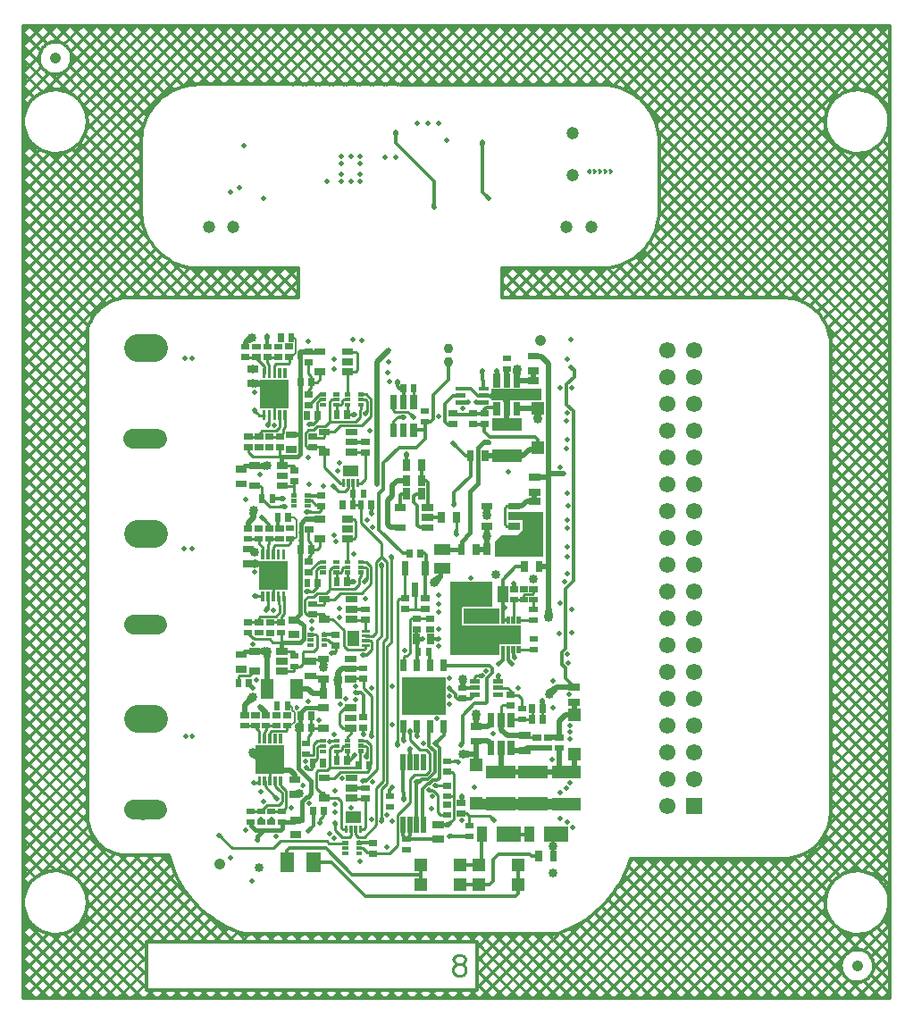
<source format=gbl>
*
%FSLAX26Y26*%
%MOIN*%
%ADD10C,0.041378*%
%ADD11R,0.025588X0.025588*%
%ADD12R,0.021658X0.021658*%
%ADD13R,0.045278X0.045278*%
%ADD14R,0.047248X0.047248*%
%ADD15R,0.039368X0.039368*%
%ADD16R,0.013778X0.013778*%
%ADD17R,0.049208X0.049208*%
%ADD18R,0.011808X0.011808*%
%ADD19R,0.106298X0.106298*%
%ADD20R,0.041339X0.041339*%
%ADD21R,0.066928X0.066928*%
%ADD22R,0.015748X0.015748*%
%ADD23R,0.057088X0.057088*%
%ADD24R,0.037398X0.037398*%
%ADD25R,0.051969X0.051969*%
%ADD26C,0.041339*%
%ADD27R,0.139768X0.139768*%
%ADD28R,0.019688X0.019688*%
%ADD29C,0.019688*%
%ADD30C,0.033468*%
%ADD31C,0.016138*%
%ADD32C,0.018679*%
%ADD33C,0.018709*%
%ADD34C,0.009838*%
%ADD35C,0.011969*%
%ADD36C,0.017718*%
%ADD37C,0.007878*%
%ADD38C,0.008268*%
%ADD39C,0.021658*%
%ADD40C,0.013778*%
%ADD41C,0.011808*%
%ADD42C,0.015748*%
%ADD43C,0.014568*%
%ADD44C,0.073968*%
%ADD45C,0.101969*%
%ADD46C,0.046918*%
%ADD47C,0.046969*%
%ADD48C,0.061028*%
%ADD49R,0.061028X0.061028*%
%ADD50C,0.018649*%
%ADD51C,0.036211*%
%ADD52C,0.001201*%
%ADD53C,0.001111*%
%ADD54C,0.002068*%
%ADD55C,0.061811*%
%ADD56C,0.004331*%
%ADD57C,0.011614*%
%ADD58C,0.011811*%
%ADD59R,0.009200X0.009200*%
%ADD60R,0.006800X0.006800*%
%ADD61R,0.009600X0.009600*%
%ADD62C,0.011000*%
%ADD63C,0.007800*%
%ADD64R,0.009400X0.009400*%
%ADD65R,0.006000X0.006000*%
%ADD66R,0.010200X0.010200*%
%ADD67R,0.003800X0.003800*%
%ADD68R,0.002800X0.002800*%
%ADD69R,0.007400X0.007400*%
%ADD70R,0.003600X0.003600*%
%ADD71C,0.009800*%
%ADD72R,0.011000X0.011000*%
%ADD73R,0.010800X0.010800*%
%ADD74R,0.006400X0.006400*%
%ADD75R,0.006200X0.006200*%
%ADD76R,0.003200X0.003200*%
%ADD77C,0.007200*%
%ADD78C,0.006000*%
%ADD79R,0.003000X0.003000*%
%ADD80R,0.002200X0.002200*%
%ADD81R,0.005400X0.005400*%
%ADD82R,0.009800X0.009800*%
%ADD83C,0.010400*%
%ADD84C,0.011800*%
%ADD85R,0.004600X0.004600*%
%ADD86R,0.011400X0.011400*%
%ADD87R,0.008400X0.008400*%
%ADD88R,0.008600X0.008600*%
%ADD89R,0.009000X0.009000*%
%ADD90R,0.008200X0.008200*%
%ADD91R,0.008000X0.008000*%
%ADD92R,0.010400X0.010400*%
%ADD93R,0.007800X0.007800*%
%ADD94R,0.010600X0.010600*%
%ADD95C,0.010000*%
%ADD96C,0.011200*%
%ADD97R,0.007200X0.007200*%
%ADD98R,0.008800X0.008800*%
%ADD99C,0.007400*%
%ADD100C,0.008200*%
%ADD101R,0.005600X0.005600*%
%ADD102R,0.011600X0.011600*%
%ADD103R,0.004800X0.004800*%
%ADD104R,0.004200X0.004200*%
%ADD105R,0.011800X0.011800*%
%ADD106C,0.003937*%
%ADD107C,0.031496*%
%IPPOS*%
%LN052s8c64709a.gbl*%
%LPD*%
G75*
G36*
X1064213Y1773346D02*
X1064706Y1775681D01*
X1065248Y1776471D01*
X1066230Y1776652D01*
X1066590Y1776544D01*
X1071815Y1774354D01*
X1072488Y1773673D01*
X1072481Y1772507D01*
X1071730Y1771762D01*
X1071170Y1771653D01*
X1065441D01*
X1064558Y1772018D01*
X1064171Y1772951D01*
X1064213Y1773346D01*
G37*
G36*
X1063829Y1742720D02*
X1064069Y1745339D01*
X1064502Y1746163D01*
X1065319Y1746456D01*
X1076601D01*
X1077486Y1746090D01*
X1077930Y1745009D01*
X1077505Y1743987D01*
X1076844Y1743628D01*
X1065382Y1741207D01*
X1064441Y1741384D01*
X1063857Y1742237D01*
X1063829Y1742720D01*
G37*
G36*
X1062840Y2420279D02*
X1063080Y2422898D01*
X1063513Y2423722D01*
X1064330Y2424015D01*
X1075612D01*
X1076497Y2423648D01*
X1076941Y2422568D01*
X1076517Y2421546D01*
X1075855Y2421187D01*
X1064393Y2418767D01*
X1063452Y2418943D01*
X1062868Y2419796D01*
X1062840Y2420279D01*
G37*
G36*
X2001558Y599227D02*
X2001986Y599704D01*
X2008405Y604181D01*
X2008957Y604352D01*
X2017776D01*
X2018659Y603986D01*
X2019106Y602906D01*
X2018689Y601903D01*
X2018107Y601557D01*
X2003127Y597144D01*
X2002175Y597244D01*
X2001442Y598156D01*
X2001558Y599227D01*
G37*
G36*
X1819799Y1492492D02*
X1824182Y1499069D01*
X1824929Y1499569D01*
X1825688Y1499497D01*
X1833411Y1496335D01*
X1834091Y1495660D01*
X1834094Y1494702D01*
X1832600Y1491081D01*
X1832001Y1490480D01*
X1831436Y1490368D01*
X1820886D01*
X1820002Y1490734D01*
X1819579Y1491761D01*
X1819799Y1492492D01*
G37*
G36*
X1752139Y1756802D02*
X1756071Y1761857D01*
G02X1757232Y1762423I1079J-738D01*
G01X1773090D01*
X1773975Y1762057D01*
X1774419Y1760976D01*
X1773998Y1759963D01*
X1773372Y1759608D01*
X1753625Y1754730D01*
X1752681Y1754873D01*
X1751989Y1755814D01*
X1752139Y1756802D01*
G37*
G36*
X937774Y1490267D02*
X937795Y1490328D01*
X945103Y1499716D01*
X945786Y1500104D01*
X953500Y1500119D01*
X954383Y1499753D01*
X954749Y1498867D01*
X954531Y1483508D01*
X954153Y1482636D01*
X953286Y1482283D01*
X944686Y1482244D01*
X943994Y1482528D01*
X937871Y1488689D01*
X937521Y1489541D01*
X937774Y1490267D01*
G37*
G36*
X1860574Y1323732D02*
X1860947Y1324611D01*
X1861825Y1324969D01*
X1869395D01*
X1870135Y1324663D01*
X1877240Y1314881D01*
X1877449Y1313995D01*
X1877087Y1313284D01*
X1870987Y1307145D01*
X1870298Y1306859D01*
X1861695Y1306897D01*
X1860814Y1307268D01*
X1860452Y1308154D01*
X1860574Y1323732D01*
G37*
G36*
X1087555Y897730D02*
X1087840Y898422D01*
X1093982Y904527D01*
X1094849Y904883D01*
X1095681Y904569D01*
X1104682Y896665D01*
X1105021Y895978D01*
X1105027Y888332D01*
X1104661Y887449D01*
X1103768Y887080D01*
X1088764Y887877D01*
X1087918Y888284D01*
X1087594Y889121D01*
X1087555Y897730D01*
G37*
G36*
X942037Y2180172D02*
X950511Y2188817D01*
X951200Y2189110D01*
X958776D01*
X959659Y2188744D01*
X960038Y2187830D01*
X958678Y2173160D01*
X958243Y2172340D01*
X957434Y2172047D01*
X948822Y2172008D01*
X948128Y2172290D01*
X942040Y2178418D01*
X941678Y2179299D01*
X942037Y2180172D01*
G37*
G36*
X1305401Y2223356D02*
X1314394Y2231815D01*
X1315060Y2232078D01*
X1322612D01*
X1323493Y2231712D01*
X1323877Y2230787D01*
X1322021Y2216292D01*
X1321563Y2215495D01*
X1320782Y2215226D01*
X1312160Y2215188D01*
X1311468Y2215472D01*
X1305394Y2221585D01*
X1305031Y2222469D01*
X1305401Y2223356D01*
G37*
G36*
X1664548Y989042D02*
X1671789Y997771D01*
X1672477Y998134D01*
X1682221Y998143D01*
X1683104Y997778D01*
X1683491Y996844D01*
X1681273Y982010D01*
X1680802Y981228D01*
X1680036Y980974D01*
X1671412Y980936D01*
X1670720Y981220D01*
X1664607Y987372D01*
X1664254Y988230D01*
X1664548Y989042D01*
G37*
G36*
X1187222Y1332563D02*
X1187588Y1333447D01*
X1188509Y1333828D01*
X1198977Y1332671D01*
X1205970D01*
X1206853Y1332305D01*
X1207293Y1331241D01*
X1206974Y1330403D01*
X1195400Y1317325D01*
X1194540Y1316908D01*
X1193616Y1317227D01*
X1187509Y1323289D01*
X1187222Y1323978D01*
Y1332563D01*
G37*
G36*
X1303470Y855601D02*
X1303837Y856478D01*
X1304703Y856842D01*
X1316788Y857013D01*
X1317490Y856732D01*
X1322845Y851375D01*
X1323212Y850490D01*
X1322834Y849581D01*
X1311520Y840119D01*
X1310633Y839845D01*
X1309851Y840207D01*
X1303732Y846272D01*
X1303444Y846961D01*
X1303470Y855601D01*
G37*
G36*
X1297178Y1023269D02*
X1302089Y1037231D01*
X1302664Y1037875D01*
X1303277Y1038013D01*
X1309230D01*
X1310025Y1037683D01*
X1310360Y1037151D01*
X1315239Y1023255D01*
X1315189Y1022317D01*
X1314536Y1021697D01*
X1306583Y1018364D01*
X1305858Y1018362D01*
X1297862Y1021703D01*
X1297200Y1022371D01*
X1297178Y1023269D01*
G37*
G36*
X1643608Y1772169D02*
X1643605Y1772234D01*
X1647740Y1786183D01*
X1648292Y1786865D01*
X1648948Y1787029D01*
X1656451D01*
X1657257Y1786697D01*
X1657606Y1786115D01*
X1661728Y1772207D01*
X1661631Y1771287D01*
X1661003Y1770717D01*
X1653040Y1767380D01*
X1652315Y1767378D01*
X1644299Y1770727D01*
X1643646Y1771385D01*
X1643608Y1772169D01*
G37*
G36*
X1424120Y982799D02*
X1424117Y982864D01*
X1428252Y996813D01*
X1428804Y997495D01*
X1429459Y997659D01*
X1436963D01*
X1437771Y997326D01*
X1438118Y996744D01*
X1442240Y982837D01*
X1442143Y981916D01*
X1441512Y981346D01*
X1433551Y978010D01*
X1432880Y978008D01*
X1432685Y978057D01*
X1424809Y981357D01*
X1424158Y982016D01*
X1424120Y982799D01*
G37*
G36*
X1366046Y702352D02*
X1370181Y716302D01*
X1370732Y716981D01*
X1371388Y717148D01*
X1378892Y717147D01*
X1379700Y716814D01*
X1380047Y716231D01*
X1384169Y702325D01*
X1384073Y701404D01*
X1383441Y700834D01*
X1375480Y697498D01*
X1374759Y697496D01*
X1366740Y700845D01*
X1366088Y701503D01*
X1366046Y702352D01*
G37*
G36*
X1326679Y1847956D02*
X1326676Y1848021D01*
X1330811Y1861971D01*
X1331362Y1862650D01*
X1332018Y1862817D01*
X1339524D01*
X1340331Y1862482D01*
X1340677Y1861900D01*
X1344800Y1847994D01*
X1344702Y1847074D01*
X1344071Y1846504D01*
X1336111Y1843169D01*
X1335272Y1843164D01*
X1335096Y1843278D01*
X1327371Y1846514D01*
X1326717Y1847171D01*
X1326679Y1847956D01*
G37*
G36*
Y1018074D02*
X1326676Y1018139D01*
X1330811Y1032089D01*
X1331362Y1032768D01*
X1332018Y1032935D01*
X1339522Y1032934D01*
X1340331Y1032601D01*
X1340677Y1032018D01*
X1344799Y1018112D01*
X1344702Y1017191D01*
X1344071Y1016621D01*
X1336110Y1013285D01*
X1335389Y1013283D01*
X1327370Y1016632D01*
X1326717Y1017290D01*
X1326679Y1018074D01*
G37*
G36*
X1859324Y1582301D02*
X1859955Y1582871D01*
X1867916Y1586206D01*
X1868663Y1586209D01*
X1876656Y1582860D01*
X1877308Y1582202D01*
X1877350Y1581353D01*
X1873215Y1567403D01*
X1872665Y1566724D01*
X1872010Y1566557D01*
X1864503Y1566558D01*
X1863696Y1566893D01*
X1863350Y1567473D01*
X1859227Y1581380D01*
X1859324Y1582301D01*
G37*
G36*
X1799891Y1237393D02*
X1800522Y1237963D01*
X1808482Y1241298D01*
X1809229Y1241302D01*
X1817222Y1237953D01*
X1817876Y1237296D01*
X1817917Y1236445D01*
X1813782Y1222497D01*
X1813232Y1221817D01*
X1812577Y1221650D01*
X1805070D01*
X1804262Y1221985D01*
X1803916Y1222566D01*
X1799794Y1236473D01*
X1799891Y1237393D01*
G37*
G36*
X1795269Y2374624D02*
X1795900Y2375194D01*
X1803861Y2378530D01*
X1804609Y2378532D01*
X1812601Y2375183D01*
X1813254Y2374525D01*
X1813295Y2373676D01*
X1809160Y2359726D01*
X1808610Y2359047D01*
X1807955Y2358880D01*
X1800448D01*
X1799637Y2359216D01*
X1799294Y2359798D01*
X1795172Y2373703D01*
X1795269Y2374624D01*
G37*
G36*
X1471450Y1032498D02*
X1472081Y1033068D01*
X1480042Y1036404D01*
X1480790Y1036406D01*
X1488782Y1033057D01*
X1489434Y1032399D01*
X1489476Y1031550D01*
X1485341Y1017600D01*
X1484791Y1016921D01*
X1484136Y1016754D01*
X1476627D01*
X1475821Y1017091D01*
X1475476Y1017669D01*
X1471353Y1031577D01*
X1471450Y1032498D01*
G37*
G36*
X1402552Y1681710D02*
X1403183Y1682280D01*
X1411143Y1685615D01*
X1411891Y1685619D01*
X1419885Y1682269D01*
X1420537Y1681612D01*
X1420578Y1680762D01*
X1416444Y1666813D01*
X1415892Y1666134D01*
X1415238Y1665967D01*
X1407732D01*
X1406923Y1666302D01*
X1406577Y1666883D01*
X1402455Y1680790D01*
X1402552Y1681710D01*
G37*
G36*
X1365151Y1652182D02*
X1365780Y1652753D01*
X1373743Y1656089D01*
X1374491Y1656091D01*
X1382483Y1652742D01*
X1383136Y1652084D01*
X1383177Y1651235D01*
X1379042Y1637285D01*
X1378491Y1636606D01*
X1377835Y1636439D01*
X1370329D01*
X1369520Y1636776D01*
X1369176Y1637356D01*
X1365054Y1651262D01*
X1365151Y1652182D01*
G37*
G36*
X1192426Y688586D02*
X1193057Y689156D01*
X1201017Y692491D01*
X1201765Y692495D01*
X1209759Y689145D01*
X1210411Y688488D01*
X1210452Y687638D01*
X1206318Y673689D01*
X1205765Y673010D01*
X1205112Y672843D01*
X1197606D01*
X1196797Y673178D01*
X1196451Y673760D01*
X1192329Y687666D01*
X1192426Y688586D01*
G37*
G36*
X1730513Y1243353D02*
X1730850Y1244160D01*
X1731429Y1244506D01*
X1745336Y1248629D01*
X1746257Y1248532D01*
X1746827Y1247901D01*
X1750163Y1239940D01*
X1750165Y1239218D01*
X1746816Y1231198D01*
X1746157Y1230547D01*
X1745309Y1230506D01*
X1731359Y1234640D01*
X1730680Y1235193D01*
X1730513Y1235846D01*
Y1243353D01*
G37*
G36*
X1724546Y2259840D02*
X1727896Y2267835D01*
X1728553Y2268486D01*
X1729402Y2268528D01*
X1743352Y2264393D01*
X1744031Y2263843D01*
X1744198Y2263188D01*
Y2255681D01*
X1743863Y2254873D01*
X1743235Y2254513D01*
X1729375Y2250404D01*
X1728455Y2250502D01*
X1727885Y2251133D01*
X1724550Y2259093D01*
X1724546Y2259840D01*
G37*
G36*
X1679238Y2263260D02*
X1679573Y2264069D01*
X1680154Y2264414D01*
X1694060Y2268536D01*
X1694980Y2268439D01*
X1695550Y2267811D01*
X1698887Y2259847D01*
X1698889Y2259123D01*
X1695540Y2251107D01*
X1694882Y2250455D01*
X1694033Y2250413D01*
X1680084Y2254548D01*
X1679402Y2255100D01*
X1679238Y2255757D01*
Y2263260D01*
G37*
G36*
X1571161Y829724D02*
X1574510Y837718D01*
X1575169Y838369D01*
X1576017Y838410D01*
X1589967Y834275D01*
X1590648Y833723D01*
X1590812Y833068D01*
Y825563D01*
X1590477Y824756D01*
X1589897Y824409D01*
X1575990Y820287D01*
X1575069Y820384D01*
X1574499Y821015D01*
X1571163Y828976D01*
X1571161Y829724D01*
G37*
G36*
X1438096Y2208142D02*
X1438431Y2208950D01*
X1439012Y2209296D01*
X1452919Y2213419D01*
X1453839Y2213321D01*
X1454409Y2212690D01*
X1457744Y2204730D01*
X1457749Y2203962D01*
X1454398Y2195988D01*
X1453741Y2195336D01*
X1452891Y2195295D01*
X1438943Y2199430D01*
X1438263Y2199980D01*
X1438096Y2200635D01*
Y2208142D01*
G37*
G36*
X1255025Y2217000D02*
X1255360Y2217809D01*
X1255942Y2218155D01*
X1269849Y2222276D01*
X1270767Y2222179D01*
X1271338Y2221550D01*
X1274673Y2213589D01*
X1274678Y2212740D01*
X1274561Y2212566D01*
X1271327Y2204847D01*
X1270671Y2204196D01*
X1269821Y2204152D01*
X1255872Y2208288D01*
X1255192Y2208839D01*
X1255025Y2209494D01*
Y2217000D01*
G37*
G36*
X1250104Y1593969D02*
X1250439Y1594777D01*
X1251020Y1595123D01*
X1264927Y1599245D01*
X1265847Y1599148D01*
X1266417Y1598517D01*
X1269752Y1590558D01*
X1269757Y1589786D01*
X1266406Y1581815D01*
X1265749Y1581163D01*
X1264899Y1581122D01*
X1250951Y1585257D01*
X1250271Y1585807D01*
X1250104Y1586462D01*
Y1593969D01*
G37*
G36*
X1093811Y1851378D02*
X1097161Y1859370D01*
X1097817Y1860020D01*
X1098666Y1860065D01*
X1112616Y1855929D01*
X1113296Y1855378D01*
X1113463Y1854722D01*
Y1847217D01*
X1113128Y1846408D01*
X1112500Y1846048D01*
X1098638Y1841939D01*
X1097718Y1842039D01*
X1097150Y1842668D01*
X1093813Y1850629D01*
X1093811Y1851378D01*
G37*
G36*
X1091672Y1554513D02*
X1095022Y1562506D01*
X1095679Y1563158D01*
X1096528Y1563199D01*
X1110478Y1559065D01*
X1111157Y1558512D01*
X1111324Y1557859D01*
Y1550353D01*
X1110989Y1549544D01*
X1110407Y1549198D01*
X1096501Y1545076D01*
X1095579Y1545173D01*
X1095011Y1545805D01*
X1091675Y1553765D01*
X1091672Y1554513D01*
G37*
G36*
X994198Y1874481D02*
X994535Y1875288D01*
X995113Y1875635D01*
X1009021Y1879757D01*
X1009942Y1879660D01*
X1010512Y1879029D01*
X1013848Y1871068D01*
X1013850Y1870343D01*
X1010501Y1862326D01*
X1009842Y1861675D01*
X1008994Y1861634D01*
X995044Y1865768D01*
X994365Y1866320D01*
X994198Y1866974D01*
Y1874481D01*
G37*
G36*
X1635694Y1880429D02*
X1638791Y1894357D01*
X1639304Y1895089D01*
X1640018Y1895297D01*
X1649615D01*
X1650441Y1894955D01*
X1650799Y1894303D01*
X1653892Y1880384D01*
X1653735Y1879491D01*
X1653135Y1878988D01*
X1645167Y1875649D01*
X1644327Y1875644D01*
X1644151Y1875758D01*
X1636399Y1879006D01*
X1635763Y1879648D01*
X1635694Y1880429D01*
G37*
G36*
X1559913Y2991987D02*
X1559908Y2992044D01*
X1563003Y3005973D01*
X1563518Y3006704D01*
X1564231Y3006911D01*
X1573828D01*
X1574654Y3006568D01*
X1575011Y3005917D01*
X1578106Y2991998D01*
X1577947Y2991106D01*
X1577349Y2990602D01*
X1569378Y2987262D01*
X1568710Y2987260D01*
X1568514Y2987308D01*
X1560611Y2990620D01*
X1559973Y2991263D01*
X1559913Y2991987D01*
G37*
G36*
X1496521Y1016097D02*
X1499618Y1030026D01*
X1500130Y1030759D01*
X1500844Y1030967D01*
X1510444D01*
X1511269Y1030624D01*
X1511627Y1029972D01*
X1514719Y1016054D01*
X1514563Y1015164D01*
X1513966Y1014658D01*
X1505994Y1011319D01*
X1505154Y1011314D01*
X1504978Y1011428D01*
X1497225Y1014675D01*
X1496590Y1015319D01*
X1496521Y1016097D01*
G37*
G36*
X1448686Y780429D02*
X1451783Y794358D01*
X1452296Y795089D01*
X1453009Y795297D01*
X1462607D01*
X1463433Y794955D01*
X1463791Y794303D01*
X1466884Y780384D01*
X1466727Y779493D01*
X1466129Y778988D01*
X1458159Y775649D01*
X1457310Y775644D01*
X1457136Y775761D01*
X1449391Y779006D01*
X1448755Y779648D01*
X1448686Y780429D01*
G37*
G36*
X1446521Y1002508D02*
X1449618Y1016437D01*
X1450131Y1017172D01*
X1450846Y1017377D01*
X1460442D01*
X1461268Y1017037D01*
X1461627Y1016383D01*
X1464719Y1002466D01*
X1464563Y1001573D01*
X1463964Y1001068D01*
X1455993Y997728D01*
X1455262Y997726D01*
X1447225Y1001086D01*
X1446590Y1001730D01*
X1446521Y1002508D01*
G37*
G36*
X1742143Y3227048D02*
X1742740Y3227552D01*
X1750711Y3230892D01*
X1751460Y3230894D01*
X1759479Y3227534D01*
X1760116Y3226889D01*
X1760181Y3226110D01*
X1757086Y3212182D01*
X1756571Y3211448D01*
X1755856Y3211243D01*
X1746261D01*
X1745434Y3211586D01*
X1745077Y3212238D01*
X1741983Y3226156D01*
X1742143Y3227048D01*
G37*
G36*
X1740173Y2374684D02*
X1740772Y2375189D01*
X1748743Y2378530D01*
X1749491Y2378532D01*
X1757510Y2375172D01*
X1758146Y2374528D01*
X1758214Y2373749D01*
X1755118Y2359821D01*
X1754605Y2359088D01*
X1753890Y2358880D01*
X1744294D01*
X1743467Y2359222D01*
X1743109Y2359875D01*
X1740016Y2373793D01*
X1740173Y2374684D01*
G37*
G36*
X1665365Y787088D02*
X1665965Y787591D01*
X1673934Y790930D01*
X1674681Y790934D01*
X1682700Y787574D01*
X1683340Y786931D01*
X1683405Y786150D01*
X1680310Y772220D01*
X1679795Y771489D01*
X1679083Y771282D01*
X1669485D01*
X1668659Y771624D01*
X1668301Y772276D01*
X1665208Y786194D01*
X1665365Y787088D01*
G37*
G36*
X1470487Y964251D02*
X1471087Y964756D01*
X1479058Y968097D01*
X1479806Y968099D01*
X1487825Y964739D01*
X1488461Y964095D01*
X1488529Y963317D01*
X1485433Y949388D01*
X1484920Y948655D01*
X1484205Y948447D01*
X1474608D01*
X1473782Y948789D01*
X1473424Y949441D01*
X1470331Y963360D01*
X1470487Y964251D01*
G37*
G36*
X1458676Y2065628D02*
X1459273Y2066134D01*
X1467247Y2069475D01*
X1467995Y2069477D01*
X1476014Y2066117D01*
X1476650Y2065473D01*
X1476718Y2064695D01*
X1473622Y2050766D01*
X1473109Y2050033D01*
X1472395Y2049825D01*
X1462797D01*
X1461971Y2050167D01*
X1461613Y2050819D01*
X1458520Y2064738D01*
X1458676Y2065628D01*
G37*
G36*
X1417843Y3265812D02*
X1418439Y3266317D01*
X1426412Y3269658D01*
X1427160Y3269660D01*
X1435178Y3266300D01*
X1435817Y3265656D01*
X1435882Y3264876D01*
X1432787Y3250948D01*
X1432273Y3250216D01*
X1431560Y3250008D01*
X1421963D01*
X1421136Y3250350D01*
X1420778Y3251003D01*
X1417684Y3264922D01*
X1417843Y3265812D01*
G37*
G36*
X1627105Y641730D02*
X1630466Y649750D01*
X1631108Y650387D01*
X1631888Y650455D01*
X1645816Y647358D01*
X1646549Y646846D01*
X1646757Y646131D01*
Y636534D01*
X1646415Y635708D01*
X1645762Y635350D01*
X1631844Y632257D01*
X1630953Y632413D01*
X1630448Y633012D01*
X1627109Y640983D01*
X1627105Y641730D01*
G37*
G36*
X1568307Y1381098D02*
X1568652Y1381921D01*
X1569301Y1382279D01*
X1583219Y1385372D01*
X1584112Y1385216D01*
X1584617Y1384617D01*
X1587957Y1376646D01*
X1587959Y1375924D01*
X1584599Y1367878D01*
X1583954Y1367241D01*
X1583175Y1367176D01*
X1569248Y1370270D01*
X1568515Y1370783D01*
X1568307Y1371499D01*
Y1381098D01*
G37*
G36*
X1509946D02*
X1510291Y1381921D01*
X1510940Y1382279D01*
X1524859Y1385372D01*
X1525749Y1385216D01*
X1526255Y1384618D01*
X1529596Y1376646D01*
X1529598Y1375924D01*
X1526238Y1367878D01*
X1525593Y1367241D01*
X1524814Y1367176D01*
X1510887Y1370270D01*
X1510154Y1370783D01*
X1509946Y1371499D01*
Y1381098D01*
G37*
G36*
X1277215Y1176165D02*
X1280576Y1184185D01*
X1281218Y1184821D01*
X1281999Y1184890D01*
X1295928Y1181793D01*
X1296659Y1181280D01*
X1296867Y1180567D01*
Y1170969D01*
X1296525Y1170143D01*
X1295873Y1169785D01*
X1281954Y1166692D01*
X1281061Y1166849D01*
X1280558Y1167449D01*
X1277219Y1175418D01*
X1277215Y1176165D01*
G37*
G36*
X988293Y1906030D02*
X988636Y1906855D01*
X989288Y1907213D01*
X1003206Y1910306D01*
X1004097Y1910149D01*
X1004602Y1909551D01*
X1007941Y1901581D01*
X1007946Y1900732D01*
X1007829Y1900558D01*
X1004584Y1892813D01*
X1003943Y1892176D01*
X1003162Y1892108D01*
X989232Y1895205D01*
X988501Y1895718D01*
X988293Y1896432D01*
Y1906030D01*
G37*
G36*
X1307334Y941241D02*
X1314147Y954749D01*
X1314772Y955285D01*
X1315266Y955367D01*
X1322728Y955366D01*
X1323578Y955016D01*
X1323946Y954268D01*
X1326086Y937654D01*
X1325837Y936730D01*
X1324969Y936233D01*
X1316292Y936181D01*
X1315917Y936256D01*
X1308004Y939572D01*
X1307332Y940250D01*
X1307334Y941241D01*
G37*
G36*
X897702Y1537994D02*
X897777Y1538368D01*
X901097Y1546291D01*
X901775Y1546963D01*
X902748Y1546961D01*
X916310Y1540496D01*
X916869Y1539876D01*
X916956Y1539358D01*
Y1531894D01*
X916606Y1531048D01*
X915879Y1530684D01*
X899202Y1528210D01*
X898274Y1528443D01*
X897757Y1529306D01*
X897702Y1537994D01*
G37*
G36*
X1642935Y924625D02*
X1643285Y925470D01*
X1644010Y925834D01*
X1660696Y928355D01*
X1661624Y928125D01*
X1662144Y927261D01*
X1662199Y918576D01*
X1662126Y918200D01*
X1658804Y910272D01*
X1658123Y909599D01*
X1657159Y909605D01*
X1643585Y916020D01*
X1643025Y916639D01*
X1642935Y917158D01*
Y924625D01*
G37*
G36*
X1398927Y810710D02*
X1405275Y826942D01*
X1405937Y827631D01*
X1406889Y827650D01*
X1414850Y824396D01*
X1415365Y823885D01*
X1418704Y815807D01*
X1418701Y814907D01*
X1418215Y814315D01*
X1410170Y808984D01*
X1409637Y808823D01*
X1400109D01*
X1399227Y809191D01*
X1398823Y810163D01*
X1398927Y810710D01*
G37*
G36*
X1103212Y2179025D02*
X1103211Y2179104D01*
X1106562Y2187155D01*
X1107200Y2187791D01*
X1107963Y2187865D01*
X1117906Y2185846D01*
X1118394Y2185582D01*
X1123671Y2180305D01*
X1124037Y2179421D01*
X1123643Y2178468D01*
X1123270Y2178190D01*
X1108297Y2169872D01*
X1107347Y2169764D01*
X1106569Y2170382D01*
X1103213Y2178357D01*
X1103212Y2179025D01*
G37*
G36*
X894774Y839378D02*
X894773Y839457D01*
X898115Y847486D01*
X898764Y848133D01*
X899586Y848189D01*
X909808Y845491D01*
X910242Y845240D01*
X915501Y839982D01*
X915868Y839100D01*
X915470Y838138D01*
X915060Y837843D01*
X899810Y830185D01*
X898857Y830114D01*
X898119Y830753D01*
X894775Y838709D01*
X894774Y839378D01*
G37*
G36*
X1135821Y694596D02*
X1143229Y710129D01*
X1143940Y710770D01*
X1144984Y710713D01*
X1145411Y710411D01*
X1150583Y705240D01*
X1150824Y704830D01*
X1153856Y694447D01*
X1153757Y693528D01*
X1153125Y692960D01*
X1145135Y689635D01*
X1144385D01*
X1136490Y692944D01*
X1135816Y693624D01*
X1135821Y694596D01*
G37*
G36*
X2077487Y2383365D02*
X2080785Y2391364D01*
X2081313Y2391892D01*
X2089278Y2395153D01*
X2090221Y2395148D01*
X2090878Y2394516D01*
X2098218Y2378645D01*
X2098256Y2377689D01*
X2097530Y2376902D01*
X2096930Y2376772D01*
X2087696D01*
X2087245Y2376884D01*
X2078036Y2381788D01*
X2077446Y2382505D01*
X2077487Y2383365D01*
G37*
G36*
X938259Y2505404D02*
X938476Y2506334D01*
X939336Y2506872D01*
X956547Y2506892D01*
X957431Y2506520D01*
X957814Y2505583D01*
X954940Y2488219D01*
X954458Y2487449D01*
X953702Y2487205D01*
X942320D01*
X941479Y2487553D01*
X941116Y2488261D01*
X938259Y2505404D01*
G37*
G36*
X1965221Y1146303D02*
X1965457Y1147231D01*
X1966322Y1147742D01*
X1983534Y1147760D01*
X1984417Y1147388D01*
X1984795Y1146461D01*
X1982307Y1129118D01*
X1981840Y1128331D01*
X1981065Y1128073D01*
X1968909D01*
X1968063Y1128423D01*
X1967698Y1129154D01*
X1965221Y1146303D01*
G37*
G36*
X1061744Y2448315D02*
X1062040Y2449224D01*
X1062919Y2449672D01*
X1080142Y2449677D01*
X1081027Y2449307D01*
X1081390Y2448416D01*
X1080820Y2431269D01*
X1080428Y2430407D01*
X1079569Y2430069D01*
X1064310D01*
X1063446Y2430426D01*
X1063079Y2431227D01*
X1061744Y2448315D01*
G37*
G36*
X1301329Y1317884D02*
X1304657Y1325879D01*
X1305326Y1326543D01*
X1306237Y1326562D01*
X1316970Y1322639D01*
X1317318Y1322416D01*
X1322538Y1317196D01*
X1322905Y1316314D01*
X1322498Y1315333D01*
X1322016Y1315013D01*
X1306274Y1308546D01*
X1305320Y1308551D01*
X1304650Y1309219D01*
X1301331Y1317137D01*
X1301329Y1317884D01*
G37*
G36*
X1753581Y2119467D02*
X1753941Y2120336D01*
X1754764Y2120704D01*
X1771938Y2121658D01*
X1772840Y2121341D01*
X1773267Y2120455D01*
X1773267Y2103260D01*
X1772897Y2102376D01*
X1772002Y2102013D01*
X1754750Y2102963D01*
X1753902Y2103371D01*
X1753581Y2104214D01*
Y2119467D01*
G37*
G36*
X1550260Y813021D02*
X1553570Y820922D01*
X1554249Y821597D01*
X1555219Y821592D01*
X1571156Y814165D01*
X1571803Y813459D01*
X1571755Y812412D01*
X1571449Y811976D01*
X1566283Y806810D01*
X1565863Y806563D01*
X1555057Y803545D01*
X1554141Y803655D01*
X1553585Y804284D01*
X1550260Y812274D01*
Y813021D01*
G37*
G36*
X876636Y1205057D02*
X876964Y1205577D01*
X880901Y1209513D01*
X881696Y1209842D01*
X882297Y1209708D01*
X895709Y1203471D01*
X896348Y1202776D01*
X896329Y1201864D01*
X893064Y1193888D01*
X892551Y1193371D01*
X884540Y1190083D01*
X883597Y1190088D01*
X882942Y1190718D01*
X876670Y1204203D01*
X876636Y1205057D01*
G37*
G36*
X1304023Y1596414D02*
X1304403Y1597321D01*
X1314446Y1605538D01*
X1315059Y1605756D01*
X1322572D01*
X1323455Y1605390D01*
X1323848Y1604440D01*
X1320347Y1586950D01*
X1319814Y1586156D01*
X1318808Y1585958D01*
X1310750Y1589231D01*
X1310433Y1589441D01*
X1304384Y1595529D01*
X1304023Y1596414D01*
G37*
G36*
X1424210Y2333300D02*
X1424834Y2333853D01*
X1432770Y2337180D01*
X1433517Y2337182D01*
X1441495Y2333861D01*
X1442169Y2333184D01*
Y2332234D01*
X1437898Y2321800D01*
X1437689Y2321485D01*
X1431034Y2314830D01*
X1430150Y2314464D01*
X1429140Y2314882D01*
X1428792Y2315481D01*
X1424098Y2332386D01*
X1424210Y2333300D01*
G37*
G36*
X880687Y1247356D02*
X887604Y1260102D01*
X888322Y1260684D01*
X889173Y1260643D01*
X897159Y1257372D01*
X897702Y1256835D01*
X900976Y1248824D01*
X900971Y1247899D01*
X900401Y1247268D01*
X887614Y1240329D01*
X886743Y1240237D01*
X886162Y1240582D01*
X880855Y1245891D01*
X880519Y1246700D01*
X880687Y1247356D01*
G37*
G36*
X1259071Y935681D02*
X1265989Y948428D01*
X1266708Y949010D01*
X1267558Y948969D01*
X1275546Y945698D01*
X1276132Y945116D01*
X1276182Y944914D01*
X1279361Y937149D01*
X1279356Y936225D01*
X1278786Y935594D01*
X1265999Y928655D01*
X1265128Y928563D01*
X1264546Y928909D01*
X1259240Y934216D01*
X1258904Y935024D01*
X1259071Y935681D01*
G37*
G36*
X1777228Y710305D02*
X1777215Y710432D01*
X1777561Y711012D01*
X1782866Y716318D01*
X1783676Y716654D01*
X1784331Y716486D01*
X1797080Y709567D01*
X1797661Y708848D01*
X1797619Y708000D01*
X1794348Y700012D01*
X1793806Y699466D01*
X1785800Y696197D01*
X1784874Y696202D01*
X1784245Y696772D01*
X1777304Y709561D01*
X1777228Y710305D01*
G37*
G36*
X1476047Y2213703D02*
X1476034Y2213831D01*
X1476377Y2214413D01*
X1481687Y2219723D01*
X1482494Y2220054D01*
X1483148Y2219890D01*
X1495899Y2212970D01*
X1496480Y2212251D01*
X1496438Y2211403D01*
X1493167Y2203415D01*
X1492719Y2202963D01*
X1492553Y2202848D01*
X1484619Y2199600D01*
X1483695Y2199605D01*
X1483064Y2200173D01*
X1476123Y2212963D01*
X1476047Y2213703D01*
G37*
G36*
X1189793Y1939661D02*
X1193063Y1947649D01*
X1193590Y1948180D01*
X1201611Y1951464D01*
X1202535Y1951461D01*
X1203167Y1950890D01*
X1210108Y1938101D01*
X1210198Y1937230D01*
X1209852Y1936650D01*
X1204545Y1931343D01*
X1203736Y1931008D01*
X1203081Y1931176D01*
X1190332Y1938094D01*
X1189752Y1938813D01*
X1189793Y1939661D01*
G37*
G36*
X967661Y791510D02*
X968007Y792092D01*
X973315Y797398D01*
X974124Y797734D01*
X974780Y797566D01*
X987526Y790649D01*
X988108Y789930D01*
X988067Y789081D01*
X984876Y781290D01*
G02X984045Y780469I-1205J390D01*
G01X976249Y777278D01*
X975324Y777281D01*
X974692Y777852D01*
X967753Y790640D01*
X967661Y791510D01*
G37*
G36*
X894517Y2222140D02*
X897788Y2230128D01*
X898315Y2230659D01*
X906337Y2233943D01*
X907261Y2233938D01*
X907892Y2233368D01*
X914831Y2220581D01*
X914923Y2219709D01*
X914576Y2219128D01*
X909270Y2213822D01*
X908460Y2213486D01*
X907805Y2213654D01*
X895058Y2220572D01*
X894476Y2221288D01*
X894517Y2222140D01*
G37*
G36*
X763613Y637503D02*
X766882Y645490D01*
X767409Y646021D01*
X775430Y649305D01*
X776354Y649302D01*
X776986Y648731D01*
X783925Y635943D01*
X784017Y635073D01*
X783671Y634491D01*
X778364Y629183D01*
X777556Y628851D01*
X776901Y629015D01*
X764152Y635934D01*
X763568Y636654D01*
X763613Y637503D01*
G37*
G36*
X1621971Y1186694D02*
X1625245Y1194691D01*
X1625772Y1195222D01*
X1633810Y1198513D01*
X1634721Y1198508D01*
X1635332Y1197982D01*
X1642713Y1185730D01*
X1642843Y1184853D01*
X1642490Y1184226D01*
X1635816Y1177553D01*
X1634986Y1177208D01*
X1634262Y1177426D01*
X1622409Y1185179D01*
X1621899Y1185925D01*
X1621971Y1186694D01*
G37*
G36*
X1756771Y3030873D02*
X1757129Y3031526D01*
X1763915Y3038311D01*
X1764740Y3038654D01*
X1765456Y3038446D01*
X1777485Y3030791D01*
X1778004Y3030049D01*
X1777938Y3029270D01*
X1774663Y3021272D01*
X1774201Y3020807D01*
X1774032Y3020698D01*
X1766089Y3017446D01*
X1765182Y3017451D01*
X1764585Y3017956D01*
X1756925Y3029993D01*
X1756771Y3030873D01*
G37*
G36*
X1635209Y2101286D02*
X1638483Y2109284D01*
X1639010Y2109815D01*
X1647057Y2113109D01*
X1647962Y2113106D01*
X1648562Y2112600D01*
X1656222Y2100563D01*
X1656376Y2099683D01*
X1656018Y2099030D01*
X1649231Y2092244D01*
X1648405Y2091902D01*
X1647691Y2092110D01*
X1635662Y2099765D01*
X1635143Y2100507D01*
X1635209Y2101286D01*
G37*
G36*
X1094595Y667991D02*
X1095099Y668589D01*
X1107136Y676249D01*
X1108017Y676403D01*
X1108668Y676047D01*
X1115456Y669259D01*
X1115798Y668433D01*
X1115590Y667719D01*
X1107936Y655691D01*
X1107193Y655169D01*
X1106411Y655238D01*
X1098417Y658511D01*
X1097829Y659092D01*
X1097779Y659295D01*
X1094590Y667086D01*
X1094595Y667991D01*
G37*
G36*
X902138Y630038D02*
X906637Y648236D01*
X907204Y649004D01*
X908290Y649169D01*
X908919Y648815D01*
X919577Y638156D01*
X919854Y637575D01*
X921025Y626598D01*
X920753Y625681D01*
X919885Y625208D01*
X911192Y625169D01*
X910819Y625242D01*
X902839Y628587D01*
X902197Y629234D01*
X902138Y630038D01*
G37*
G36*
X874764Y1713449D02*
X874704Y1713595D01*
X875132Y1714630D01*
X875836Y1714994D01*
X898215Y1718824D01*
X899147Y1718613D01*
X899688Y1717755D01*
X899738Y1702306D01*
X899413Y1701523D01*
X898937Y1701204D01*
X884823Y1695342D01*
X883867D01*
X883180Y1696029D01*
X878595Y1709186D01*
X875070Y1712711D01*
X874764Y1713449D01*
G37*
G36*
X1804105Y1289160D02*
X1804046Y1289306D01*
X1804440Y1290240D01*
X1818748Y1300483D01*
X1819635Y1300690D01*
X1820343Y1300324D01*
X1828390Y1292277D01*
X1828736Y1291437D01*
X1828495Y1290681D01*
X1818392Y1276537D01*
X1817581Y1276033D01*
X1816591Y1276261D01*
X1804407Y1288418D01*
X1804105Y1289160D01*
G37*
G36*
X1842744Y1291601D02*
X1843107Y1292307D01*
X1851154Y1300354D01*
X1851995Y1300703D01*
X1852753Y1300459D01*
X1866894Y1290358D01*
X1867401Y1289547D01*
X1867171Y1288558D01*
X1855014Y1276373D01*
X1854129Y1276012D01*
X1853197Y1276402D01*
X1842948Y1290715D01*
X1842744Y1291601D01*
G37*
G36*
X921122Y1825440D02*
X933278Y1837625D01*
X934165Y1837986D01*
X935096Y1837595D01*
X945343Y1823285D01*
X945550Y1822398D01*
X945184Y1821690D01*
X937137Y1813643D01*
X936297Y1813295D01*
X935540Y1813539D01*
X921398Y1823640D01*
X920892Y1824453D01*
X921122Y1825440D01*
G37*
G36*
X1569712Y979240D02*
X1572820Y986833D01*
X1569693Y994470D01*
X1569698Y995375D01*
X1570203Y995974D01*
X1582241Y1003634D01*
X1583120Y1003786D01*
X1583771Y1003431D01*
X1590559Y996643D01*
X1590901Y995817D01*
X1590693Y995103D01*
X1585431Y986833D01*
X1590723Y978515D01*
X1590878Y977634D01*
X1590519Y976983D01*
X1583734Y970197D01*
X1582907Y969854D01*
X1582193Y970062D01*
X1570163Y977717D01*
X1569643Y978461D01*
X1569712Y979240D01*
G37*
G36*
X1496080Y841221D02*
X1496677Y841725D01*
X1504015Y844800D01*
X1504039Y852689D01*
X1504411Y853572D01*
X1505303Y853936D01*
X1517342Y853279D01*
X1517973Y852996D01*
X1524764Y846206D01*
X1525131Y845321D01*
X1524739Y844378D01*
X1524389Y844108D01*
X1513565Y837796D01*
X1511023Y826354D01*
X1510508Y825623D01*
X1509795Y825416D01*
X1500198D01*
X1499370Y825759D01*
X1499014Y826412D01*
X1495920Y840330D01*
X1496080Y841221D01*
G37*
G36*
X1604435Y689494D02*
X1604777Y690320D01*
X1605428Y690678D01*
X1619346Y693771D01*
X1619422Y693758D01*
X1619491Y693834D01*
X1632280Y700774D01*
X1633148Y700863D01*
X1633730Y700520D01*
X1639038Y695211D01*
X1639373Y694402D01*
X1639205Y693746D01*
X1632288Y681000D01*
X1631569Y680418D01*
X1630720Y680459D01*
X1623686Y683340D01*
X1620726Y676278D01*
X1620082Y675639D01*
X1619302Y675574D01*
X1605373Y678669D01*
X1604643Y679184D01*
X1604435Y679896D01*
Y689494D01*
G37*
G36*
X1051607Y1051275D02*
X1052228Y1051827D01*
X1060128Y1055128D01*
X1065948Y1060983D01*
X1066830Y1061353D01*
X1067716Y1060988D01*
X1079879Y1048791D01*
X1080245Y1047907D01*
X1079795Y1046827D01*
X1078913Y1046464D01*
X1071533D01*
X1072794Y1037667D01*
X1072556Y1036741D01*
X1072349Y1036618D01*
X1072217Y1036214D01*
X1067691Y1030042D01*
X1066875Y1029546D01*
X1065891Y1029787D01*
X1059927Y1035690D01*
X1059710Y1036212D01*
X1056275D01*
X1055462Y1036549D01*
X1055111Y1037150D01*
X1051492Y1050365D01*
X1051607Y1051275D01*
G37*
G36*
X1662428Y1220797D02*
X1663054Y1221350D01*
X1677383Y1227324D01*
X1678130D01*
X1692411Y1221370D01*
X1693086Y1220692D01*
X1693084Y1219711D01*
X1680844Y1195069D01*
X1680219Y1194524D01*
X1679717Y1194442D01*
X1670235D01*
X1669420Y1194779D01*
X1669072Y1195381D01*
X1662315Y1219884D01*
X1662428Y1220797D01*
G37*
G36*
X914482Y2030960D02*
X914820Y2031776D01*
X915434Y2032129D01*
X940488Y2038695D01*
X941395Y2038570D01*
X941936Y2037953D01*
X947911Y2023620D01*
X947913Y2022853D01*
X941923Y2008507D01*
X941273Y2007859D01*
X940453Y2007805D01*
X915370Y2014379D01*
X914667Y2014914D01*
X914482Y2015596D01*
Y2030960D01*
G37*
G36*
X893537Y2330293D02*
X899528Y2344661D01*
X900178Y2345306D01*
X900996Y2345362D01*
X926081Y2338787D01*
X926783Y2338253D01*
X926968Y2337571D01*
Y2322206D01*
X926630Y2321390D01*
X926016Y2321038D01*
X900962Y2314472D01*
X900054Y2314597D01*
X899514Y2315215D01*
X893539Y2329546D01*
X893537Y2330293D01*
G37*
G36*
X1195919Y1218078D02*
X1196529Y1218603D01*
X1210865Y1224581D01*
X1211235Y1224653D01*
X1226655Y1224615D01*
X1227535Y1224246D01*
X1227921Y1223315D01*
X1223548Y1192487D01*
X1223081Y1191702D01*
X1222306Y1191441D01*
X1203024D01*
X1202204Y1191783D01*
X1201849Y1192411D01*
X1195779Y1217178D01*
X1195919Y1218078D01*
G37*
G36*
X1141047Y1272468D02*
G02X1141053Y1272525I394J-16D01*
G02X1141056Y1272543I391J-46D01*
G01X1145754Y1303089D01*
X1146228Y1303870D01*
X1146997Y1304121D01*
X1166272D01*
X1167096Y1303779D01*
X1167452Y1303134D01*
X1173159Y1278294D01*
X1173010Y1277399D01*
X1172405Y1276885D01*
X1158031Y1270902D01*
X1157698Y1270834D01*
X1142284Y1270873D01*
X1141401Y1271242D01*
X1141021Y1272166D01*
X1141047Y1272468D01*
G37*
G36*
X1750393Y1844682D02*
X1755996Y1869559D01*
X1756511Y1870290D01*
X1757223Y1870495D01*
X1776481D01*
X1777322Y1870146D01*
X1777688Y1869431D01*
X1782519Y1838700D01*
X1782294Y1837772D01*
X1781434Y1837245D01*
X1765849Y1837188D01*
X1765479Y1837260D01*
X1751098Y1843255D01*
X1750461Y1843900D01*
X1750393Y1844682D01*
G37*
G36*
X1981391Y1458989D02*
X1987165Y1489784D01*
X1987659Y1490540D01*
X1988400Y1490770D01*
X2007665Y1490769D01*
X2008500Y1490425D01*
X2008862Y1489738D01*
X2014659Y1458822D01*
X2014461Y1457886D01*
X2013605Y1457328D01*
X1982617Y1457304D01*
X1981734Y1457673D01*
X1981352Y1458601D01*
X1981391Y1458989D01*
G37*
G36*
X1940179Y2198162D02*
X1945953Y2228956D01*
X1946444Y2229712D01*
X1947187Y2229943D01*
X1966453D01*
X1967286Y2229598D01*
X1967650Y2228912D01*
X1973447Y2197995D01*
X1973249Y2197060D01*
X1972393Y2196502D01*
X1941404Y2196477D01*
X1940522Y2196846D01*
X1940140Y2197774D01*
X1940179Y2198162D01*
G37*
G36*
X1862391Y2382954D02*
X1862589Y2383888D01*
X1863444Y2384448D01*
X1894433Y2384472D01*
X1895316Y2384103D01*
X1895694Y2383181D01*
X1895664Y2382810D01*
X1889885Y2351991D01*
X1889391Y2351236D01*
X1888651Y2351006D01*
X1869384D01*
X1868550Y2351352D01*
X1868188Y2352038D01*
X1862391Y2382954D01*
G37*
G36*
X1709833Y1096535D02*
X1710028Y1097471D01*
X1710889Y1098033D01*
X1741874Y1098054D01*
X1742756Y1097685D01*
X1743136Y1096762D01*
X1737325Y1065576D01*
X1736834Y1064818D01*
X1736090Y1064589D01*
X1716825D01*
X1715991Y1064935D01*
X1715629Y1065621D01*
X1709833Y1096535D01*
G37*
G36*
X1676246Y947465D02*
X1676284Y962855D01*
X1676653Y963738D01*
X1677598Y964127D01*
X1708763Y958307D01*
X1709521Y957813D01*
X1709749Y957071D01*
Y937806D01*
X1709403Y936972D01*
X1708717Y936610D01*
X1677801Y930813D01*
X1676867Y931011D01*
X1676306Y931869D01*
X1676246Y947465D01*
G37*
G36*
X897787Y1659257D02*
X903740Y1673537D01*
X904419Y1674210D01*
X905381Y1674208D01*
X934212Y1661850D01*
X934879Y1661165D01*
X934867Y1660110D01*
X934550Y1659644D01*
X923824Y1648917D01*
X923411Y1648676D01*
X905233Y1643422D01*
X904314Y1643525D01*
X903749Y1644156D01*
X897787Y1658512D01*
Y1659257D01*
G37*
G36*
X881346Y1850185D02*
X881942Y1850681D01*
X896309Y1856647D01*
X897054D01*
X911352Y1850687D01*
X912021Y1850013D01*
X912031Y1849091D01*
X900680Y1819060D01*
X900025Y1818364D01*
X898960Y1818331D01*
X898421Y1818688D01*
X884957Y1832153D01*
X884696Y1832634D01*
X881180Y1849296D01*
X881346Y1850185D01*
G37*
G36*
X1195859Y1230171D02*
X1195858Y1230245D01*
X1207189Y1260287D01*
X1207844Y1260983D01*
X1208909Y1261016D01*
X1209418Y1260689D01*
X1222912Y1247195D01*
X1223173Y1246714D01*
X1226710Y1230044D01*
X1226546Y1229154D01*
X1225947Y1228658D01*
X1211583Y1222692D01*
X1210836D01*
X1196540Y1228652D01*
X1195872Y1229322D01*
X1195859Y1230171D01*
G37*
G36*
X1564114Y1602128D02*
X1564653Y1602746D01*
X1587038Y1615834D01*
X1587916Y1615955D01*
X1588528Y1615602D01*
X1599391Y1604739D01*
X1599730Y1603921D01*
X1599545Y1603239D01*
X1586472Y1580880D01*
X1585741Y1580326D01*
X1584921Y1580382D01*
X1570562Y1586291D01*
X1570034Y1586819D01*
X1564111Y1601212D01*
X1564114Y1602128D01*
G37*
G36*
X858900Y2491536D02*
X879089Y2513559D01*
X879957Y2513964D01*
X880875Y2513628D01*
X891869Y2502690D01*
X892078Y2502374D01*
X897971Y2488054D01*
X897968Y2487099D01*
X897278Y2486412D01*
X872412Y2477263D01*
X871579Y2477299D01*
X871114Y2477628D01*
X858931Y2489812D01*
X858569Y2490682D01*
X858900Y2491536D01*
G37*
G36*
X881600Y942012D02*
X903494Y963943D01*
X904380Y964306D01*
X905325Y963913D01*
X923245Y937760D01*
X923429Y936877D01*
X923070Y936190D01*
X909447Y922568D01*
X908612Y922222D01*
X907870Y922450D01*
X881909Y940213D01*
X881389Y941016D01*
X881600Y942012D01*
G37*
G36*
X1987876Y1181750D02*
X1988270Y1182693D01*
X2014421Y1200614D01*
X2015305Y1200802D01*
X2015993Y1200439D01*
X2029616Y1186816D01*
X2029960Y1185981D01*
X2029732Y1185241D01*
X2011970Y1159282D01*
X2011170Y1158758D01*
X2010170Y1158970D01*
X1988239Y1180865D01*
X1987876Y1181750D01*
G37*
G36*
X862806Y1145281D02*
X880567Y1171238D01*
X881368Y1171762D01*
X882369Y1171550D01*
X904298Y1149655D01*
X904662Y1148769D01*
X904267Y1147827D01*
X878114Y1129904D01*
X877228Y1129719D01*
X876544Y1130081D01*
X862922Y1143704D01*
X862575Y1144540D01*
X862806Y1145281D01*
G37*
G36*
X914482Y1338952D02*
X914820Y1339769D01*
X915434Y1340121D01*
X940488Y1346687D01*
X941395Y1346562D01*
X941937Y1345944D01*
X947641Y1332259D01*
X962354Y1332223D01*
X963237Y1331854D01*
X963626Y1330909D01*
X957806Y1299742D01*
X957312Y1298987D01*
X956572Y1298757D01*
X937305Y1298758D01*
X936472Y1299104D01*
X936109Y1299788D01*
X932727Y1317822D01*
X915371Y1322371D01*
X914667Y1322905D01*
X914482Y1323588D01*
Y1338952D01*
G37*
G36*
X1680459Y1490770D02*
X1815300Y1490769D01*
X1815299Y1432896D01*
X1680458Y1432897D01*
X1680459Y1490770D01*
G37*
G36*
X1771757Y2290835D02*
X1772090Y2291630D01*
X1772629Y2291968D01*
X1782585Y2295346D01*
Y2309667D01*
X1971560Y2309666D01*
X1971559Y2267345D01*
X1855067D01*
X1852483Y2253567D01*
X1851989Y2252809D01*
X1851247Y2252581D01*
X1831983D01*
X1831148Y2252927D01*
X1830786Y2253613D01*
X1828211Y2267345D01*
X1783327D01*
X1782584Y2268092D01*
Y2274776D01*
X1772553Y2278181D01*
X1771904Y2278749D01*
X1771757Y2279372D01*
Y2290835D01*
G37*
G36*
X1796364Y1740845D02*
X1818800Y1763281D01*
X1882094D01*
X1901203Y1782390D01*
Y1820368D01*
X1847545Y1820369D01*
X1847546Y1849895D01*
X1975497Y1849894D01*
X1975496Y1682573D01*
X1796364Y1682574D01*
Y1740845D01*
G37*
G36*
X1631246Y1589195D02*
X1785773Y1589194D01*
X1785772Y1498644D01*
X1677913D01*
X1672584Y1493314D01*
Y1431138D01*
X1677914Y1425809D01*
X1797642Y1425808D01*
X1815300Y1424768D01*
X1815299Y1316557D01*
X1631246Y1316558D01*
Y1589195D01*
G37*
G54D10*
X157480Y3543307D03*
G54D11*
X1900693Y961242D02*
X1916443D01*
X1900693Y1016360D02*
X1916443D01*
G54D12*
X859375Y1093056D02*
X869215D01*
X859375Y1053686D02*
X869215D01*
G54D11*
X1041928Y851772D02*
X1057678D01*
X1041928Y796653D02*
X1057678D01*
G54D13*
X1956797Y2091164D03*
Y2236833D03*
G54D11*
X1959749Y559076D02*
Y574826D01*
X2014867Y559076D02*
Y574826D01*
X1522741Y1960257D02*
Y1976007D01*
X1467623Y1960257D02*
Y1976007D01*
G54D12*
X1936207Y1447463D02*
X1946047D01*
X1936207Y1486833D02*
X1946047D01*
X1614278Y881518D02*
X1624118D01*
X1614278Y920888D02*
X1624118D01*
G54D11*
X1038188Y1448031D02*
X1053938D01*
X1038188Y1392913D02*
X1053938D01*
G54D12*
X1501089Y1413014D02*
X1510929D01*
X1501089Y1452384D02*
X1510929D01*
X952954Y1438976D02*
X962794D01*
X952954Y1399606D02*
X962794D01*
G54D14*
X2032586Y879549D02*
X2093606D01*
X2032586Y761439D02*
X2093606D01*
G54D12*
X1043412Y1966164D02*
X1053252D01*
G54D11*
X841928Y2010827D02*
X857678D01*
X841928Y1955709D02*
X857678D01*
G54D12*
X1614278Y789982D02*
X1624118D01*
X1614278Y829352D02*
X1624118D01*
X860631Y2467716D02*
X870471D01*
X860631Y2428346D02*
X870471D01*
G54D15*
X1733451Y1463211D02*
X1757071D01*
X1733451Y1392345D02*
X1757071D01*
G54D12*
X1975001Y1112793D02*
Y1122633D01*
X1935631Y1112793D02*
Y1122633D01*
X1530617Y2187620D02*
X1540457D01*
X1530617Y2226990D02*
X1540457D01*
G54D11*
X1961718Y1638407D02*
Y1654157D01*
X1906600Y1638407D02*
Y1654157D01*
X1238460Y1824597D02*
X1254210D01*
X1238460Y1787195D02*
X1254210D01*
X1238460Y1749793D02*
X1254210D01*
X1136098D02*
X1151848D01*
X1136098Y1824597D02*
X1151848D01*
G54D16*
X1094589Y1912030D02*
X1102469D01*
X1094589Y1892345D02*
X1102469D01*
X1094589Y1872660D02*
X1102469D01*
X1043408D02*
X1051288D01*
X1043408Y1892345D02*
X1051288D01*
G54D11*
X1760930Y2051792D02*
Y2067542D01*
X1705812Y2051792D02*
Y2067542D01*
G54D12*
X1836719Y2384471D02*
X1846559D01*
X1696955Y680730D02*
X1706795D01*
X1696955Y641360D02*
X1706795D01*
G54D11*
X886613Y2329921D02*
X902363D01*
X886613Y2385039D02*
X902363D01*
G54D12*
X1096562Y1664904D02*
X1106402D01*
X1096562Y1625534D02*
X1106402D01*
X1016778Y1053685D02*
X1026618D01*
X1016778Y1093055D02*
X1026618D01*
G54D11*
X1493214Y2143329D02*
Y2168919D01*
X1455812Y2143329D02*
Y2168919D01*
X1418411Y2143329D02*
Y2168919D01*
Y2247659D02*
Y2273249D01*
X1455812Y2247659D02*
Y2273249D01*
X1493214Y2247659D02*
Y2273249D01*
G54D12*
X1098820Y1785236D02*
X1108660D01*
X1098820Y1824606D02*
X1108660D01*
G54D11*
X994684Y1331238D02*
X1010434D01*
X994684Y1293836D02*
X1010434D01*
X994684Y1256434D02*
X1010434D01*
X892322D02*
X908072D01*
X892322Y1331238D02*
X908072D01*
X1558175Y1368394D02*
Y1384144D01*
X1503057Y1368394D02*
Y1384144D01*
G54D12*
X1309160Y2072473D02*
X1319000D01*
X1309160Y2111843D02*
X1319000D01*
X1510931Y1324105D02*
Y1333945D01*
X1550301Y1324105D02*
Y1333945D01*
G54D11*
X1028650Y2139402D02*
X1044400D01*
X1028650Y2084284D02*
X1044400D01*
G54D17*
X946954Y1177774D02*
Y1201404D01*
X1057190Y1177774D02*
Y1201404D01*
G54D12*
X1043412Y1313526D02*
X1053252D01*
X1043412Y1274156D02*
X1053252D01*
X1948924Y970101D02*
X1958764D01*
X1948924Y1009471D02*
X1958764D01*
X1197940Y1352975D02*
X1207780D01*
X1197940Y1392345D02*
X1207780D01*
X1096562Y2409077D02*
X1106402D01*
X1096562Y2448447D02*
X1106402D01*
G54D14*
X1811129Y2059668D02*
X1872149D01*
X1811129Y2177778D02*
X1872149D01*
G54D12*
X1551286Y1452384D02*
X1561126D01*
X1551286Y1413014D02*
X1561126D01*
X994686Y1400000D02*
X1004526D01*
X994686Y1439370D02*
X1004526D01*
X1634876Y2218132D02*
X1644716D01*
X1634876Y2178762D02*
X1644716D01*
X1087617Y987016D02*
X1097457D01*
X1087617Y947646D02*
X1097457D01*
G54D14*
X1788491Y880533D02*
X1849511D01*
X1788491Y762423D02*
X1849511D01*
G54D12*
X1288189Y900395D02*
Y910235D01*
X1327559Y900395D02*
Y910235D01*
G54D13*
X1726482Y908092D03*
Y762423D03*
G54D15*
X1825970Y1532109D02*
Y1555729D01*
X1755104Y1532109D02*
Y1555729D01*
G54D11*
X2084748Y1196478D02*
X2100498D01*
X2084748Y1141360D02*
X2100498D01*
G54D18*
X996758Y835631D02*
Y859251D01*
X977073Y835631D02*
Y859251D01*
X957388Y835631D02*
Y859251D01*
X937703Y835631D02*
Y859251D01*
X918018Y835631D02*
Y859251D01*
Y993111D02*
Y1016731D01*
X937703Y993111D02*
Y1016731D01*
X957388Y993111D02*
Y1016731D01*
X977073Y993111D02*
Y1016731D01*
X996758Y993111D02*
Y1016731D01*
G54D19*
X957388Y926181D03*
G54D16*
X1293844Y2288998D02*
X1301724D01*
X1293844Y2269313D02*
X1301724D01*
X1293844Y2249628D02*
X1301724D01*
X1242663D02*
X1250543D01*
X1242663Y2269313D02*
X1250543D01*
X1242663Y2288998D02*
X1250543D01*
G54D12*
X1936207Y1523250D02*
X1946047D01*
X1936207Y1562620D02*
X1946047D01*
X1037402Y2495670D02*
Y2505510D01*
X998032Y2495670D02*
Y2505510D01*
X1246167Y918921D02*
Y928761D01*
X1206797Y918921D02*
Y928761D01*
X1975001Y1072438D02*
Y1082278D01*
X1935631Y1072438D02*
Y1082278D01*
G54D11*
X1461718Y1626202D02*
Y1653762D01*
X1536521Y1626202D02*
Y1653762D01*
X1499119Y1546281D02*
Y1573841D01*
G54D12*
X2032585Y1009470D02*
X2042425D01*
X2032585Y970100D02*
X2042425D01*
G54D18*
X1285537Y1948904D02*
Y1966624D01*
X1267820Y1948904D02*
Y1966624D01*
X1250104Y1948904D02*
Y1966624D01*
X1232387Y1948904D02*
Y1966624D01*
G54D20*
X1252072Y2003039D02*
X1265852D01*
G54D12*
X1267820Y1913510D02*
Y1923350D01*
X1307190Y1913510D02*
Y1923350D01*
X1112310Y2092148D02*
X1122150D01*
X1112310Y2131518D02*
X1122150D01*
G54D13*
X1883962Y535455D03*
X1738293D03*
G54D18*
X1008889Y1523820D02*
Y1547440D01*
X989204Y1523820D02*
Y1547440D01*
X969519Y1523820D02*
Y1547440D01*
X949834Y1523820D02*
Y1547440D01*
X930149Y1523820D02*
Y1547440D01*
Y1681300D02*
Y1704920D01*
X949834Y1681300D02*
Y1704920D01*
X969519Y1681300D02*
Y1704920D01*
X989204Y1681300D02*
Y1704920D01*
X1008889Y1681300D02*
Y1704920D01*
G54D19*
X969519Y1614370D03*
G54D12*
X1670081Y1155114D02*
X1679921D01*
X1670081Y1194484D02*
X1679921D01*
X1071954Y1039826D02*
Y1049666D01*
X1111324Y1039826D02*
Y1049666D01*
G54D11*
X1238460Y2448691D02*
X1254210D01*
X1238460Y2411289D02*
X1254210D01*
X1238460Y2373888D02*
X1254210D01*
X1136098D02*
X1151848D01*
X1136098Y2448691D02*
X1151848D01*
G54D16*
X1885182Y1329847D02*
Y1344607D01*
X1865497Y1329847D02*
Y1344607D01*
X1845812Y1329847D02*
Y1344607D01*
X1826127Y1329847D02*
Y1344607D01*
X1806442Y1329847D02*
Y1344607D01*
Y1440083D02*
Y1454843D01*
X1826127Y1440083D02*
Y1454843D01*
X1845812Y1440083D02*
Y1454843D01*
X1865497Y1440083D02*
Y1454843D01*
X1885182Y1440083D02*
Y1454843D01*
G54D21*
X1831047Y1392345D02*
X1860577D01*
G54D12*
X1309160Y781961D02*
X1319000D01*
X1309160Y821331D02*
X1319000D01*
G54D11*
X1467623Y1910555D02*
Y1926305D01*
X1522741Y1910555D02*
Y1926305D01*
G54D12*
X943112Y2428346D02*
X952952D01*
X943112Y2467716D02*
X952952D01*
G54D11*
X1044881Y701378D02*
X1060631D01*
X1044881Y646260D02*
X1060631D01*
G54D12*
X1937191Y1337227D02*
X1947031D01*
X1937191Y1376597D02*
X1947031D01*
G54D11*
X869487Y1656693D02*
X885237D01*
X869487Y1711811D02*
X885237D01*
G54D12*
X1246167Y1585259D02*
Y1595099D01*
X1206797Y1585259D02*
Y1595099D01*
X949835Y1750197D02*
X959675D01*
X949835Y1789567D02*
X959675D01*
X1991247Y1009470D02*
X2001087D01*
X1991247Y970100D02*
X2001087D01*
X1665459Y726400D02*
X1675299D01*
X1665459Y765770D02*
X1675299D01*
X938033Y1053681D02*
X947873D01*
X938033Y1093051D02*
X947873D01*
G54D13*
X1521757Y535455D03*
X1667426D03*
G54D11*
X1101481Y1239195D02*
X1117231D01*
X1101481Y1294313D02*
X1117231D01*
X1254760Y2149234D02*
X1270510D01*
X1254760Y2111833D02*
X1270510D01*
X1254760Y2074431D02*
X1270510D01*
X1152398D02*
X1168148D01*
X1152398Y2149234D02*
X1168148D01*
G54D12*
X878937Y1207678D02*
Y1217518D01*
X839567Y1207678D02*
Y1217518D01*
X990271Y2092158D02*
X1000111D01*
X990271Y2131528D02*
X1000111D01*
X1753058Y2178762D02*
X1762898D01*
X1753058Y2218132D02*
X1762898D01*
X1461719Y630699D02*
X1471559D01*
X1461719Y591329D02*
X1471559D01*
X911530Y2131528D02*
X921370D01*
X911530Y2092158D02*
X921370D01*
G54D11*
X1537402Y1867516D02*
X1553152D01*
X1537402Y1830114D02*
X1553152D01*
X1537402Y1792713D02*
X1553152D01*
X1435040D02*
X1450790D01*
X1435040Y1867516D02*
X1450790D01*
X1937111Y1890250D02*
X1952861D01*
X1937111Y1835132D02*
X1952861D01*
G54D22*
X1712012Y1168894D02*
X1731692D01*
X1712012Y1194484D02*
X1731692D01*
X1712012Y1220075D02*
X1731692D01*
X1798626D02*
X1818306D01*
X1798626Y1194482D02*
X1818306D01*
X1798626Y1168894D02*
X1818306D01*
G54D12*
X1301291Y1085258D02*
X1311131D01*
X1301291Y1045888D02*
X1311131D01*
G54D11*
X1577859Y684667D02*
X1593609D01*
X1577859Y629549D02*
X1593609D01*
G54D12*
X1531601Y1528171D02*
X1541441D01*
X1531601Y1488801D02*
X1541441D01*
G54D23*
X2009457Y648250D02*
X2040947D01*
G54D24*
X1924808Y638405D02*
Y658095D01*
G54D11*
X1718607Y1050809D02*
X1734357D01*
X1718607Y995691D02*
X1734357D01*
G54D18*
X1295379Y658392D02*
Y676112D01*
X1277663Y658392D02*
Y676112D01*
X1259946Y658392D02*
Y676112D01*
X1242230Y658392D02*
Y676112D01*
G54D20*
X1261914Y712528D02*
X1275694D01*
G54D16*
X1155958Y1392344D02*
X1163838D01*
X1155958Y1372659D02*
X1163838D01*
X1104777Y1352974D02*
X1112657D01*
X1104777Y1372659D02*
X1112657D01*
X1104777Y1392344D02*
X1112657D01*
G54D11*
X1157584Y1165375D02*
Y1181125D01*
X1212702Y1165375D02*
Y1181125D01*
G54D12*
X1863373Y1562620D02*
X1873213D01*
X1863373Y1523250D02*
X1873213D01*
G54D11*
X1652663Y1822462D02*
Y1838212D01*
X1597545Y1822462D02*
Y1838212D01*
G54D12*
X1071954Y2330338D02*
Y2340178D01*
X1111324Y2330338D02*
Y2340178D01*
X1267820Y1872661D02*
Y1882501D01*
X1228450Y1872661D02*
Y1882501D01*
X1893506Y1077358D02*
X1903346D01*
X1893506Y1116728D02*
X1903346D01*
X950901Y2131528D02*
X960741D01*
X950901Y2092158D02*
X960741D01*
X1456798Y1528171D02*
X1466638D01*
X1456798Y1488801D02*
X1466638D01*
X1024608Y2429134D02*
X1034448D01*
X1024608Y2468504D02*
X1034448D01*
X1071954Y1706244D02*
Y1716084D01*
X1111324Y1706244D02*
Y1716084D01*
G54D16*
X1293844Y1664904D02*
X1301724D01*
X1293844Y1645219D02*
X1301724D01*
X1293844Y1625534D02*
X1301724D01*
X1242663D02*
X1250543D01*
X1242663Y1645219D02*
X1250543D01*
X1242663Y1664904D02*
X1250543D01*
G54D15*
X1588687Y1711242D02*
X1612307D01*
X1588687Y1640376D02*
X1612307D01*
G54D12*
X911530Y1439520D02*
X921370D01*
X911530Y1400150D02*
X921370D01*
G54D11*
X1251087Y1302778D02*
X1266837D01*
X1251087Y1265376D02*
X1266837D01*
X1251087Y1227975D02*
X1266837D01*
X1148725D02*
X1164475D01*
X1148725Y1302778D02*
X1164475D01*
X1937111Y1979817D02*
X1952861D01*
X1937111Y1924699D02*
X1952861D01*
G54D12*
X989205Y1789646D02*
X999045D01*
X989205Y1750275D02*
X999045D01*
X1518804Y1691558D02*
Y1701398D01*
X1479434Y1691558D02*
Y1701398D01*
G54D11*
X1766836Y1704225D02*
Y1719975D01*
X1821954Y1704225D02*
Y1719975D01*
X1782584Y1061636D02*
Y1087226D01*
X1819986Y1061636D02*
Y1087226D01*
X1857387Y1061636D02*
Y1087226D01*
Y957306D02*
Y982896D01*
X1819986Y957306D02*
Y982896D01*
X1782584Y957306D02*
Y982896D01*
G54D12*
X1710735Y2178762D02*
X1720575D01*
X1710735Y2218132D02*
X1720575D01*
G54D11*
X1522741Y2018328D02*
Y2034078D01*
X1467623Y2018328D02*
Y2034078D01*
G54D12*
X1111324Y1086244D02*
Y1096084D01*
X1071954Y1086244D02*
Y1096084D01*
G54D14*
X1908727Y880533D02*
X1969747D01*
X1908727Y762423D02*
X1969747D01*
G54D23*
X1832784Y648250D02*
X1864274D01*
G54D24*
X1748135Y638405D02*
Y658095D01*
G54D10*
X3149608Y157155D03*
G54D11*
X1251255Y1119793D02*
X1267005D01*
X1251255Y1082392D02*
X1267005D01*
X1251255Y1044990D02*
X1267005D01*
X1148893D02*
X1164643D01*
X1148893Y1119793D02*
X1164643D01*
G54D25*
X1121338Y533855D02*
Y553855D01*
G54D11*
X841928Y1318701D02*
X857678D01*
X841928Y1263583D02*
X857678D01*
G54D12*
X1246167Y2208291D02*
Y2218131D01*
X1206797Y2208291D02*
Y2218131D01*
G54D11*
X1879041Y2223054D02*
Y2248644D01*
X1841639Y2223054D02*
Y2248644D01*
X1804237Y2223054D02*
Y2248644D01*
Y2327384D02*
Y2352974D01*
X1841639Y2327384D02*
Y2352974D01*
X1879041Y2327384D02*
Y2352974D01*
G54D12*
X881104Y694291D02*
X890944D01*
X881104Y733661D02*
X890944D01*
G54D26*
X770276Y535630D03*
G54D25*
X1021920Y533334D02*
Y553334D01*
G54D13*
X2092623Y948447D03*
Y1094116D03*
G54D16*
X1151675Y958132D02*
X1159555D01*
X1151675Y977817D02*
X1159555D01*
X1151675Y997502D02*
X1159555D01*
X1202857D02*
X1210737D01*
X1202857Y977817D02*
X1210737D01*
X1202857Y958132D02*
X1210737D01*
G54D12*
X901970Y2428346D02*
X911810D01*
X901970Y2467716D02*
X911810D01*
G54D16*
X1150691Y1625534D02*
X1158571D01*
X1150691Y1645219D02*
X1158571D01*
X1201872Y1664904D02*
X1209752D01*
X1201872Y1645219D02*
X1209752D01*
X1201872Y1625534D02*
X1209752D01*
X1293844Y998486D02*
X1301724D01*
X1293844Y978801D02*
X1301724D01*
X1293844Y959116D02*
X1301724D01*
X1242663D02*
X1250543D01*
X1242663Y978801D02*
X1250543D01*
X1242663Y998486D02*
X1250543D01*
G54D12*
X977403Y1093051D02*
X987243D01*
X977403Y1053681D02*
X987243D01*
X910465Y1750202D02*
X920305D01*
X910465Y1789572D02*
X920305D01*
G54D11*
X1254760Y1525140D02*
X1270510D01*
X1254760Y1487738D02*
X1270510D01*
X1254760Y1450337D02*
X1270510D01*
X1152398D02*
X1168148D01*
X1152398Y1525140D02*
X1168148D01*
G54D12*
X1335734Y1871677D02*
Y1881517D01*
X1296363Y1871677D02*
Y1881517D01*
X1116245Y909078D02*
Y918918D01*
X1155615Y909078D02*
Y918918D01*
X1336719Y576400D02*
X1346559D01*
X1336719Y615770D02*
X1346559D01*
X1605616Y1037884D02*
Y1061504D01*
X1555616Y1037884D02*
Y1061504D01*
X1505616Y1037884D02*
Y1061504D01*
X1455616Y1037884D02*
Y1061504D01*
Y1266624D02*
Y1290244D01*
X1505616Y1266624D02*
Y1290244D01*
X1555616Y1266624D02*
Y1290244D01*
X1605616Y1266624D02*
Y1290244D01*
G54D27*
X1518806Y1164064D02*
X1542426D01*
G54D11*
X1861323Y1872533D02*
X1877073D01*
X1861323Y1835132D02*
X1877073D01*
X1861323Y1797730D02*
X1877073D01*
X1758961D02*
X1774711D01*
X1758961Y1872533D02*
X1774711D01*
G54D12*
X1454828Y2306716D02*
Y2316556D01*
X1494198Y2306716D02*
Y2316556D01*
G54D18*
X1305220Y1406041D02*
X1322940D01*
X1305220Y1388324D02*
X1322940D01*
X1305220Y1370608D02*
X1322940D01*
X1305220Y1352891D02*
X1322940D01*
G54D20*
X1268804Y1372576D02*
Y1386356D01*
G54D16*
X1150691Y2249628D02*
X1158571D01*
X1150691Y2269313D02*
X1158571D01*
X1150691Y2288998D02*
X1158571D01*
X1201872D02*
X1209752D01*
X1201872Y2269313D02*
X1209752D01*
X1201872Y2249628D02*
X1209752D01*
G54D12*
X1399711Y789982D02*
X1409551D01*
X1399711Y750612D02*
X1409551D01*
X1301286Y1228631D02*
X1311126D01*
X1301286Y1268001D02*
X1311126D01*
G54D11*
X1933173Y2431715D02*
X1948923D01*
X1933173Y2376597D02*
X1948923D01*
G54D12*
X997639Y694094D02*
X1007479D01*
X997639Y733464D02*
X1007479D01*
X871178Y1789572D02*
X881018D01*
X871178Y1750202D02*
X881018D01*
X1025911Y1825058D02*
Y1834898D01*
X986541Y1825058D02*
Y1834898D01*
G54D26*
X1968505Y2489832D03*
G54D11*
X1254760Y858723D02*
X1270510D01*
X1254760Y821321D02*
X1270510D01*
X1254760Y783919D02*
X1270510D01*
X1152398D02*
X1168148D01*
X1152398Y858723D02*
X1168148D01*
G54D12*
X870080Y1400000D02*
X879920D01*
X870080Y1439370D02*
X879920D01*
G54D22*
X1744886Y2311020D02*
X1764566D01*
X1744886Y2285429D02*
X1764566D01*
X1744886Y2259839D02*
X1764566D01*
X1658271D02*
X1677951D01*
X1658271Y2285431D02*
X1677951D01*
X1658271Y2311020D02*
X1677951D01*
G54D12*
X1023622Y1121655D02*
Y1131495D01*
X984252Y1121655D02*
Y1131495D01*
X1112310Y1468132D02*
X1122150D01*
X1112310Y1507502D02*
X1122150D01*
G54D16*
X1286518Y615612D02*
X1294398D01*
X1286518Y595927D02*
X1294398D01*
X1286518Y576242D02*
X1294398D01*
X1235337D02*
X1243217D01*
X1235337Y595927D02*
X1243217D01*
X1235337Y615612D02*
X1243217D01*
G54D12*
X1899790Y1523250D02*
X1909630D01*
X1899790Y1562620D02*
X1909630D01*
X919686Y733464D02*
X929526D01*
X919686Y694094D02*
X929526D01*
X1614278Y720101D02*
X1624118D01*
X1614278Y759471D02*
X1624118D01*
G54D11*
X1727466Y1703367D02*
Y1719117D01*
X1672348Y1703367D02*
Y1719117D01*
G54D12*
X1143975Y1872660D02*
X1153815D01*
X1143975Y1912030D02*
X1153815D01*
X1850790Y1168894D02*
X1860630D01*
X1850790Y1129524D02*
X1860630D01*
G54D18*
X1014204Y2199607D02*
Y2223227D01*
X994519Y2199607D02*
Y2223227D01*
X974834Y2199607D02*
Y2223227D01*
X955149Y2199607D02*
Y2223227D01*
X935464Y2199607D02*
Y2223227D01*
Y2357088D02*
Y2380708D01*
X955149Y2357088D02*
Y2380708D01*
X974834Y2357088D02*
Y2380708D01*
X994519Y2357088D02*
Y2380708D01*
X1014204Y2357088D02*
Y2380708D01*
G54D19*
X974834Y2290157D03*
G54D12*
X898663Y1093056D02*
X908503D01*
G54D11*
X994881Y2023425D02*
X1010631D01*
X994881Y1986024D02*
X1010631D01*
X994881Y1948622D02*
X1010631D01*
X892519D02*
X908269D01*
X892519Y2023425D02*
X908269D01*
X1933173Y2340179D02*
X1948923D01*
X1933173Y2285061D02*
X1948923D01*
G54D12*
X872156Y2092158D02*
X881996D01*
X872156Y2131528D02*
X881996D01*
X1096562Y2288998D02*
X1106402D01*
X1096562Y2249628D02*
X1106402D01*
X1027364Y1750590D02*
X1037204D01*
X1027364Y1789961D02*
X1037204D01*
G54D13*
X1666442Y460652D03*
X1520773D03*
G54D12*
X1118898Y731104D02*
Y740944D01*
X1158268Y731104D02*
Y740944D01*
X957875Y733464D02*
X967715D01*
X957875Y694094D02*
X967715D01*
X1135930Y1581244D02*
Y1591084D01*
X1096560Y1581244D02*
Y1591084D01*
G54D13*
X1738293Y460652D03*
X1883962D03*
G54D12*
X966639Y1896283D02*
Y1906123D01*
X927269Y1896283D02*
Y1906123D01*
G54D28*
X1453844Y897432D02*
Y936802D01*
X1479434Y897432D02*
Y936802D01*
X1505025Y897432D02*
Y936802D01*
X1530615Y897432D02*
Y936802D01*
Y665148D02*
Y704518D01*
X1505025Y665148D02*
Y704518D01*
X1479434Y665148D02*
Y704518D01*
X1453844Y665148D02*
Y704518D01*
G54D12*
X1135396Y2205338D02*
Y2215178D01*
X1096026Y2205338D02*
Y2215178D01*
X1309160Y1448378D02*
X1319000D01*
X1309160Y1487748D02*
X1319000D01*
X984056Y2467716D02*
X993896D01*
X984056Y2428346D02*
X993896D01*
G54D29*
X1848529Y2000612D03*
X1581797Y1079352D03*
X1180222Y651203D03*
X1764867Y1257673D03*
X2068017Y1620101D03*
X1335734Y1014234D03*
X1644789Y1876597D03*
X2064080Y2087010D03*
X1639421Y2108880D03*
X1320379Y1820494D03*
X1884946Y1194510D03*
X2068017Y2420101D03*
X1551198Y812620D03*
X1411521Y1684667D03*
X1375104Y698447D03*
X1094762Y1851006D03*
X1261631Y748236D03*
X1560253Y745480D03*
X2068017Y1320101D03*
X1674316Y701404D03*
G54D30*
X1570970Y1587227D03*
G54D29*
X1102353Y763942D03*
X1138883Y1075415D03*
X1093188Y897112D03*
X1531600Y986833D03*
X1587702Y1538998D03*
X2012111Y1220101D03*
X971568Y1483801D03*
X1725497Y2259471D03*
X1037402Y746063D03*
X1456797Y2204352D03*
X1572112Y829352D03*
X1749214Y1239563D03*
X2068017Y1685435D03*
X812009Y3043500D03*
X1196954Y2384471D03*
X972638Y2172441D03*
X979434Y641360D03*
X1196954Y2418919D03*
X2068017Y1791734D03*
X1661176Y918574D03*
X844489Y3061217D03*
X1697938Y2259471D03*
X924803Y808661D03*
X865551Y1898425D03*
X906496Y1225197D03*
X867126Y663386D03*
X1808860Y1240351D03*
X1492230Y2203818D03*
X2075891Y1029923D03*
X1217623Y1458289D03*
X888883Y472463D03*
X859356Y3218899D03*
X1266344Y2493132D03*
X899016Y1628346D03*
X1433174Y2336242D03*
X1623135Y684667D03*
X1749119Y2377581D03*
X1790458Y1022660D03*
X1587008Y1376269D03*
X1098819Y659449D03*
X1278167Y1175795D03*
X1101397Y1145213D03*
X892126Y1194291D03*
X894685Y1357812D03*
X1652663Y1768329D03*
X1677269Y2237817D03*
G54D30*
X1940064Y1599038D03*
G54D29*
X1169111Y3082305D03*
X1219592Y1134864D03*
X1006993Y1901203D03*
X2040064Y708683D03*
X1113293Y1414982D03*
X933465Y770472D03*
X919095Y1990551D03*
X1793411Y700415D03*
X1101397Y2485849D03*
X1331441Y2155140D03*
X2012111Y1120101D03*
X1587336Y1350022D03*
X1414474Y823447D03*
X1226482Y858880D03*
X2040458Y2018112D03*
X2010930Y927561D03*
X1313096Y1526203D03*
X1433174Y978959D03*
X2068017Y1820101D03*
X1306206Y1019313D03*
X1195970Y1765376D03*
X1335734Y705337D03*
X1104151Y2178762D03*
X2068017Y2120101D03*
X1196954Y1019313D03*
X1674311Y789982D03*
X2068017Y1920101D03*
Y2220101D03*
X1198923Y730927D03*
X1457781Y776597D03*
X1156600Y1947246D03*
X1240174Y1155140D03*
X2069986Y1287797D03*
X1547353Y3301787D03*
X1671412Y981960D03*
X2073923Y1169687D03*
X1479434Y967148D03*
X1414474Y1199431D03*
X1092623Y1554142D03*
X1480419Y1035455D03*
X1276789Y1150992D03*
X1427069Y3172850D03*
X1455616Y998677D03*
X1188206Y1324024D03*
X1414474Y1056715D03*
X1144789Y690573D03*
X1277576Y1201189D03*
X933072Y3021256D03*
X1198923Y809667D03*
X2040058Y2314861D03*
X1628056Y641360D03*
X1387699Y3172850D03*
X1396757Y2370474D03*
X1628056Y1163998D03*
X1335734Y1844116D03*
X1628056Y1135455D03*
X898726Y2229724D03*
X948819Y2173031D03*
X898726Y1537992D03*
X944685Y1483268D03*
X1217623Y1490770D03*
X1079921Y829515D03*
X895713Y839114D03*
X983858Y781496D03*
X1705923Y1605323D03*
X1112308Y1443526D03*
G54D30*
X1799316Y1615770D03*
G54D29*
X1628056Y1228959D03*
X1341639Y1792935D03*
X1587702Y1507502D03*
X1217623Y2033093D03*
X1057252Y1120629D03*
X1458765Y1332305D03*
X810143Y559077D03*
X1203844Y1739789D03*
X1587702Y1476006D03*
X1586718Y2208880D03*
X1012899Y1870691D03*
X1211718Y2005534D03*
X1585734Y1413014D03*
X1269786Y1693529D03*
X896757Y1256434D03*
X2075891Y1004332D03*
X1505025Y844116D03*
X1507983Y3301789D03*
X1339584Y843211D03*
X2068017Y694904D03*
X2082874Y1487205D03*
X2040371Y802370D03*
X1394786Y721085D03*
X2037598Y1397244D03*
X1562111Y789982D03*
X1573923Y986833D03*
X2075891Y1055514D03*
X2062111Y2189372D03*
X1101802Y2054746D03*
X1402663Y2336242D03*
X1467623Y2068526D03*
G54D30*
X1677269Y947463D03*
X1726482Y1097069D03*
X1956797Y2197463D03*
X1879041Y2383486D03*
G54D29*
X1804237Y2377581D03*
X1906600Y2340179D03*
X767820Y645087D03*
X1060570Y1054216D03*
X1060433Y1036614D03*
X668307Y1012795D03*
X644882Y1012598D03*
X911221Y626181D03*
G54D30*
X917426Y523644D03*
X2014867Y503959D03*
G54D29*
X1275142Y944760D03*
G54D30*
X946962Y1331238D03*
G54D29*
X1273726Y2213211D03*
X2069308Y1875008D03*
X1626182Y1194288D03*
X1268804Y1590179D03*
G54D30*
X946962Y2023245D03*
G54D29*
X1072943Y1745472D03*
X667520Y1712598D03*
X1073927Y1772441D03*
X637795Y1712598D03*
X640158Y2423228D03*
X1071954Y2423031D03*
X665748Y2423228D03*
X1071560Y2448691D03*
G54D30*
X1766836Y1761439D03*
X1765852Y1838211D03*
G54D29*
X1201395Y691543D03*
X1316293Y937205D03*
X1302269Y1317541D03*
X1311127Y1590179D03*
X1312160Y2216212D03*
X1194001Y1947246D03*
X1414107Y698447D03*
X2075891Y838978D03*
X2083268Y1401968D03*
X1586718Y3301793D03*
X2085433Y672441D03*
X1374119Y1655140D03*
X1304455Y846997D03*
X1975005Y1146774D03*
X2058174Y1590947D03*
X2078937Y2495472D03*
G54D30*
X1804237Y2285061D03*
G54D29*
X1259590Y3082305D03*
G54D30*
X1677757Y1226374D03*
X894488Y2385039D03*
G54D29*
X1914552Y1771313D03*
X1301285Y2492148D03*
G54D30*
X898726Y1702165D03*
G54D29*
X1962780Y1771313D03*
X1914474Y1797730D03*
X2062119Y819458D03*
X1939080Y1797730D03*
X1224157Y3082305D03*
X1962702Y1797730D03*
X1939158Y1771313D03*
G54D30*
X1841639Y2285061D03*
G54D29*
X948032Y2505905D03*
G54D30*
X1211237Y1223630D03*
G54D29*
X1224157Y3109864D03*
G54D30*
X1879041Y2285061D03*
G54D29*
X2040064Y1509274D03*
X1295023Y3082305D03*
G54D30*
X1066339Y801968D03*
G54D29*
X1295023Y3109864D03*
X927953Y1830905D03*
G54D31*
X1046363Y1392266D03*
X1443013Y1792935D03*
X1259130Y1082392D03*
X1096026Y1586164D03*
X1908568Y1016360D03*
X1466639Y591330D03*
X1205812Y1664904D03*
G54D32*
X1268804Y1363717D03*
X1243214Y2003039D03*
G54D33*
X1042913Y646260D03*
G54D31*
X1904710Y1562620D03*
G54D29*
X1718844Y1542935D03*
G54D31*
X1530615Y917117D03*
G54D33*
X1062598Y646260D03*
G54D31*
X1262635Y2111833D03*
X1307190Y1918430D03*
G54D32*
X1046363Y2084274D03*
G54D29*
X1718844Y1570494D03*
G54D31*
X1262635Y1487738D03*
G54D32*
X1748135Y629943D03*
G54D31*
X1155615Y913998D03*
X1748135Y648250D03*
X1455812Y2156124D03*
X1668411Y2310652D03*
G54D32*
X1268804Y1395214D03*
G54D29*
X1718844Y1516360D03*
G54D31*
X1619198Y759471D03*
G54D29*
X1691285Y1542935D03*
G54D31*
X1246335Y2411289D03*
Y1787195D03*
X1098529Y1912030D03*
X1493214Y2260455D03*
X1096026Y2210258D03*
X1404631Y750612D03*
G54D29*
X1691285Y1516360D03*
G54D31*
X1939237Y762423D03*
G54D32*
X999119Y1293836D03*
G54D31*
X849803Y1263583D03*
Y1955709D03*
X1155615Y958132D03*
X1467623Y1968132D03*
X1258962Y2003039D03*
G54D32*
X999119Y1985844D03*
G54D31*
X1268804Y712528D03*
G54D32*
X1748135Y664982D03*
G54D31*
X2063096Y761439D03*
X1154631Y2249628D03*
X1535537Y2226990D03*
X1228450Y1877581D03*
X1262635Y821321D03*
G54D32*
X1026678Y2084274D03*
G54D31*
X1154631Y1625534D03*
X1268804Y1379466D03*
G54D32*
X1253056Y712528D03*
X1284552D03*
G54D31*
X1819986Y1074431D03*
X1819001Y762423D03*
X1205812Y2288998D03*
X1942111Y1376597D03*
X1556206Y1413014D03*
X1499119Y1560061D03*
G54D29*
X1691285Y1570494D03*
X1295023Y3176793D03*
X1224157D03*
X1295023Y3149234D03*
X1259590Y3176793D03*
X1224157Y3149234D03*
G54D30*
X894488Y2329921D03*
G54D33*
X935464Y2329527D03*
G54D32*
X974834Y2309842D03*
X994519Y2290157D03*
G54D31*
X906895Y2467720D03*
X974834Y2290157D03*
G54D32*
Y2270472D03*
G54D31*
X916450Y2092158D03*
X998032Y2500590D03*
X955821Y2092158D03*
G54D33*
X1013780Y2329527D03*
G54D32*
X974834Y2250787D03*
G54D33*
X1030512Y2467716D03*
G54D32*
X974834Y2329527D03*
G54D31*
X988976Y2467520D03*
G54D29*
X1401678Y2411045D03*
X1103817Y1954943D03*
X1401678Y2455337D03*
X1355812Y1954746D03*
Y2209057D03*
G54D30*
X898726Y1658857D03*
G54D32*
X969519Y1653740D03*
X1008785Y1575000D03*
X930149D03*
G54D31*
X957874Y1399606D03*
G54D32*
X969519Y1575000D03*
G54D31*
Y1614370D03*
G54D32*
X949834D03*
X930149D03*
G54D33*
X1009055Y1653740D03*
G54D31*
X916450Y1400150D03*
G54D33*
X1009055Y1614370D03*
X1033500Y1789571D03*
G54D32*
X969519Y1634055D03*
G54D31*
X915390Y1789571D03*
G54D32*
X989204Y1614370D03*
X969519Y1594685D03*
G54D31*
X994125Y1789567D03*
G54D32*
X930149Y1653740D03*
G54D29*
X1569001Y2988211D03*
X1773726Y3021675D03*
X1617230Y3237817D03*
X1426789Y3268709D03*
X1751088Y3229943D03*
X1772281Y2111833D03*
X2085236Y2312401D03*
X1528647Y1376269D03*
X1505616Y1012266D03*
X1870293Y1307882D03*
X1833285Y1495284D03*
X1868293Y1585258D03*
X1691285Y1479943D03*
Y1446478D03*
X1703096Y1463211D03*
G54D30*
X893307Y952362D03*
G54D32*
X977073Y926181D03*
G54D33*
X996924Y965551D03*
G54D31*
X984252Y1126575D03*
X982323Y1093051D03*
G54D32*
X937703Y926181D03*
G54D31*
X903587Y1093055D03*
G54D32*
X957388Y886811D03*
X918018Y926181D03*
X957388Y965551D03*
Y906496D03*
G54D33*
X996924Y926181D03*
G54D32*
X957388Y945866D03*
G54D31*
Y926181D03*
X1021698Y1093055D03*
G54D32*
X918018Y965551D03*
G54D30*
X892717Y1159842D03*
X891142Y2501968D03*
X896654Y1855709D03*
G54D29*
X1860340Y1283093D03*
X1811127D03*
X2068017Y1720101D03*
X1198923Y760459D03*
X1197938Y634254D03*
G54D30*
X1999820Y1170677D03*
X2014867Y603368D03*
G54D29*
X2081693Y2390945D03*
X1294395Y547266D03*
G54D30*
X1157694Y1271858D03*
G54D29*
X2052269Y1992521D03*
G54D30*
X1998009Y1458289D03*
G54D29*
X1997151Y1900002D03*
X1719592Y825415D03*
X1335734Y1192541D03*
X1394786Y601006D03*
X1091552Y920677D03*
G54D34*
X1656650Y164891D02*
X1649151Y168640D01*
X1645402Y172390D01*
X1641652Y179889D01*
Y183638D01*
X1645402Y191137D01*
X1649151Y194887D01*
X1656650Y198636D01*
X1671648D01*
X1679147Y194887D01*
X1682897Y191137D01*
X1686646Y183638D01*
Y179889D01*
X1682897Y172390D01*
X1679147Y168640D01*
X1671648Y164891D01*
X1656650D01*
X1649151Y161141D01*
X1645402Y157392D01*
X1641652Y149893D01*
Y134894D01*
X1645402Y127395D01*
X1649151Y123646D01*
X1656650Y119896D01*
X1671648D01*
X1679147Y123646D01*
X1682897Y127395D01*
X1686646Y134894D01*
Y149893D01*
X1682897Y157392D01*
X1679147Y161141D01*
X1671648Y164891D01*
X1258962Y1229352D02*
X1305485D01*
X1335734Y1014234D02*
Y1164982D01*
X1306206Y1194510D02*
Y1228631D01*
Y1194510D02*
X1335734Y1164982D01*
G54D35*
X1705812Y1983880D02*
Y2059667D01*
X1644789Y1876597D02*
Y1922856D01*
X1639421Y2108880D02*
X1688634Y2059667D01*
X1705812D01*
X1644789Y1922856D02*
X1705812Y1983880D01*
G54D34*
X1583765Y730927D02*
X1594592Y720101D01*
X1583765Y794904D02*
Y730927D01*
X1553167Y810652D02*
X1568017D01*
X1551198Y812620D02*
X1553167Y810652D01*
X1594592Y720101D02*
X1619198D01*
X1568017Y810652D02*
X1583765Y794904D01*
X1394585Y835747D02*
Y1348834D01*
X1411521Y1365770D01*
X1375104Y698447D02*
Y816266D01*
X1411521Y1365770D02*
Y1684667D01*
X1375104Y816266D02*
X1394585Y835747D01*
X1142989Y1878565D02*
X1148895Y1872660D01*
X1094762Y1851006D02*
X1140054D01*
X1128056Y1878565D02*
X1142989D01*
X1140054Y1851006D02*
X1148895Y1859847D01*
X1098529Y1892345D02*
X1114277D01*
X1148895Y1859847D02*
Y1872660D01*
X1114277Y1892345D02*
X1128056Y1878565D01*
G54D36*
X1570970Y1587227D02*
X1593608Y1609864D01*
Y1633486D01*
X1600497Y1640376D01*
G54D34*
X1116245Y913998D02*
X1133482Y931234D01*
X1093188Y897112D02*
X1098939Y891360D01*
X1116245Y896282D02*
Y913998D01*
X1133482Y972646D02*
X1139637Y978801D01*
X1154631D01*
X1111324Y891360D02*
X1116245Y896282D01*
X1133482Y931234D02*
Y972646D01*
X1098939Y891360D02*
X1111324D01*
X1725497Y2259471D02*
X1755025D01*
X1418411Y2189589D02*
X1433174Y2204352D01*
X1748820Y1239563D02*
X1728151D01*
X1418411Y2156124D02*
Y2189589D01*
X1572112Y829352D02*
X1619198D01*
X1433174Y2204352D02*
X1456797D01*
X1721852Y1233264D02*
Y1220075D01*
X1728151Y1239563D02*
X1721852Y1233264D01*
X1472010Y2224038D02*
X1492230Y2203818D01*
X1418411Y2230927D02*
Y2260455D01*
X1425300Y2224038D02*
X1472010D01*
X1808860Y1220469D02*
X1808466Y1220075D01*
X1668411Y2259471D02*
X1697938D01*
X1619198Y920888D02*
X1658861D01*
X1808860Y1240351D02*
Y1220469D01*
X1658861Y920888D02*
X1661176Y918574D01*
X1418411Y2230927D02*
X1425300Y2224038D01*
X1623135Y684667D02*
X1644789Y706321D01*
G54D35*
X1433174Y2318919D02*
Y2336242D01*
X1296377Y1175795D02*
X1306211Y1165962D01*
X1098819Y659449D02*
X1118898Y679527D01*
G54D34*
X1701875Y680730D02*
Y716160D01*
G54D35*
X1306211Y1165962D02*
Y1085258D01*
X1433174Y2318919D02*
X1440458Y2311636D01*
G54D34*
X1691636Y726400D02*
X1701875Y716160D01*
G54D37*
X873425Y1212205D02*
X874213D01*
G54D35*
X966639Y1901203D02*
X1006993D01*
X1754923Y2339297D02*
Y2310754D01*
X1278167Y1175795D02*
X1296377D01*
G54D34*
X1619198Y789982D02*
X1644789D01*
G54D35*
X1585734Y684667D02*
X1623135D01*
X1118898Y679527D02*
Y736024D01*
G54D34*
X1644789Y706321D02*
Y874628D01*
G54D35*
X1440458Y2311636D02*
X1454828D01*
X1754923Y2310754D02*
X1755025Y2310652D01*
X1455812Y2260455D02*
Y2310652D01*
X1749119Y2345101D02*
X1754923Y2339297D01*
G54D34*
X1777666Y716160D02*
X1793411Y700415D01*
G54D35*
X1749119Y2377581D02*
Y2345101D01*
G54D34*
X1652663Y1768329D02*
Y1830337D01*
X1619198Y881518D02*
X1637899D01*
X1701875Y716160D02*
X1777666D01*
G54D35*
X1454828Y2311636D02*
X1455812Y2310652D01*
G54D37*
X874213Y1212205D02*
X892126Y1194291D01*
G54D35*
X1558175Y1376269D02*
X1587008D01*
G54D34*
X1670379Y726400D02*
X1691636D01*
X1637899Y881518D02*
X1644789Y874628D01*
G54D35*
X1404631Y813604D02*
X1414474Y823447D01*
X1404631Y789982D02*
Y813604D01*
G54D34*
X1433174Y1520297D02*
X1441048Y1528171D01*
X1433174Y978959D02*
Y1520297D01*
X1461718Y1528171D02*
Y1639982D01*
X1441048Y1528171D02*
X1461718D01*
G54D38*
X1306211Y1019318D02*
Y1045888D01*
G54D34*
X1135396Y2197010D02*
Y2210258D01*
X1135930D02*
X1132497Y2213691D01*
X1104151Y2178762D02*
X1117148D01*
X1132497Y2258079D02*
X1143732Y2269313D01*
X1154631D01*
X1132497Y2213691D02*
Y2258079D01*
X1117148Y2178762D02*
X1135396Y2197010D01*
G54D35*
X1674311Y769702D02*
Y789982D01*
X1670379Y765770D02*
X1674311Y769702D01*
X1453844Y807699D02*
X1457781Y803762D01*
X1453844Y807699D02*
Y917117D01*
X1457781Y776597D02*
Y803762D01*
X1671412Y981960D02*
X1677560Y988108D01*
X1776906Y1278434D02*
X1605616D01*
X1768308Y1230311D02*
X1787615Y1249618D01*
X1677560Y1091728D02*
X1721655Y1135823D01*
X1479434Y917117D02*
Y967148D01*
X1787615Y1267725D02*
X1776906Y1278434D01*
X1762403Y1135823D02*
X1768308Y1141728D01*
Y1230311D01*
X1677560Y988108D02*
Y1091728D01*
X1721655Y1135823D02*
X1762403D01*
X1787615Y1249618D02*
Y1267725D01*
G54D34*
X1135930Y1574110D02*
Y1586164D01*
X1129938Y1635289D02*
X1139867Y1645219D01*
X1092623Y1554142D02*
X1115962D01*
X1135930Y1574110D01*
X1139867Y1645219D02*
X1154631D01*
X1135930Y1586164D02*
X1129938Y1592156D01*
Y1635289D01*
X1339660Y581321D02*
X1344580Y576400D01*
X1540025Y964038D02*
X1517387D01*
X1541173Y872069D02*
X1552269Y883165D01*
X1344580Y576400D02*
X1404237D01*
X1290458Y595927D02*
X1305379D01*
X1319986Y581321D01*
X1517387Y964038D02*
X1480419Y1001006D01*
X1497545Y872069D02*
X1541173D01*
X1479434Y766754D02*
Y853959D01*
X1552269Y951793D02*
X1540025Y964038D01*
X1434466Y721786D02*
X1479434Y766754D01*
X1319986Y581321D02*
X1339660D01*
X1480419Y1001006D02*
Y1035455D01*
X1434466Y606628D02*
Y721786D01*
X1479434Y853959D02*
X1497545Y872069D01*
X1552269Y883165D02*
Y951793D01*
X1404237Y576400D02*
X1434466Y606628D01*
X1341639Y576400D02*
X1344580D01*
G54D35*
X1455616Y998677D02*
Y1049694D01*
G54D34*
X1197838Y1352975D02*
X1202860D01*
X1175301Y1372660D02*
X1183189Y1364772D01*
X1186041D01*
X1159898Y1372660D02*
X1175301D01*
X1202860Y1352975D02*
Y1331394D01*
X1195489Y1324024D01*
X1186041Y1364772D02*
X1197838Y1352975D01*
X1195489Y1324024D02*
X1188206D01*
X1144789Y690573D02*
Y705025D01*
X1158268Y718504D01*
Y736024D01*
G54D35*
X1628056Y641360D02*
X1701875D01*
G54D34*
X1335734Y1844116D02*
Y1876597D01*
X898726Y2229724D02*
X917033Y2211417D01*
X935464D01*
X955149Y2179361D02*
X948819Y2173031D01*
X955149Y2211417D02*
Y2179361D01*
X898726Y1537992D02*
X901088Y1535630D01*
X930149D01*
X949834D02*
Y1488416D01*
G54D37*
X944685Y1483268D01*
G54D34*
X895713Y839114D02*
X909691D01*
X918018Y847441D01*
X983858Y781496D02*
X939292Y826062D01*
Y845852D02*
X937703Y847441D01*
X939292Y826062D02*
Y845852D01*
X927269Y1899109D02*
X955687Y1870691D01*
X921188Y1948622D02*
X927269Y1942541D01*
Y1901203D01*
X900394Y1948622D02*
X921188D01*
X927269Y1901203D02*
Y1899109D01*
X955687Y1870691D02*
X1012899D01*
X879693Y1239370D02*
X842520D01*
X839567Y1236417D01*
X896757Y1256434D02*
X879693Y1239370D01*
X839567Y1236417D02*
Y1212598D01*
X896757Y1256434D02*
X896761Y1256430D01*
G54D35*
X1466639Y630699D02*
X1479434Y643495D01*
X1453844D02*
Y684833D01*
X1467623Y629715D02*
X1585734D01*
X1466639Y630699D02*
X1467623Y629715D01*
X1453844Y643495D02*
X1466639Y630699D01*
X1479434Y643495D02*
Y684833D01*
X1551986Y1046064D02*
X1555616Y1049694D01*
X1523442Y851780D02*
X1525107Y853444D01*
X1574426Y881504D02*
Y955621D01*
X1525107Y853444D02*
X1545760D01*
X1557337Y865022D01*
X1523442Y851386D02*
Y851780D01*
X1516173Y844116D02*
X1523442Y851386D01*
X1505025Y684833D02*
Y844116D01*
X1551986Y978062D02*
Y1046064D01*
X1505025Y844116D02*
X1516173D01*
X1557337Y865022D02*
X1557944D01*
X1574426Y881504D01*
Y955621D02*
X1551986Y978062D01*
X1526986Y688463D02*
Y816358D01*
X1563925Y849116D02*
X1581409D01*
X1552348Y837539D02*
X1563925Y849116D01*
X1590655Y970101D02*
X1573923Y986833D01*
X1605616Y1018526D02*
Y1049694D01*
X1573923Y986833D02*
X1605616Y1018526D01*
X1548167Y837539D02*
X1552348D01*
X1590655Y858362D02*
Y970101D01*
X1526986Y816358D02*
X1548167Y837539D01*
X1581409Y849116D02*
X1590655Y858362D01*
X1530615Y684833D02*
X1526986Y688463D01*
X1467623Y2026203D02*
Y2068526D01*
X1493214Y2156124D02*
X1534552D01*
X1566048Y2287430D02*
X1623438Y2344819D01*
X1556206Y2187620D02*
X1566048Y2197463D01*
X1365261Y1918919D02*
X1381009Y1934667D01*
X1566048Y2197463D02*
Y2287430D01*
X1365261Y1785061D02*
X1453844Y1696478D01*
X1623438Y2344819D02*
Y2412027D01*
X1503066Y2092158D02*
X1535537Y2124628D01*
Y2187620D01*
X1440074Y2092158D02*
X1503066D01*
X1365261Y1785061D02*
Y1918919D01*
X1535537Y2187620D02*
X1556206D01*
X1453844Y1696478D02*
X1479434D01*
X1381009Y2033093D02*
X1440074Y2092158D01*
X1381009Y1934667D02*
Y2033093D01*
G54D39*
X2037505Y880533D02*
Y970100D01*
X1819001Y880533D02*
X1819986Y881518D01*
X2037505Y880533D02*
X2038489Y879549D01*
X2092623Y883486D02*
Y948447D01*
X1819001Y880533D02*
X1819985Y879549D01*
X1819986Y881518D02*
Y970100D01*
X1819985Y879549D02*
X2038489D01*
X1953844Y970101D02*
X1996167D01*
X1866245Y961242D02*
X1908568D01*
X1857387Y970100D02*
X1866245Y961242D01*
X1908568D02*
X1917426Y970101D01*
X1953844D01*
X1782584Y970100D02*
Y983880D01*
X1732387Y995691D02*
X1770773D01*
X1782584Y983880D01*
X1726482Y989786D02*
X1732387Y995691D01*
X1677269Y947463D02*
X1726482D01*
Y989786D01*
Y908092D02*
Y947463D01*
X1732387Y1050809D02*
X1770773D01*
X1726482D02*
Y1097069D01*
X1782584Y1062620D02*
Y1074431D01*
X1770773Y1050809D02*
X1782584Y1062620D01*
G54D34*
X1860314Y1077358D02*
X1857387Y1074431D01*
X1935631Y1117713D02*
Y1077358D01*
X1898426D01*
X1860314D01*
G54D39*
X1841639Y2340179D02*
Y2384471D01*
X1955812Y2235849D02*
X1956797Y2236833D01*
X1879041Y2235849D02*
X1955812D01*
X1956797Y2197463D02*
Y2236833D01*
G54D34*
X1804237Y2340179D02*
Y2377581D01*
G54D39*
X1941048Y2340179D02*
Y2376597D01*
X1879041Y2340179D02*
Y2383486D01*
Y2340179D02*
X1941048D01*
G54D40*
X1711507Y2213984D02*
X1715655Y2218132D01*
X1799316Y2240770D02*
X1804237Y2235849D01*
X1643944Y2213984D02*
X1711507D01*
X1715655Y2218132D02*
X1757978D01*
Y2232896D02*
X1765852Y2240770D01*
X1799316D01*
X1757978Y2218132D02*
Y2232896D01*
X1639796Y2218132D02*
X1643944Y2213984D01*
X1547344Y1830337D02*
X1597545D01*
X1547344Y1867738D02*
Y1961246D01*
X1522741Y1968132D02*
Y2026203D01*
X1540458Y1968132D02*
X1547344Y1961246D01*
X1522741Y1968132D02*
X1540458D01*
X1515655Y1792935D02*
X1547344D01*
X1495182Y1886439D02*
X1507978Y1873644D01*
X1502567Y1918430D02*
X1522741D01*
X1507978Y1800612D02*
Y1873644D01*
Y1800612D02*
X1515655Y1792935D01*
X1495182Y1911045D02*
X1502567Y1918430D01*
X1495182Y1886439D02*
Y1911045D01*
X1447938Y1918430D02*
X1467623D01*
X1443013Y1867738D02*
Y1913505D01*
X1447938Y1918430D01*
G54D34*
X1238830Y615165D02*
X1239277Y615612D01*
X997748Y623039D02*
X1169308D01*
X816055Y596852D02*
X971560D01*
X997748Y623039D01*
X767820Y645087D02*
X816055Y596852D01*
X1169308Y623039D02*
X1177182Y615165D01*
X1238830D01*
G54D36*
X1098981Y786580D02*
X1092976D01*
X1060570Y1054216D02*
X1063993Y1050792D01*
X1002559Y671063D02*
X995669Y664173D01*
X1112008Y846277D02*
Y799606D01*
X1002559Y694094D02*
Y671063D01*
X1045473Y694094D02*
X1002559D01*
X934449Y664173D02*
X902559D01*
X1071954Y1044746D02*
Y1049667D01*
X1143968Y1119951D02*
X1090236D01*
X1071954Y1052791D02*
Y1091164D01*
X1112008Y799606D02*
X1098981Y786580D01*
X1090236Y1119951D02*
X1071954Y1101669D01*
X911221Y640945D02*
X934449Y664173D01*
X1063993Y1050792D02*
Y894292D01*
X1076772Y770376D02*
Y699606D01*
X911221Y626181D02*
Y640945D01*
X1062485Y1054216D02*
X1071954Y1044746D01*
X1052756Y701378D02*
X1045473Y694094D01*
X1071954Y1101669D02*
Y1091164D01*
X1060570Y1054216D02*
X1062485D01*
X1092976Y786580D02*
X1076772Y770376D01*
X1063993Y894292D02*
X1112008Y846277D01*
X1054528Y699606D02*
X1052756Y701378D01*
X886024Y680709D02*
Y694291D01*
X902559Y664173D02*
X886024Y680709D01*
X995669Y664173D02*
X934449D01*
X1076772Y699606D02*
X1054528D01*
X900394Y2023425D02*
X900573Y2023245D01*
G54D41*
X1649411Y1170665D02*
X1626182Y1193894D01*
G54D34*
X1246167Y2213211D02*
X1273726D01*
X1246167Y1590179D02*
Y1625097D01*
G54D36*
X862340Y1331238D02*
X946958D01*
G54D39*
X946962Y1181715D02*
Y1331238D01*
G54D37*
X1626182Y1193894D02*
Y1194288D01*
G54D41*
X1656497Y1155114D02*
X1649411Y1162201D01*
G54D36*
X862402Y2023425D02*
X900394D01*
G54D34*
X1275142Y944760D02*
X1254223Y923841D01*
X1246167D02*
Y958680D01*
X1254223Y923841D02*
X1246167D01*
Y1625097D02*
X1246603Y1625534D01*
X1250104Y1590179D02*
X1268804D01*
G54D36*
X849803Y1318701D02*
X862340Y1331238D01*
G54D41*
X1708072Y1155114D02*
X1675001D01*
G54D34*
X1246167Y2213211D02*
Y2249192D01*
X1246603Y2249628D01*
G54D41*
X1675001Y1155114D02*
X1656497D01*
X1721852Y1168894D02*
X1708072Y1155114D01*
X1649411Y1162201D02*
Y1170665D01*
G54D34*
X1246167Y958680D02*
X1246603Y959116D01*
G54D36*
X849803Y2010827D02*
X862402Y2023425D01*
X900573Y2023245D02*
X946958D01*
G54D34*
X1048332Y1329274D02*
Y1313526D01*
G54D36*
X1072943Y1808604D02*
Y1712152D01*
X999119Y1364707D02*
X1070022D01*
G54D34*
X1046368Y1331238D02*
X1048332Y1329274D01*
X896526Y1380315D02*
X901053Y1375787D01*
X955906D01*
G54D29*
X1101486Y1824352D02*
X1143729D01*
G54D34*
X966986Y1364707D02*
X999119D01*
G54D36*
X1062008Y1448031D02*
X1046063D01*
X1072943Y1712152D02*
X1071954Y1711164D01*
G54D34*
X894685Y1380315D02*
X896526D01*
X999119Y1399513D02*
X999606Y1400000D01*
G54D36*
X1071954Y1711164D02*
Y1719208D01*
G54D34*
X1002559Y1331238D02*
X1046368D01*
G54D36*
X1046063Y1448031D02*
Y1448811D01*
X1068898Y1471645D02*
Y1708107D01*
X1071954Y1711164D01*
G54D34*
X999119Y1364707D02*
Y1399513D01*
G54D36*
X1083465Y1378149D02*
Y1426575D01*
X1046063Y1448811D02*
X1068898Y1471645D01*
X1101486Y1824352D02*
X1088691D01*
G54D34*
X955906Y1375787D02*
X966986Y1364707D01*
G54D36*
X1088691Y1824352D02*
X1072943Y1808604D01*
G54D29*
X1143729Y1824352D02*
X1143973Y1824597D01*
G54D34*
X875000Y1400000D02*
X894685Y1380315D01*
G54D36*
X1070022Y1364707D02*
X1083465Y1378149D01*
Y1426575D02*
X1062008Y1448031D01*
X999119Y1334677D02*
Y1364707D01*
X1071954Y1711164D02*
Y1716085D01*
X1002559Y1331238D02*
X999119Y1334677D01*
G54D34*
X1048332Y1258408D02*
Y1274156D01*
X1083465Y1331102D02*
X1121466D01*
X1002559Y1256434D02*
X1046359D01*
X1048332Y1258408D01*
X1129137Y1392344D02*
X1108717D01*
X1121466Y1331102D02*
X1134269Y1343906D01*
X1048332Y1274156D02*
X1068923D01*
X1079828Y1285061D01*
Y1327466D02*
X1083465Y1331102D01*
X1079828Y1285061D02*
Y1327466D01*
X1134269Y1387213D02*
X1129137Y1392344D01*
X1134269Y1343906D02*
Y1387213D01*
X1101486Y2367143D02*
X1111324Y2357305D01*
Y2314588D02*
Y2335258D01*
X1101482Y2304746D02*
X1111324Y2314588D01*
X1132978Y2335258D02*
X1143973Y2346253D01*
Y2373888D01*
X1111324Y2335258D02*
X1132978D01*
X1101486Y2367143D02*
Y2409077D01*
X1101482Y2295717D02*
Y2304746D01*
X1111324Y2335258D02*
Y2357305D01*
X1246335Y2289265D02*
Y2373888D01*
X1276428D02*
X1282584Y2380044D01*
X1246335Y2373888D02*
X1276428D01*
X1246335Y2448691D02*
X1276434D01*
X1282584Y2380044D02*
Y2442541D01*
X1276434Y2448691D02*
X1282584Y2442541D01*
G54D29*
X1071954Y2423031D02*
X1071560Y2423425D01*
G54D34*
X1101482Y2448447D02*
X1101726Y2448691D01*
X999299Y2023425D02*
X1046188D01*
X999119Y2023245D02*
X999299Y2023425D01*
X877076Y2072459D02*
X892820Y2056715D01*
G54D29*
X1071560Y2423425D02*
Y2448691D01*
G54D34*
X1071804Y2448447D01*
X892820Y2056715D02*
X999119D01*
X1046188Y2023425D02*
X1048332Y2021282D01*
Y2005534D01*
G54D29*
X1071954Y2448447D02*
X1101482D01*
G54D36*
X1071954Y2335258D02*
Y2340179D01*
X1060143Y2056715D02*
X1071954Y2068526D01*
X999119Y2056715D02*
X1060143D01*
X1036525Y2139402D02*
X1071954D01*
G54D42*
X1101726Y2448691D02*
X1143973D01*
G54D34*
X995191Y2060643D02*
X999119Y2056715D01*
G54D36*
X1071954Y2139402D02*
Y2335258D01*
Y2343302D02*
Y2448447D01*
G54D34*
X995191Y2060643D02*
Y2092158D01*
G54D36*
X1071954Y2068526D02*
Y2139402D01*
G54D34*
X877076Y2072459D02*
Y2092158D01*
G54D36*
X999119Y2023245D02*
Y2056715D01*
G54D34*
X1071804Y2448447D02*
X1071954D01*
X1334994Y2206566D02*
Y2272021D01*
X1155781Y2127581D02*
X1160273Y2132073D01*
X1221560Y2172856D02*
X1301285D01*
X1197938Y2149234D02*
X1221560Y2172856D01*
X1160273Y2132073D02*
Y2149234D01*
X1301285Y2172856D02*
X1334994Y2206566D01*
X1160273Y2149234D02*
X1197938D01*
X1318017Y2288998D02*
X1334994Y2272021D01*
X1114447Y2127581D02*
X1155781D01*
X1297784Y2288998D02*
X1318017D01*
X1262635Y2074431D02*
X1264593Y2072473D01*
X1298465Y1957764D02*
X1314080Y1973378D01*
X1285537Y1957764D02*
X1298465D01*
X1314080Y1973378D02*
Y2072473D01*
X1264593D02*
X1314080D01*
X1297784Y2235300D02*
Y2249628D01*
X1219291Y1957764D02*
X1232387D01*
X1160273Y2016782D02*
Y2074431D01*
X1179237Y2187620D02*
X1276678D01*
X1187927Y2269313D02*
X1205812D01*
X1089671Y2144143D02*
X1101652Y2156124D01*
X1163489Y2171872D02*
X1179237Y2187620D01*
X1134946Y2171872D02*
X1163489D01*
X1089671Y2100022D02*
X1097545Y2092148D01*
X1160273Y2016782D02*
X1219291Y1957764D01*
X1119198Y2156124D02*
X1134946Y2171872D01*
X1292930Y2203872D02*
Y2230447D01*
X1297784Y2235300D01*
X1179237Y2187620D02*
Y2260623D01*
X1187927Y2269313D01*
X1155781Y2095101D02*
X1160273Y2090609D01*
X1110510Y2092148D02*
X1113463Y2095101D01*
X1160273Y2074431D02*
Y2090609D01*
X1113463Y2095101D02*
X1155781D01*
X1097545Y2092148D02*
X1110510D01*
X1276678Y2187620D02*
X1292930Y2203872D01*
X1101652Y2156124D02*
X1119198D01*
X1089671Y2100022D02*
Y2144143D01*
X1101482Y1671623D02*
Y1680651D01*
X1111324Y1711164D02*
X1132978D01*
X1143973Y1722159D01*
X1101486Y1743049D02*
Y1784982D01*
X1111324Y1690494D02*
Y1711164D01*
X1101486Y1743049D02*
X1111324Y1733211D01*
X1101482Y1680651D02*
X1111324Y1690494D01*
Y1711164D02*
Y1733211D01*
X1143973Y1722159D02*
Y1749793D01*
X1246335D02*
X1269954D01*
X1278647Y1758486D02*
Y1817541D01*
X1269954Y1749793D02*
X1278647Y1758486D01*
X1246335Y1665171D02*
Y1749793D01*
Y1824597D02*
X1271592D01*
X1278647Y1817541D01*
X1314080Y1406040D02*
Y1448378D01*
X1264593D02*
X1314080D01*
X1262635Y1450337D02*
X1264593Y1448378D01*
X1190970Y1645219D02*
X1205812D01*
X1119308Y1534457D02*
X1132497Y1547646D01*
X1165641D02*
X1180222Y1562227D01*
X1232387Y1350923D02*
X1247067Y1336242D01*
X1273121Y1563000D02*
X1290458Y1580337D01*
X1132497Y1547646D02*
X1165641D01*
X1191127Y1450337D02*
X1232387Y1409077D01*
X1113463Y1471006D02*
X1110510Y1468053D01*
X1314080Y1342148D02*
Y1352891D01*
X1110510Y1468053D02*
X1097545D01*
X1180222Y1562227D02*
Y1634471D01*
X1180995Y1563000D02*
X1273121D01*
X1180222Y1634471D02*
X1190970Y1645219D01*
X1088403Y1477195D02*
Y1522252D01*
X1180222Y1562227D02*
X1180995Y1563000D01*
X1297784Y1610300D02*
Y1625534D01*
X1247067Y1336242D02*
X1308174D01*
X1160273Y1450337D02*
Y1466514D01*
X1290458Y1580337D02*
Y1602975D01*
X1097545Y1468053D02*
X1088403Y1477195D01*
X1155781Y1471006D02*
X1113463D01*
X1232387Y1350923D02*
Y1409077D01*
X1100608Y1534457D02*
X1119308D01*
X1308174Y1336242D02*
X1314080Y1342148D01*
X1160273Y1450337D02*
X1191127D01*
X1160273Y1466514D02*
X1155781Y1471006D01*
X1290458Y1602975D02*
X1297784Y1610300D01*
X1088403Y1522252D02*
X1100608Y1534457D01*
X1155781Y1503486D02*
X1160273Y1507978D01*
X1221560Y1548841D02*
X1301363D01*
X1334994Y1582471D02*
Y1647927D01*
X1301363Y1548841D02*
X1334994Y1582471D01*
X1160273Y1507978D02*
Y1525140D01*
X1318017Y1664904D02*
X1334994Y1647927D01*
X1160273Y1525140D02*
X1197860D01*
X1297784Y1664904D02*
X1318017D01*
X1197860Y1525140D02*
X1221560Y1548841D01*
X1114447Y1503486D02*
X1155781D01*
X1833765Y1805604D02*
X1841639Y1797730D01*
G54D39*
X1915458Y1890250D02*
X1944986D01*
G54D34*
X1833765Y1864580D02*
X1841718Y1872533D01*
G54D39*
X1897741D02*
X1915458Y1890250D01*
G54D34*
X1841718Y1872533D02*
X1869198D01*
G54D39*
X1897741D01*
G54D34*
X1833765Y1805604D02*
Y1864580D01*
X1841639Y1797730D02*
X1869198D01*
G54D39*
X1944986Y1890250D02*
Y1924699D01*
X1766836Y1712100D02*
Y1797730D01*
X1727466Y1711242D02*
X1765978D01*
X1766836Y1839195D02*
Y1872533D01*
G54D34*
X1048332Y1913014D02*
Y1946478D01*
X999299Y1948622D02*
X1002756D01*
X999119Y1948442D02*
X999299Y1948622D01*
X1048332Y1946478D02*
Y1966164D01*
X1002756Y1948622D02*
X1004899Y1946478D01*
X1048332D01*
X1216639Y1099504D02*
X1236928Y1119793D01*
X1246603Y998486D02*
Y1012859D01*
X1216639Y1057786D02*
Y1099504D01*
X1246603Y1012859D02*
X1259130Y1025387D01*
X1229434Y1044990D02*
X1216639Y1057786D01*
X1236928Y1119793D02*
X1259130D01*
Y1025387D02*
Y1044990D01*
X1229434D01*
X1111324Y1044746D02*
X1156768D01*
X1101482Y1014234D02*
X1111324Y1024077D01*
Y1044746D01*
Y1091164D01*
X1101482Y984864D02*
Y1014234D01*
X1264593Y781961D02*
X1314080D01*
X1262635Y783919D02*
X1264593Y781961D01*
X1295379Y667252D02*
X1308308D01*
X1314080Y673024D01*
Y781961D01*
X1327559Y905315D02*
X1334994Y912750D01*
X1327559Y887992D02*
Y905315D01*
X1219727Y880512D02*
X1320079D01*
X1197938Y858723D02*
X1219727Y880512D01*
X1160273Y858723D02*
X1197938D01*
X1334994Y981509D02*
X1318017Y998486D01*
X1297784D01*
X1334994Y912750D02*
Y981509D01*
X1320079Y880512D02*
X1327559Y887992D01*
X1222545Y672777D02*
Y771282D01*
X1179237Y967148D02*
X1189907Y977817D01*
X1160273Y783919D02*
Y800097D01*
X1293843Y955175D02*
X1297784Y959116D01*
X1170222Y887266D02*
X1179237Y896282D01*
X1160273Y783919D02*
X1209907D01*
X1228070Y667252D02*
X1242230D01*
X1189907Y977817D02*
X1206797D01*
X1209907Y783919D02*
X1222545Y771282D01*
X1148167Y804589D02*
X1130745Y822011D01*
Y880376D01*
X1288189Y905315D02*
X1293843Y910969D01*
X1130745Y880376D02*
X1137635Y887266D01*
X1155781Y804589D02*
X1148167D01*
X1293843Y910969D02*
Y955175D01*
X1160273Y800097D02*
X1155781Y804589D01*
X1137635Y887266D02*
X1170222D01*
X1179237Y896282D02*
X1279156D01*
X1179237D02*
Y967148D01*
X1222545Y672777D02*
X1228070Y667252D01*
X1279156Y896282D02*
X1288189Y905315D01*
G54D41*
X1109356Y1239195D02*
X1114277Y1234274D01*
G54D39*
X1116836Y1173250D02*
X1157584D01*
G54D41*
X1151678Y1234274D02*
X1157584Y1228368D01*
X1114277Y1234274D02*
X1151678D01*
G54D39*
X1157584Y1173250D02*
Y1228368D01*
X1057190Y1189589D02*
X1100497D01*
X1116836Y1173250D01*
G54D35*
X1540458Y1643919D02*
Y1689589D01*
X1536521Y1528171D02*
Y1639982D01*
X1540458Y1643919D01*
X1518804Y1696478D02*
X1533568D01*
X1540458Y1689589D01*
G54D34*
X1319001Y932541D02*
Y973880D01*
X1314080Y978801D02*
X1319001Y973880D01*
X1201395Y662510D02*
X1225497Y638408D01*
X1201395Y691543D02*
Y662510D01*
X1225497Y638408D02*
X1253056D01*
X1259946Y645297D02*
Y667252D01*
X1253056Y638408D02*
X1259946Y645297D01*
X1297784Y978801D02*
X1314080D01*
X1205812Y959116D02*
X1206797Y958132D01*
X1221560Y959116D02*
X1226482Y964038D01*
Y973880D01*
X1231403Y978801D02*
X1246603D01*
X1205812Y959116D02*
X1221560D01*
X1206797Y923841D02*
Y958132D01*
X1226482Y973880D02*
X1231403Y978801D01*
X1104559Y2249628D02*
X1143929Y2288998D01*
X1154631D01*
X1101482Y2249628D02*
X1104559D01*
X1226482Y2254549D02*
Y2264392D01*
X1231403Y2269313D02*
X1246603D01*
X1206797Y2213211D02*
Y2248644D01*
X1205812Y2249628D02*
X1221560D01*
X1205812D02*
X1206797Y2248644D01*
X1221560Y2249628D02*
X1226482Y2254549D01*
Y2264392D02*
X1231403Y2269313D01*
X1226482Y1630455D02*
Y1640297D01*
X1206797Y1590179D02*
Y1624549D01*
X1205812Y1625534D02*
X1221560D01*
X1231403Y1645219D02*
X1246603D01*
X1205812Y1625534D02*
X1206797Y1624549D01*
X1226482Y1640297D02*
X1231403Y1645219D01*
X1221560Y1625534D02*
X1226482Y1630455D01*
X1319001Y1598959D02*
Y1640297D01*
X1302269Y1317541D02*
X1318017D01*
X1333848Y1370607D02*
X1338686Y1365770D01*
X1310674Y1590632D02*
X1319001Y1598959D01*
X1314080Y1370607D02*
X1333848D01*
X1314080Y1645219D02*
X1319001Y1640297D01*
X1338686Y1338211D02*
Y1365770D01*
X1297784Y1645219D02*
X1314080D01*
X1318017Y1317541D02*
X1338686Y1338211D01*
X1140065Y1664904D02*
X1154631D01*
X1101482Y1625534D02*
Y1626320D01*
X1140065Y1664904D01*
X1101482Y945494D02*
X1119306D01*
X1118718Y984260D02*
X1132944Y998486D01*
X1119306Y945494D02*
X1118718Y946082D01*
X1132944Y998486D02*
X1154631D01*
X1118718Y946082D02*
Y984260D01*
X1314080Y2269313D02*
X1297784D01*
X1250104Y1941827D02*
Y1957764D01*
X1319001Y2264392D02*
X1314080Y2269313D01*
X1319001Y2223053D02*
Y2264392D01*
X1235837Y1927561D02*
X1250104Y1941827D01*
X1213686Y1927561D02*
X1235837D01*
X1312160Y2216212D02*
X1319001Y2223053D01*
X1194001Y1947246D02*
X1213686Y1927561D01*
G54D39*
X2037505Y1009470D02*
Y1070494D01*
X2061127Y1094116D02*
X2092623D01*
Y1141360D01*
X2037505Y1070494D02*
X2061127Y1094116D01*
X1996167Y1009470D02*
X2037505D01*
G54D41*
X1312485Y417345D02*
X1875104D01*
G54D35*
X1883962Y460652D02*
Y535455D01*
G54D41*
X1875104Y417345D02*
X1883962Y426203D01*
Y460652D01*
X1186501Y543329D02*
X1312485Y417345D01*
X1120891Y543329D02*
X1186501D01*
G54D35*
X1925891Y574825D02*
X1933765Y566951D01*
X1778647Y460652D02*
X1790458Y472463D01*
X1933765Y566951D02*
X1959749D01*
X1810379Y574825D02*
X1925891D01*
X1790458Y472463D02*
Y554904D01*
X1810379Y574825D01*
X1666442Y460652D02*
X1738293D01*
X1778647D01*
G54D34*
X1304455Y846997D02*
X1313335D01*
X1356403Y890064D01*
X1374119Y1389392D02*
Y1655140D01*
X1356403Y890064D02*
Y1371675D01*
X1374119Y1389392D01*
X1975001Y1097536D02*
Y1117713D01*
Y1077358D02*
Y1097536D01*
G54D43*
X1975005Y1146774D02*
Y1117717D01*
X1975001Y1117713D01*
G54D41*
X1166442Y596852D02*
X1264867Y498427D01*
X1521757D01*
Y461636D02*
Y535455D01*
X1030615Y596852D02*
X1166442D01*
X1020852Y587088D02*
X1030615Y596852D01*
X1022263Y542625D02*
X1020852Y587088D01*
G54D40*
X1757978Y2152187D02*
X1778647Y2131518D01*
G54D39*
X1926295Y2084284D02*
X1949917D01*
X1760930Y2059667D02*
X1841639D01*
X1901678D01*
X1949917Y2084284D02*
X1956797Y2091164D01*
G54D40*
X1715655Y2178762D02*
X1757978D01*
X1778647Y2131518D02*
X1946954D01*
X1757978Y2152187D02*
Y2178762D01*
G54D39*
X1901678Y2059667D02*
X1926295Y2084284D01*
G54D40*
X1956797Y2091164D02*
Y2121675D01*
X1946954Y2131518D02*
X1956797Y2121675D01*
X1609356Y2188604D02*
Y2253048D01*
X1641371Y2285063D02*
X1668411D01*
X1609356Y2253048D02*
X1641371Y2285063D01*
X1619198Y2178762D02*
X1639796D01*
X1609356Y2188604D02*
X1619198Y2178762D01*
G54D35*
X1667426Y535455D02*
X1738293D01*
G54D26*
X1726482Y762423D02*
X1727466Y761439D01*
G54D34*
X1855710Y1129524D02*
X1825001D01*
G54D39*
X1433174Y1968132D02*
X1467623D01*
G54D41*
X1675001Y1223618D02*
X1677757Y1226374D01*
G54D35*
X1159860Y1393512D02*
X1161027Y1392345D01*
X1260209Y1268001D02*
X1306206D01*
G54D34*
X1913489Y1011439D02*
X1951875D01*
G54D39*
X1211237Y1223630D02*
Y1249449D01*
G54D34*
X1493214Y2310652D02*
X1494198Y2311636D01*
G54D36*
X898726Y1702165D02*
X888489Y1712401D01*
G54D35*
X1806442Y1363202D02*
X1835584Y1392345D01*
G54D39*
X1408568Y1792935D02*
X1443013D01*
X1396757Y1804746D02*
X1408568Y1792935D01*
G54D34*
X1493214Y2260455D02*
Y2310652D01*
G54D35*
X1098529Y1912030D02*
X1129214D01*
G54D41*
X1553254Y1280797D02*
X1555616Y1278434D01*
G54D35*
X1262645Y1487748D02*
X1314080D01*
G54D40*
X954755Y1789567D02*
Y1804103D01*
G54D35*
X1806442Y1337227D02*
Y1363202D01*
G54D34*
X1819986Y1124508D02*
Y1074431D01*
G54D39*
X1212702Y1173250D02*
Y1222165D01*
G54D34*
X1499119Y1488801D02*
Y1560061D01*
G54D41*
X1550301Y1329025D02*
X1553254Y1326072D01*
G54D39*
X1414107Y1949064D02*
X1433174Y1968132D01*
G54D35*
X1748135Y545297D02*
Y629943D01*
G54D26*
X1727466Y761439D02*
X2063096D01*
G54D34*
X1461718Y1488801D02*
X1499119D01*
G54D39*
X1879041Y2285061D02*
X1941048D01*
X1414107Y1911045D02*
Y1949064D01*
X1396757Y1804746D02*
Y1893695D01*
X1841639Y2235849D02*
Y2284657D01*
G54D35*
X1738293Y535455D02*
X1748135Y545297D01*
G54D40*
X1733371Y2285061D02*
X1755025D01*
G54D39*
X1819986Y1038504D02*
Y1074431D01*
X1841639Y2284657D02*
X1842043Y2285061D01*
X1212702Y1222165D02*
X1211237Y1223630D01*
X1842129Y1016360D02*
X1819986Y1038504D01*
G54D40*
X1668411Y2310652D02*
X1707781D01*
G54D39*
X1805222Y2286045D02*
X1842043D01*
X1908568Y1016360D02*
X1842129D01*
G54D35*
X1748135Y629943D02*
Y648250D01*
G54D34*
X1825001Y1129524D02*
X1819986Y1124508D01*
G54D35*
X1129214Y1912030D02*
X1148895D01*
G54D41*
X1675001Y1194484D02*
X1721852D01*
G54D34*
X1908568Y1016360D02*
X1913489Y1011439D01*
G54D39*
X1841639Y2177778D02*
Y2235849D01*
G54D37*
X877953Y1712401D02*
X877362Y1711811D01*
G54D35*
X1262645Y2111843D02*
X1314080D01*
G54D34*
X1951875Y1011439D02*
X1953844Y1009470D01*
G54D39*
X1211237Y1249449D02*
X1228543Y1266754D01*
G54D36*
X888489Y1712401D02*
X877953D01*
G54D35*
X1835584Y1392345D02*
X1845812D01*
G54D41*
X1553254Y1280797D02*
Y1326072D01*
G54D37*
X1184125Y997502D02*
X1180923Y994299D01*
G54D34*
X1499119Y1488801D02*
X1536521D01*
G54D39*
X1228543Y1266754D02*
X1258962D01*
G54D35*
X1289978Y616740D02*
X1291106Y615612D01*
G54D39*
X1396757Y1893695D02*
X1414107Y1911045D01*
X1842043Y2285061D02*
X1879041D01*
G54D40*
X1755025D02*
X1804237D01*
G54D41*
X1675001Y1194484D02*
Y1223618D01*
G54D34*
X1206797Y997502D02*
X1184125D01*
G54D40*
X954755Y1804103D02*
X927953Y1830905D01*
G54D35*
X1291106Y615612D02*
X1306211D01*
X1161027Y1392345D02*
X1202860D01*
G54D29*
X942953Y1099758D02*
X920379Y1122332D01*
G54D40*
X1707781Y2310652D02*
X1733371Y2285061D01*
G54D35*
X1306211Y615764D02*
X1344586D01*
G54D40*
X948032Y2467716D02*
Y2505905D01*
G54D35*
X1262645Y821331D02*
X1314080D01*
G54D29*
X942953Y1093051D02*
Y1099758D01*
G54D37*
X935070Y2329921D02*
X935464Y2329527D01*
G54D34*
X974834Y2211417D02*
Y2250787D01*
G54D36*
X894488Y2329921D02*
X935070D01*
G54D29*
X1355812Y2209057D02*
Y2409471D01*
X1401678Y2455337D01*
X1355812Y1954746D02*
Y2209057D01*
G54D40*
X986541Y1829978D02*
Y1797229D01*
G54D34*
X969519Y1535630D02*
Y1575000D01*
G54D40*
X986541Y1797229D02*
X994125Y1789646D01*
G54D36*
X898726Y1658857D02*
X925032D01*
X969519Y1614370D01*
G54D35*
X1426789Y3268709D02*
Y3225607D01*
X1751088Y3044313D02*
X1773726Y3021675D01*
X1569001Y3083394D02*
Y2988211D01*
X1751088Y3044313D02*
Y3229943D01*
X1426789Y3225607D02*
X1569001Y3083394D01*
G54D36*
X1754297Y2111833D02*
X1772281D01*
X1672348Y1711242D02*
Y1742033D01*
X1703543Y1773228D02*
Y1927165D01*
X1672348Y1742033D02*
X1703543Y1773228D01*
X1733371Y1956993D02*
Y2090907D01*
X1703543Y1927165D02*
X1733371Y1956993D01*
Y2090907D02*
X1754297Y2111833D01*
X1600497Y1711242D02*
X1672348D01*
G54D35*
X1507978Y1280797D02*
Y1326072D01*
X1503057Y1376269D02*
Y1410061D01*
X1507978Y1326072D02*
X1510931Y1329025D01*
X1505616Y1012266D02*
Y1049694D01*
X1503057Y1410061D02*
X1506009Y1413014D01*
X1503057Y1376269D02*
X1528647D01*
X1503057D02*
X1507978Y1371348D01*
X1505616Y1278434D02*
X1507978Y1280797D01*
Y1331978D02*
X1510931Y1329025D01*
X1507978Y1331978D02*
Y1371348D01*
G54D40*
X1875104Y1646282D02*
X1906600D01*
X1826127Y1447463D02*
X1845812D01*
X1825970Y1543919D02*
Y1597148D01*
G54D34*
X1865497Y1312677D02*
Y1337227D01*
G54D40*
X1825143Y1543919D02*
X1826127Y1542935D01*
G54D34*
X1870293Y1307882D02*
X1865497Y1312677D01*
G54D40*
X1826127Y1447463D02*
Y1542935D01*
X1825970Y1597148D02*
X1875104Y1646282D01*
G54D34*
X1868293Y1562620D02*
Y1585258D01*
X957717Y847770D02*
Y878484D01*
G54D39*
X893307Y952362D02*
X919488Y926181D01*
X957388D01*
X1032480Y886811D02*
X996654D01*
G54D34*
X957388Y847441D02*
X957717Y847770D01*
G54D39*
X1049803Y851772D02*
Y869488D01*
G54D37*
X922835Y694685D02*
X923425Y694094D01*
G54D39*
X1049803Y869488D02*
X1032480Y886811D01*
G54D37*
X922835Y704331D02*
Y694685D01*
X962992Y694291D02*
X962795Y694094D01*
X962992Y704331D02*
Y694291D01*
G54D34*
X918018Y1033163D02*
Y1004921D01*
X903583Y1053686D02*
Y1047598D01*
X918018Y1033163D01*
X864295Y1053686D02*
X903583D01*
G54D39*
X864295Y1093056D02*
Y1131421D01*
X892717Y1159842D01*
G54D34*
X1002559Y770275D02*
X990945Y758661D01*
X924606Y733464D02*
Y735167D01*
X1002559Y802362D02*
Y770275D01*
X947904Y758464D02*
X991142D01*
X923425Y733464D02*
X924907Y734946D01*
X924606Y735167D02*
X947904Y758464D01*
X991929Y812992D02*
X1002559Y802362D01*
G54D37*
X924606Y733464D02*
X923425D01*
G54D34*
X991837Y812992D02*
X991929D01*
X886221Y733464D02*
X923425D01*
X977073Y827756D02*
X991837Y812992D01*
X977073Y847441D02*
Y827756D01*
X886024Y733661D02*
X886221Y733464D01*
X1016732Y811220D02*
X997087Y830866D01*
X962795Y733464D02*
X1002559D01*
X1016732Y747638D01*
X997087Y830866D02*
Y839114D01*
X1016732Y747638D02*
Y811220D01*
G54D37*
X1023622Y1126575D02*
X1034055D01*
X1041389Y1119241D02*
Y1111438D01*
G54D34*
X1016772Y1033996D02*
X1020724Y1037948D01*
G54D37*
X1049016Y1103811D02*
Y1067716D01*
X1034984Y1053685D01*
G54D34*
X1020724Y1037948D02*
Y1053851D01*
X957388Y1004921D02*
Y1027860D01*
G54D37*
X1034984Y1053685D02*
X1021698D01*
G54D34*
X963524Y1033996D02*
X1016772D01*
G54D37*
X1041389Y1111438D02*
X1049016Y1103811D01*
G54D34*
X957388Y1027860D02*
X963524Y1033996D01*
G54D37*
X1034055Y1126575D02*
X1041389Y1119241D01*
G54D34*
X937703Y1004921D02*
Y1031699D01*
X942953Y1036949D01*
X945906Y1053686D02*
X985280D01*
X942953Y1036949D02*
Y1053681D01*
X1941127Y1546872D02*
Y1562620D01*
X1907663Y1542935D02*
X1937190D01*
X1904710Y1523250D02*
Y1539982D01*
X1907663Y1542935D01*
X1865497Y1447463D02*
Y1520455D01*
X1868293Y1523250D01*
X1904710D01*
X1937190Y1542935D02*
X1941127Y1546872D01*
Y1486833D02*
Y1523250D01*
X1885182Y1337227D02*
X1942111D01*
X1485340Y1452384D02*
X1506009D01*
X1468608Y1313604D02*
X1479151Y1324148D01*
X1506009Y1452384D02*
X1556206D01*
X1455616Y1309471D02*
X1459749Y1313604D01*
X1479151Y1324148D02*
Y1446195D01*
X1459749Y1313604D02*
X1468608D01*
X1479151Y1446195D02*
X1485340Y1452384D01*
X1455616Y1278434D02*
Y1309471D01*
X1380805Y845766D02*
Y1366550D01*
X1354434Y1401203D02*
Y1663920D01*
X1267820Y1877581D02*
Y1957764D01*
X1314080Y1388324D02*
X1341556D01*
X1354545Y682809D02*
Y819505D01*
X1393804Y1379549D02*
Y1663920D01*
X1268804Y1876597D02*
X1296363D01*
Y1810652D02*
Y1876597D01*
X1277663Y667252D02*
Y646282D01*
X1354545Y819505D02*
X1380805Y845766D01*
X1310143Y638408D02*
X1354545Y682809D01*
X1393804Y1663920D02*
X1374119Y1683605D01*
X1380805Y1366550D02*
X1393804Y1379549D01*
X1341556Y1388324D02*
X1354434Y1401203D01*
X1277663Y646282D02*
X1285537Y638408D01*
X1310143D01*
X1296363Y1810652D02*
X1374119Y1732896D01*
X1354434Y1663920D02*
X1374119Y1683605D01*
Y1732896D01*
X935464Y2368898D02*
Y2394851D01*
X906890Y2423425D02*
Y2428346D01*
X935464Y2394851D02*
X906890Y2423425D01*
Y2428346D02*
X865551D01*
G54D29*
Y2467716D02*
Y2484252D01*
X883268Y2501968D02*
X891142D01*
X865551Y2484252D02*
X883268Y2501968D01*
G54D34*
X916442Y2131528D02*
X916450D01*
X994519Y2211417D02*
Y2167875D01*
X927953Y2153740D02*
X916442Y2142229D01*
X994519Y2167875D02*
X980384Y2153740D01*
X916442Y2142229D02*
Y2131528D01*
X877076D02*
X916442D01*
X980384Y2153740D02*
X927953D01*
X1011493Y2165551D02*
X1012008D01*
X1006997Y2143218D02*
Y2161055D01*
X1014204Y2167747D02*
Y2211417D01*
X995307Y2131528D02*
X1006997Y2143218D01*
Y2161055D02*
X1011493Y2165551D01*
X955821Y2131528D02*
X995191D01*
X1012008Y2165551D02*
X1014204Y2167747D01*
X995191Y2131528D02*
X995307D01*
X974834Y2368898D02*
Y2397865D01*
X980709Y2403740D01*
X1025984D01*
X1030512Y2408268D01*
G54D37*
X1038583Y2428346D02*
X1053150Y2442913D01*
Y2494685D01*
X1047244Y2500590D01*
X1030512Y2428346D02*
X1038583D01*
X1047244Y2500590D02*
X1037402D01*
G54D34*
X1030512Y2408268D02*
Y2428346D01*
X948032D02*
X988976D01*
X948032Y2408268D02*
Y2428346D01*
X955149Y2401150D02*
X948032Y2408268D01*
X955149Y2368898D02*
Y2401150D01*
G54D39*
X876098Y1809365D02*
Y1789572D01*
X896654Y1829921D02*
X876098Y1809365D01*
X896654Y1855709D02*
Y1829921D01*
G54D34*
X915385Y1733465D02*
X930149Y1718701D01*
X876098Y1750202D02*
X915385D01*
Y1733465D02*
Y1750202D01*
X930149Y1693110D02*
Y1718701D01*
X875000Y1439370D02*
X875150Y1439520D01*
X995110Y1477787D02*
X979134Y1461811D01*
X875150Y1439520D02*
X916442D01*
X995110Y1502331D02*
Y1477787D01*
X979134Y1461811D02*
X919964D01*
X916442Y1439520D02*
X916450D01*
X989204Y1535630D02*
Y1507905D01*
X989536D01*
X995110Y1502331D01*
X919964Y1461811D02*
X916442Y1458289D01*
Y1439520D01*
X1008889Y1469047D02*
Y1535630D01*
X999606Y1439370D02*
Y1459765D01*
X957874Y1438976D02*
X958268Y1439370D01*
X999606D01*
Y1459765D02*
X1008889Y1469047D01*
G54D37*
X1056211Y1820561D02*
Y1758376D01*
X1046794Y1829978D02*
X1056211Y1820561D01*
X1048425Y1750590D02*
X1032284D01*
X1056211Y1758376D02*
X1048425Y1750590D01*
G54D34*
X976665Y1726831D02*
X1024893D01*
X969519Y1693110D02*
Y1719685D01*
G54D37*
X1025911Y1829978D02*
X1046794D01*
G54D34*
X969519Y1719685D02*
X976665Y1726831D01*
X1024893D02*
X1032527Y1734464D01*
Y1750367D01*
X949834Y1693110D02*
Y1728543D01*
X954755Y1733464D02*
Y1750197D01*
X957708Y1750202D02*
X997082D01*
X949834Y1728543D02*
X954755Y1733464D01*
G54D35*
X1848529Y648250D02*
X1924808D01*
G54D40*
X1845812Y1297620D02*
X1860340Y1283093D01*
X1845812Y1297620D02*
Y1337227D01*
X1811127Y1283093D02*
X1826127Y1298093D01*
Y1337227D01*
G54D34*
X1885183Y1447463D02*
X1941127D01*
G54D41*
X2081693Y2390945D02*
X2092623Y2380014D01*
G54D35*
X2089072Y2226996D02*
X2064961Y2251107D01*
X2059843Y1269990D02*
X2048253Y1281579D01*
X2059843Y1564664D02*
X2089072Y1593894D01*
X2064961Y2251107D02*
Y2327080D01*
X2089072Y1593894D02*
Y2226996D01*
X2048253Y1281579D02*
Y1328275D01*
X2059843Y1339864D01*
G54D40*
X2014867Y637915D02*
X2025202Y648250D01*
G54D35*
X2059843Y1229259D02*
Y1269990D01*
G54D40*
X2014867Y566951D02*
Y637915D01*
G54D35*
X2064961Y2327080D02*
X2092623Y2354743D01*
X2059843Y1339864D02*
Y1564664D01*
G54D41*
X2092623Y2380014D02*
Y2354743D01*
G54D35*
Y1196478D02*
X2059843Y1229259D01*
G54D39*
X2025621Y1196478D02*
X2092623D01*
X1999820Y1170677D02*
X2025621Y1196478D01*
X1998009Y1979817D02*
Y1992521D01*
G54D34*
X1114277Y1299234D02*
X1151678D01*
X1156600Y1304156D01*
G54D39*
X1998009Y1646282D02*
Y1979817D01*
Y1992521D02*
Y2405266D01*
G54D34*
X1109356Y1294313D02*
X1114277Y1299234D01*
G54D39*
X1944986Y1979817D02*
X1998009D01*
X1156600Y1302778D02*
Y1304156D01*
X1961718Y1646282D02*
X1998009D01*
X1971560Y2431715D02*
X1998009Y2405266D01*
G54D29*
Y1992521D02*
X2052269D01*
G54D39*
X1157694Y1271858D02*
X1156600Y1272953D01*
X1941048Y2431715D02*
X1971560D01*
X1998009Y1458289D02*
Y1646282D01*
X1156600Y1272953D02*
Y1302778D01*
G54D34*
X1898426Y1154327D02*
X1883860Y1168894D01*
X1855710Y1183461D02*
Y1168894D01*
X1844688Y1194482D02*
X1855710Y1183461D01*
X1808466Y1194482D02*
X1844688D01*
X1898426Y1116728D02*
Y1154327D01*
X1883860Y1168894D02*
X1855710D01*
G54D44*
X448583Y2124378D02*
X536583D01*
X449253Y739612D02*
X537253D01*
X449253Y1431612D02*
X537253D01*
G54D45*
X462583Y2464630D02*
X522583D01*
X463253Y1079864D02*
X523253D01*
X463253Y1771864D02*
X523253D01*
G54D46*
X731204Y2914469D03*
G54D47*
X821261Y2914563D03*
G54D12*
X898663Y1053686D02*
X908503D01*
G54D29*
X899016Y2295669D03*
G54D32*
X918018Y886811D03*
G54D29*
X920379Y1122332D03*
G54D32*
X935464Y2250787D03*
Y2290157D03*
X955149D03*
G54D33*
X996654Y886811D03*
G54D32*
X1014100Y2250787D03*
G54D33*
X1014370Y2290157D03*
G54D12*
X1043412Y2005534D02*
X1053252D01*
G54D16*
X1043408Y1912030D02*
X1051288D01*
X1150691Y1664904D02*
X1158571D01*
X1155958Y1352974D02*
X1163838D01*
G54D32*
X1274710Y2003039D03*
G54D31*
X1555616Y1278434D03*
G54D32*
X1727466Y761439D03*
G54D12*
X1836719Y2423841D02*
X1846559D01*
G54D47*
X2065356Y2914563D03*
X2087993Y3264957D03*
X2088190Y3107477D03*
X2155513Y2914563D03*
G54D48*
X2440064Y753663D03*
Y853663D03*
Y953663D03*
Y1053663D03*
Y1153663D03*
Y1253663D03*
Y1353663D03*
Y1453663D03*
Y1553663D03*
Y1653663D03*
Y1753663D03*
Y1853663D03*
Y1953663D03*
Y2053663D03*
Y2153663D03*
Y2253663D03*
Y2353663D03*
Y2453663D03*
G54D49*
X2540064Y753663D03*
G54D48*
Y853663D03*
Y953663D03*
Y1053663D03*
Y1153663D03*
Y1253663D03*
Y1353663D03*
Y1453663D03*
Y1553663D03*
Y1653663D03*
Y1753663D03*
Y1853663D03*
Y1953663D03*
Y2053663D03*
Y2153663D03*
Y2253663D03*
Y2353663D03*
Y2453663D03*
G54D50*
X922852Y704339D03*
X963009D03*
X1159860Y1393512D03*
X1180923Y994299D03*
X1289978Y616740D03*
X2148718Y3119693D03*
X2168403D03*
X2188088D03*
X2207773D03*
X2227458D03*
G54D51*
X1623442Y2462016D03*
Y2412016D03*
%LPC*%
G75*
X1623442Y2412016D02*
G54D52*
X1071229Y834724D02*
X1074725Y838215D01*
X1108742Y756099D02*
X1104577Y754073D01*
G54D53*
X658422Y1010869D02*
X658391Y1014554D01*
X654767Y1014524D02*
X654798Y1010839D01*
G54D54*
X2157424Y3124717D02*
Y3114669D01*
X2159697D02*
Y3124717D01*
X2179382Y3114669D02*
Y3124717D01*
X2177109D02*
Y3114669D01*
X2199067D02*
Y3124717D01*
X2196794D02*
Y3114669D01*
X2218752D02*
Y3124717D01*
X2216479D02*
Y3114669D01*
%LPD*%
G75*
X2216479Y3114669D02*
G54D55*
X484702Y2116504D03*
X485371Y1423748D03*
Y731740D03*
%LPC*%
G75*
X485371Y731740D02*
G54D42*
X1578807Y3408169D02*
X1572639Y3407296D01*
X1566685Y3405462D01*
X1561095Y3402712D01*
X1556008Y3399116D01*
X1551551Y3394763D01*
X1547837Y3389761D01*
X1544956Y3384238D01*
X1542983Y3378329D01*
X1541965Y3372182D01*
X1541929Y3365953D01*
X1542875Y3359795D01*
X1544779Y3353864D01*
X1547594Y3348306D01*
X1551251Y3343262D01*
X1555656Y3338857D01*
X1560701Y3335202D01*
X1566258Y3332387D01*
X1572190Y3330483D01*
X1578348Y3329538D01*
X1578641Y3329518D01*
X668094Y729062D02*
X823819Y728937D01*
X2933599Y730381D02*
Y1031295D01*
X1708372Y2494294D02*
X1708863Y2490488D01*
X1710303Y2486932D01*
X1712599Y2483857D01*
X1715599Y2481465D01*
X1719108Y2479913D01*
X1722896Y2479302D01*
X1726715Y2479671D01*
X1730316Y2480998D01*
X1733462Y2483195D01*
X1735948Y2486118D01*
X1737611Y2489576D01*
X1738342Y2493343D01*
X1738372Y2494294D01*
X514687Y3230082D02*
X514725Y2974267D01*
X0Y3700787D02*
X3307087D01*
Y0D01*
X0D01*
Y3700787D01*
X1178371Y2964517D02*
X1177880Y2968323D01*
X1176440Y2971879D01*
X1174145Y2974954D01*
X1171144Y2977346D01*
X1167635Y2978898D01*
X1163847Y2979509D01*
X1160028Y2979140D01*
X1156427Y2977813D01*
X1153281Y2975616D01*
X1150795Y2972693D01*
X1149132Y2969235D01*
X1148401Y2965468D01*
X1148371Y2964517D01*
X314820Y2437601D02*
X315585Y2431413D01*
X317315Y2425422D01*
X319966Y2419779D01*
X323474Y2414624D01*
X327749Y2410085D01*
X332685Y2406276D01*
X338160Y2403291D01*
X344036Y2401206D01*
X350168Y2400073D01*
X356401Y2399919D01*
X362581Y2400748D01*
X368553Y2402541D01*
X374169Y2405251D01*
X379287Y2408812D01*
X383781Y2413134D01*
X387539Y2418110D01*
X390466Y2423615D01*
X392489Y2429513D01*
X393559Y2435656D01*
X393662Y2437007D01*
X393747Y1473399D02*
X392962Y1479580D01*
X391213Y1485559D01*
X388543Y1491188D01*
X385019Y1496327D01*
X380730Y1500845D01*
X375782Y1504631D01*
X370300Y1507591D01*
X364419Y1509649D01*
X358288Y1510755D01*
X352059Y1510881D01*
X345888Y1510023D01*
X339929Y1508204D01*
X334331Y1505469D01*
X329235Y1501885D01*
X324767Y1497544D01*
X321038Y1492552D01*
X318144Y1487035D01*
X316154Y1481131D01*
X315120Y1474987D01*
X314972Y1472045D01*
X848710Y320030D02*
X859177Y317409D01*
X869839Y315754D01*
X880608Y315080D01*
X884063Y315073D01*
X686900Y627462D02*
X690041Y610545D01*
X694146Y593836D01*
X699202Y577390D01*
X705193Y561261D01*
X712098Y545501D01*
X719896Y530163D01*
X728559Y515298D01*
X738061Y500954D01*
X748369Y487177D01*
X759450Y474015D01*
X771268Y461509D01*
X783782Y449701D01*
X796954Y438630D01*
X810738Y428332D01*
X825089Y418841D01*
X839961Y410189D01*
X855305Y402403D01*
X867952Y396788D01*
X1099697Y2612667D02*
X1099735Y2797188D01*
X2933585Y1307130D02*
X2933632Y1300898D01*
X2934660Y1294751D01*
X2936644Y1288843D01*
X2939534Y1283321D01*
X2943258Y1278323D01*
X2947722Y1273975D01*
X2952816Y1270384D01*
X2958412Y1267640D01*
X2964370Y1265812D01*
X2970542Y1264945D01*
X2976773Y1265062D01*
X2982908Y1266159D01*
X2988794Y1268209D01*
X2994283Y1271160D01*
X2999239Y1274939D01*
X3003537Y1279452D01*
X3007071Y1284585D01*
X3009752Y1290212D01*
X3011514Y1296190D01*
X3012311Y1302371D01*
X3012291Y1306621D01*
X424692Y1228175D02*
X414342Y1227775D01*
X404077Y1226392D01*
X393990Y1224039D01*
X384173Y1220738D01*
X374714Y1216517D01*
X365699Y1211417D01*
X357211Y1205481D01*
X349325Y1198766D01*
X342113Y1191331D01*
X335642Y1183244D01*
X329969Y1174578D01*
X325146Y1165412D01*
X321217Y1155828D01*
X318216Y1145915D01*
X316173Y1135761D01*
X315104Y1125458D01*
X314972Y1122237D01*
X2293309Y2975981D02*
X2293373Y3229518D01*
X734422Y1991827D02*
Y1921353D01*
X1738372Y2964517D02*
X1737881Y2968323D01*
X1736441Y2971879D01*
X1734146Y2974954D01*
X1731145Y2977346D01*
X1727636Y2978898D01*
X1723848Y2979509D01*
X1720029Y2979140D01*
X1716428Y2977813D01*
X1713282Y2975616D01*
X1710796Y2972693D01*
X1709133Y2969235D01*
X1708402Y2965468D01*
X1708372Y2964517D01*
X830619Y1347280D02*
X834440Y1347694D01*
X838032Y1349062D01*
X841160Y1351296D01*
X843620Y1354249D01*
X845252Y1357728D01*
X845950Y1361508D01*
X845667Y1365341D01*
X844423Y1368978D01*
X842298Y1372181D01*
X839431Y1374741D01*
X836009Y1376491D01*
X832256Y1377318D01*
X830619Y1377374D01*
X2024601Y315150D02*
X1768588D01*
X593371Y3229518D02*
X593408Y2975930D01*
X867952Y396787D02*
X873914Y394827D01*
X880108Y393823D01*
X886384Y393801D01*
X892586Y394761D01*
X898561Y396680D01*
X904162Y399510D01*
X909251Y403181D01*
X913704Y407604D01*
X917409Y412669D01*
X920277Y418251D01*
X922236Y424213D01*
X923238Y430408D01*
X923371Y433662D01*
X2372057Y3230093D02*
X2371522Y3243357D01*
X2370004Y3256545D01*
X2367510Y3269584D01*
X2364055Y3282402D01*
X2359658Y3294928D01*
X2354342Y3307092D01*
X2348138Y3318828D01*
X2341080Y3330072D01*
X2333206Y3340759D01*
X2324560Y3350833D01*
X2315190Y3360237D01*
X2305147Y3368919D01*
X2294488Y3376831D01*
X2283270Y3383930D01*
X2271556Y3390176D01*
X2259411Y3395535D01*
X2246901Y3399978D01*
X2234096Y3403479D01*
X2221066Y3406019D01*
X2207884Y3407585D01*
X2194621Y3408168D01*
X2194272Y3408170D01*
X1578807D01*
X2933548Y2473664D02*
Y2177911D01*
X1218371Y463662D02*
X1217879Y469074D01*
X1216419Y474308D01*
X1214038Y479193D01*
X1210816Y483568D01*
X1206857Y487290D01*
X1202291Y490237D01*
X1197269Y492312D01*
X1191955Y493447D01*
X1186524Y493605D01*
X1181152Y492781D01*
X1176018Y491001D01*
X1171289Y488324D01*
X1167121Y484838D01*
X1163650Y480658D01*
X1160989Y475919D01*
X1159227Y470779D01*
X1158422Y465405D01*
X1158371Y463662D01*
X393747Y1119262D02*
Y1053226D01*
X734406Y1298647D02*
Y1228173D01*
X610469Y606470D02*
X614356Y587573D01*
X619205Y568899D01*
X625002Y550497D01*
X631732Y532416D01*
X639378Y514702D01*
X647919Y497403D01*
X657334Y480563D01*
X667598Y464226D01*
X678683Y448436D01*
X690561Y433233D01*
X703201Y418657D01*
X716570Y404747D01*
X730632Y391538D01*
X745352Y379065D01*
X760690Y367361D01*
X776606Y356457D01*
X793059Y346381D01*
X810005Y337159D01*
X827401Y328816D01*
X845200Y321373D01*
X848710Y320030D01*
X423747Y1841462D02*
X418335Y1840970D01*
X413101Y1839509D01*
X408216Y1837129D01*
X403841Y1833906D01*
X400119Y1829947D01*
X397172Y1825381D01*
X395097Y1820359D01*
X393962Y1815045D01*
X393747Y1811463D01*
X1787047Y2612678D02*
X2874417D01*
X692471Y3408158D02*
X1307936D01*
X1148371Y2494294D02*
X1148862Y2490488D01*
X1150302Y2486932D01*
X1152598Y2483857D01*
X1155598Y2481465D01*
X1159107Y2479913D01*
X1162895Y2479302D01*
X1166714Y2479671D01*
X1170315Y2480998D01*
X1173461Y2483195D01*
X1175947Y2486118D01*
X1177610Y2489576D01*
X1178341Y2493343D01*
X1178371Y2494294D01*
X314972Y1404388D02*
Y1472045D01*
X964279Y2875941D02*
X1118409Y2875930D01*
X1578641Y3329518D02*
X2193373D01*
X830619Y1179303D02*
X813297Y1179339D01*
X2193881Y2797249D02*
X2207149Y2797789D01*
X2220341Y2799313D01*
X2233383Y2801812D01*
X2246204Y2805272D01*
X2258732Y2809674D01*
X2270899Y2814995D01*
X2282637Y2821204D01*
X2293882Y2828267D01*
X2304572Y2836145D01*
X2314647Y2844795D01*
X2324053Y2854170D01*
X2332736Y2864217D01*
X2340650Y2874880D01*
X2347750Y2886102D01*
X2353998Y2897820D01*
X2359358Y2909969D01*
X2363801Y2922483D01*
X2367304Y2935292D01*
X2369846Y2948326D01*
X2371413Y2961513D01*
X2371993Y2974329D01*
X423836Y2069496D02*
X783320Y2069468D01*
X822835Y673226D02*
X828267Y673520D01*
X833556Y674788D01*
X838531Y676988D01*
X843028Y680049D01*
X846899Y683870D01*
X850019Y688326D01*
X852284Y693271D01*
X853622Y698544D01*
X853906Y700952D01*
X813296Y1347240D02*
X813281Y1179333D01*
X1118409Y2875929D02*
X1123821Y2876422D01*
X1129055Y2877883D01*
X1133940Y2880264D01*
X1138315Y2883487D01*
X1142038Y2887447D01*
X1144984Y2892012D01*
X1147059Y2897035D01*
X1148194Y2902350D01*
X1148409Y2905930D01*
X2933550Y2473664D02*
X2933057Y2481338D01*
X2931587Y2488886D01*
X2929164Y2496184D01*
X2925826Y2503113D01*
X2921631Y2509557D01*
X2916645Y2515412D01*
X2910951Y2520581D01*
X2904644Y2524979D01*
X2897825Y2528534D01*
X2890607Y2531189D01*
X2883110Y2532898D01*
X2875455Y2533634D01*
X2873548Y2533664D01*
X830710Y1841335D02*
X783320Y1841371D01*
X1495357Y315073D02*
X884063D01*
X1148371Y2494294D02*
Y2533664D01*
X593410Y2975930D02*
X593903Y2966012D01*
X595377Y2956191D01*
X597818Y2946566D01*
X601202Y2937230D01*
X605495Y2928275D01*
X610655Y2919790D01*
X616631Y2911859D01*
X623364Y2904560D01*
X630788Y2897965D01*
X638830Y2892138D01*
X647409Y2887138D01*
X656443Y2883014D01*
X665841Y2879805D01*
X675510Y2877545D01*
X685357Y2876255D01*
X693409Y2875930D01*
X393747Y715162D02*
Y780246D01*
X830619Y1149209D02*
X834440Y1149622D01*
X838032Y1150990D01*
X841161Y1153223D01*
X843622Y1156175D01*
X845254Y1159655D01*
X845953Y1163434D01*
X845671Y1167267D01*
X844427Y1170904D01*
X842303Y1174107D01*
X839437Y1176668D01*
X836015Y1178419D01*
X832262Y1179247D01*
X830619Y1179303D01*
X423746Y1377366D02*
X783230Y1377338D01*
X734406Y1228173D02*
X424692D01*
X1218372Y433702D02*
X1218865Y427444D01*
X1220332Y421341D01*
X1222735Y415542D01*
X1226015Y410190D01*
X1230092Y405417D01*
X1234866Y401341D01*
X1240218Y398061D01*
X1246018Y395659D01*
X1252121Y394194D01*
X1258372Y393702D01*
X424775Y2612665D02*
X414383Y2612195D01*
X404082Y2610744D01*
X393964Y2608323D01*
X384122Y2604955D01*
X374642Y2600670D01*
X365611Y2595507D01*
X357109Y2589512D01*
X349213Y2582739D01*
X341995Y2575248D01*
X335518Y2567107D01*
X329841Y2558390D01*
X325014Y2549175D01*
X321083Y2539543D01*
X318081Y2529583D01*
X316035Y2519383D01*
X314965Y2509035D01*
X314820Y2505257D01*
X3012291Y1306621D02*
Y1903827D01*
X734422Y1991827D02*
X424709D01*
X1708372Y2494294D02*
Y2964517D01*
X734422Y1921353D02*
X424709D01*
X1158371Y447246D02*
Y463662D01*
X2150931Y673562D02*
X2153373Y673662D01*
X2873548D01*
X2933586Y1307130D02*
Y1904336D01*
X393717Y2099614D02*
X394206Y2094193D01*
X395662Y2088949D01*
X398040Y2084053D01*
X401260Y2079665D01*
X405218Y2075929D01*
X409784Y2072966D01*
X414809Y2070875D01*
X420129Y2069723D01*
X423836Y2069496D01*
X423747Y1149261D02*
X418335Y1148769D01*
X413101Y1147308D01*
X408216Y1144928D01*
X403841Y1141705D01*
X400119Y1137746D01*
X397172Y1133180D01*
X395097Y1128158D01*
X393962Y1122844D01*
X393747Y1119262D01*
X1767896Y393747D02*
X2003471D01*
X393915Y2163984D02*
X393718Y2099614D01*
X1099735Y2797188D02*
X964114Y2797290D01*
X1218371Y463662D02*
Y433702D01*
X783281Y1149333D02*
X423657D01*
X2003471Y393702D02*
X2009003Y393995D01*
X2014395Y395263D01*
X2015741Y395743D01*
X1787047Y2612678D02*
X1786983Y2797249D01*
X1922604Y2797317D02*
X1928769Y2798216D01*
X1934714Y2800076D01*
X1940293Y2802849D01*
X1945365Y2806467D01*
X1949803Y2810839D01*
X1953496Y2815856D01*
X1956353Y2821392D01*
X1958302Y2827309D01*
X1959294Y2833460D01*
X1959304Y2839689D01*
X1958332Y2845843D01*
X1956402Y2851766D01*
X1953563Y2857312D01*
X1949886Y2862340D01*
X1945462Y2866727D01*
X1940402Y2870361D01*
X1934832Y2873152D01*
X1928892Y2875031D01*
X1922731Y2875950D01*
X1922438Y2875969D01*
X2874905Y595091D02*
X2273714D01*
X1738372Y2964517D02*
X1738308Y2905980D01*
X668094Y729063D02*
X663723Y728572D01*
X659571Y727123D01*
X655844Y724788D01*
X652728Y721684D01*
X650380Y717965D01*
X648916Y713818D01*
X648543Y711669D01*
X3012069Y1031433D02*
X3011142Y1037587D01*
X3009256Y1043518D01*
X3006457Y1049077D01*
X3002817Y1054125D01*
X2998426Y1058535D01*
X2993394Y1062198D01*
X2987847Y1065021D01*
X2981925Y1066933D01*
X2975775Y1067888D01*
X2969551Y1067860D01*
X2963410Y1066850D01*
X2957505Y1064885D01*
X2951984Y1062013D01*
X2946985Y1058305D01*
X2942634Y1053855D01*
X2939039Y1048775D01*
X2936290Y1043191D01*
X2934457Y1037244D01*
X2933599Y1031295D01*
X393749Y1407363D02*
X394240Y1401952D01*
X395700Y1396718D01*
X398079Y1391833D01*
X401301Y1387458D01*
X405259Y1383736D01*
X409824Y1380789D01*
X414846Y1378713D01*
X420159Y1377578D01*
X423747Y1377363D01*
X830619Y1377374D02*
X783230Y1377338D01*
X983371Y463662D02*
X982879Y469074D01*
X981419Y474308D01*
X979038Y479193D01*
X975816Y483568D01*
X971857Y487290D01*
X967291Y490237D01*
X962269Y492312D01*
X956955Y493447D01*
X951524Y493605D01*
X946152Y492781D01*
X941018Y491001D01*
X936289Y488324D01*
X932121Y484838D01*
X928650Y480658D01*
X925989Y475919D01*
X924227Y470779D01*
X923422Y465405D01*
X923371Y463662D01*
X830709Y2039406D02*
X813386Y2039370D01*
X1258372Y393702D02*
X1495824D01*
X1786983Y2797249D02*
X1922604Y2797318D01*
X393662Y2437007D02*
Y2503262D01*
X393912Y2163984D02*
X393342Y2170194D01*
X391802Y2176236D01*
X389329Y2181961D01*
X385986Y2187225D01*
X381856Y2191897D01*
X377041Y2195860D01*
X371663Y2199016D01*
X365855Y2201286D01*
X359762Y2202613D01*
X353536Y2202964D01*
X347332Y2202330D01*
X341306Y2200728D01*
X335607Y2198196D01*
X330377Y2194799D01*
X325748Y2190621D01*
X321834Y2185766D01*
X318734Y2180356D01*
X316524Y2174525D01*
X315260Y2168418D01*
X314989Y2165225D01*
X393747Y1407363D02*
Y1473399D01*
X734406Y1298647D02*
X424692D01*
X2873548Y673661D02*
X2881232Y674154D01*
X2888790Y675625D01*
X2896098Y678050D01*
X2903037Y681388D01*
X2909493Y685585D01*
X2915359Y690572D01*
X2920540Y696268D01*
X2924952Y702579D01*
X2928520Y709402D01*
X2931189Y716625D01*
X2932912Y724129D01*
X2933599Y730381D01*
X1099697Y2612667D02*
X424775D01*
X423747Y2533663D02*
X418327Y2533171D01*
X413085Y2531710D01*
X408192Y2529329D01*
X403807Y2526106D01*
X400075Y2522145D01*
X397117Y2517578D01*
X395031Y2512552D01*
X393883Y2507232D01*
X393662Y2503262D01*
X1495357Y315073D02*
X1501519Y316001D01*
X1507458Y317889D01*
X1513026Y320688D01*
X1518082Y324330D01*
X1522502Y328723D01*
X1526175Y333758D01*
X1529008Y339308D01*
X1530932Y345236D01*
X1531898Y351392D01*
X1531881Y357624D01*
X1530884Y363775D01*
X1528929Y369693D01*
X1526066Y375228D01*
X1522368Y380243D01*
X1517925Y384613D01*
X1512849Y388229D01*
X1507267Y390999D01*
X1501318Y392856D01*
X1495824Y393702D01*
X1148371Y2533664D02*
X423747D01*
X964279Y2875941D02*
X958111Y2875068D01*
X952157Y2873234D01*
X946567Y2870484D01*
X941480Y2866888D01*
X937023Y2862535D01*
X933309Y2857534D01*
X930428Y2852010D01*
X928455Y2846101D01*
X927437Y2839955D01*
X927401Y2833725D01*
X928346Y2827567D01*
X930251Y2821636D01*
X933066Y2816079D01*
X936723Y2811034D01*
X941128Y2806630D01*
X946173Y2802974D01*
X951730Y2800159D01*
X957662Y2798256D01*
X963820Y2797310D01*
X964114Y2797290D01*
X692836Y2797188D02*
X699018Y2797972D01*
X705000Y2799720D01*
X710631Y2802388D01*
X715772Y2805911D01*
X720294Y2810199D01*
X724083Y2815146D01*
X727046Y2820629D01*
X729108Y2826509D01*
X730218Y2832642D01*
X730347Y2838872D01*
X729494Y2845045D01*
X727678Y2851006D01*
X724946Y2856607D01*
X721366Y2861708D01*
X717026Y2866181D01*
X712037Y2869914D01*
X706521Y2872815D01*
X700617Y2874810D01*
X694473Y2875850D01*
X693409Y2875930D01*
X3012292Y1903827D02*
X3011599Y1910016D01*
X3009938Y1916019D01*
X3007352Y1921685D01*
X3003906Y1926872D01*
X2999684Y1931451D01*
X2994794Y1935308D01*
X2989356Y1938345D01*
X2983508Y1940487D01*
X2977396Y1941681D01*
X2971171Y1941895D01*
X2964991Y1941126D01*
X2959009Y1939392D01*
X2953375Y1936737D01*
X2948230Y1933227D01*
X2943703Y1928950D01*
X2939907Y1924013D01*
X2936937Y1918539D01*
X2934866Y1912665D01*
X2933748Y1906538D01*
X2933586Y1904336D01*
X393746Y780246D02*
X393090Y786441D01*
X391465Y792455D01*
X388913Y798138D01*
X385497Y803348D01*
X381303Y807955D01*
X376435Y811843D01*
X371016Y814915D01*
X365180Y817094D01*
X359073Y818327D01*
X352849Y818582D01*
X346662Y817852D01*
X340667Y816157D01*
X335014Y813538D01*
X329845Y810061D01*
X325288Y805813D01*
X321458Y800899D01*
X318450Y795444D01*
X316340Y789582D01*
X315180Y783461D01*
X314970Y780490D01*
X1738372Y2533664D02*
Y2494294D01*
X314972Y1122237D02*
Y1054580D01*
X2180619Y559060D02*
X2182555Y565031D01*
X2183533Y571230D01*
X2183528Y577507D01*
X2182543Y583705D01*
X2180599Y589673D01*
X2177746Y595264D01*
X2174053Y600339D01*
X2169612Y604774D01*
X2164532Y608460D01*
X2158937Y611305D01*
X2152967Y613241D01*
X2149208Y613952D01*
X1178371Y2964517D02*
Y2494294D01*
X813386Y2039370D02*
X813371Y1871463D01*
X1768308Y2875980D02*
X1922438Y2875969D01*
X830710Y1841338D02*
X834531Y1841751D01*
X838123Y1843119D01*
X841252Y1845352D01*
X843713Y1848304D01*
X845346Y1851784D01*
X846044Y1855563D01*
X845762Y1859397D01*
X844519Y1863033D01*
X842395Y1866237D01*
X839528Y1868798D01*
X836107Y1870549D01*
X832354Y1871377D01*
X830710Y1871433D01*
X2873548Y2533664D02*
X1738372D01*
X853907Y700953D02*
X852999Y706339D01*
X851140Y711474D01*
X848389Y716193D01*
X844836Y720341D01*
X840596Y723783D01*
X835807Y726409D01*
X830624Y728133D01*
X825216Y728899D01*
X823819Y728937D01*
X2293373Y3229518D02*
X2292879Y3239437D01*
X2291404Y3249257D01*
X2288963Y3258883D01*
X2285578Y3268220D01*
X2281285Y3277174D01*
X2276124Y3285659D01*
X2270147Y3293590D01*
X2263413Y3300889D01*
X2255989Y3307484D01*
X2247947Y3313311D01*
X2239367Y3318311D01*
X2230333Y3322435D01*
X2220934Y3325643D01*
X2211264Y3327903D01*
X2201418Y3329193D01*
X2193373Y3329518D01*
X830619Y1149205D02*
X783230Y1149241D01*
X314989Y1747760D02*
X315562Y1741556D01*
X317105Y1735520D01*
X319580Y1729802D01*
X322926Y1724547D01*
X327057Y1719883D01*
X331872Y1715930D01*
X337250Y1712784D01*
X343057Y1710525D01*
X349147Y1709210D01*
X355368Y1708871D01*
X361564Y1709516D01*
X367582Y1711130D01*
X373270Y1713672D01*
X378487Y1717078D01*
X383101Y1721264D01*
X386998Y1726125D01*
X390081Y1731539D01*
X392271Y1737372D01*
X393516Y1743477D01*
X393764Y1746406D01*
X830709Y2039409D02*
X834530Y2039823D01*
X838122Y2041191D01*
X841250Y2043425D01*
X843711Y2046378D01*
X845343Y2049858D01*
X846040Y2053637D01*
X845758Y2057471D01*
X844513Y2061107D01*
X842389Y2064310D01*
X839522Y2066870D01*
X836100Y2068621D01*
X832346Y2069448D01*
X830709Y2069504D01*
X314989Y1815417D02*
Y1747760D01*
X2015741Y395744D02*
X2031493Y402613D01*
X2046825Y410375D01*
X2061686Y419003D01*
X2076027Y428471D01*
X2089801Y438746D01*
X2102963Y449795D01*
X2115469Y461580D01*
X2127278Y474065D01*
X2138351Y487206D01*
X2148652Y500961D01*
X2158146Y515285D01*
X2166802Y530130D01*
X2174592Y545447D01*
X2180620Y559059D01*
X314973Y1404388D02*
X315736Y1394068D01*
X317477Y1383868D01*
X320182Y1373879D01*
X323825Y1364194D01*
X328374Y1354899D01*
X333787Y1346079D01*
X340014Y1337815D01*
X347001Y1330181D01*
X354682Y1323247D01*
X362988Y1317076D01*
X371844Y1311724D01*
X381170Y1307238D01*
X390880Y1303661D01*
X400887Y1301025D01*
X411099Y1299353D01*
X421424Y1298661D01*
X424692Y1298647D01*
X424709Y1921355D02*
X414359Y1920955D01*
X404094Y1919572D01*
X394007Y1917219D01*
X384190Y1913918D01*
X374731Y1909698D01*
X365716Y1904597D01*
X357228Y1898662D01*
X349342Y1891947D01*
X342131Y1884512D01*
X335659Y1876425D01*
X329986Y1867759D01*
X325163Y1858593D01*
X321234Y1849010D01*
X318233Y1839096D01*
X316190Y1828942D01*
X315121Y1818640D01*
X314989Y1815417D01*
X693371Y3329519D02*
X683453Y3329026D01*
X673633Y3327552D01*
X664007Y3325112D01*
X654671Y3321728D01*
X645716Y3317436D01*
X637232Y3312276D01*
X629301Y3306300D01*
X622002Y3299567D01*
X615406Y3292144D01*
X609580Y3284102D01*
X604579Y3275523D01*
X600455Y3266490D01*
X597246Y3257092D01*
X594986Y3247422D01*
X593696Y3237576D01*
X593371Y3229518D01*
X983371Y463662D02*
Y447246D01*
X1158371D01*
X830709Y2069504D02*
X783320Y2069468D01*
X830619Y1347276D02*
X813296Y1347240D01*
X314970Y715407D02*
X315447Y705061D01*
X316906Y694807D01*
X319334Y684738D01*
X322708Y674946D01*
X326999Y665520D01*
X332167Y656544D01*
X338164Y648100D01*
X344938Y640265D01*
X352427Y633110D01*
X360561Y626700D01*
X369269Y621092D01*
X378471Y616338D01*
X388083Y612481D01*
X398018Y609555D01*
X408187Y607588D01*
X418496Y606596D01*
X423578Y606470D01*
X3012097Y2474538D02*
X3012336Y2178785D01*
X1148409Y2905930D02*
X1148371Y2964517D01*
X726378Y673225D02*
X720144Y672778D01*
X714058Y671358D01*
X708270Y668999D01*
X702925Y665760D01*
X698155Y661721D01*
X694079Y656983D01*
X690798Y651664D01*
X688393Y645895D01*
X686924Y639821D01*
X686427Y633590D01*
X686900Y627462D01*
X393749Y715162D02*
X394240Y709751D01*
X395700Y704517D01*
X398079Y699632D01*
X401301Y695257D01*
X405259Y691535D01*
X409824Y688588D01*
X414846Y686512D01*
X420159Y685377D01*
X423747Y685162D01*
X314989Y2097568D02*
Y2165225D01*
X514726Y2974267D02*
X515343Y2961002D01*
X516943Y2947820D01*
X519517Y2934793D01*
X523051Y2921993D01*
X527526Y2909490D01*
X532917Y2897354D01*
X539193Y2885652D01*
X546321Y2874448D01*
X554262Y2863805D01*
X562970Y2853780D01*
X572399Y2844429D01*
X582496Y2835804D01*
X593205Y2827953D01*
X604467Y2820918D01*
X616221Y2814739D01*
X628401Y2809449D01*
X640940Y2805078D01*
X653769Y2801650D01*
X666818Y2799184D01*
X680013Y2797694D01*
X692836Y2797188D01*
X2193309Y2875982D02*
X2203227Y2876475D01*
X2213047Y2877948D01*
X2222673Y2880389D01*
X2232009Y2883772D01*
X2240963Y2888065D01*
X2249448Y2893224D01*
X2257379Y2899200D01*
X2264678Y2905932D01*
X2271274Y2913356D01*
X2277100Y2921397D01*
X2282100Y2929977D01*
X2286225Y2939010D01*
X2289434Y2948407D01*
X2291694Y2958077D01*
X2292984Y2967923D01*
X2293309Y2975981D01*
X1767896Y393747D02*
X1761705Y393131D01*
X1755689Y391546D01*
X1749998Y389032D01*
X1744775Y385650D01*
X1740151Y381488D01*
X1736242Y376647D01*
X1733146Y371250D01*
X1730941Y365433D01*
X1729681Y359340D01*
X1729398Y353125D01*
X1730100Y346943D01*
X1731768Y340949D01*
X1734361Y335294D01*
X1737815Y330119D01*
X1742041Y325553D01*
X1746936Y321712D01*
X1752375Y318691D01*
X1758222Y316566D01*
X1764332Y315391D01*
X1768588Y315150D01*
X314970Y715407D02*
Y780490D01*
X1308102Y3329507D02*
X693371D01*
X314820Y2505257D02*
Y2437601D01*
X2193309Y2875979D02*
X2187139Y2875106D01*
X2181184Y2873271D01*
X2175593Y2870521D01*
X2170504Y2866924D01*
X2166046Y2862570D01*
X2162330Y2857569D01*
X2159447Y2852044D01*
X2157472Y2846134D01*
X2156452Y2839987D01*
X2156414Y2833756D01*
X2157358Y2827596D01*
X2159261Y2821663D01*
X2162074Y2816103D01*
X2165729Y2811056D01*
X2170133Y2806648D01*
X2175177Y2802989D01*
X2180734Y2800170D01*
X2186666Y2798262D01*
X2192825Y2797313D01*
X2193881Y2797249D01*
X692471Y3408159D02*
X679207Y3407602D01*
X666022Y3406062D01*
X652987Y3403546D01*
X640175Y3400070D01*
X627657Y3395652D01*
X615501Y3390316D01*
X603775Y3384093D01*
X592543Y3377016D01*
X581868Y3369124D01*
X571809Y3360461D01*
X562420Y3351076D01*
X553755Y3341019D01*
X545860Y3330346D01*
X538780Y3319117D01*
X532553Y3307392D01*
X527214Y3295238D01*
X522792Y3282721D01*
X519312Y3269910D01*
X516793Y3256876D01*
X515249Y3243691D01*
X514688Y3230427D01*
X514687Y3230082D01*
X314988Y2097568D02*
X315750Y2087248D01*
X317491Y2077048D01*
X320196Y2067060D01*
X323839Y2057374D01*
X328387Y2048079D01*
X333800Y2039260D01*
X340027Y2030996D01*
X347013Y2023362D01*
X354694Y2016428D01*
X363001Y2010256D01*
X371857Y2004904D01*
X381182Y2000419D01*
X390892Y1996841D01*
X400899Y1994205D01*
X411110Y1992533D01*
X421435Y1991841D01*
X424709Y1991827D01*
X1738307Y2905980D02*
X1738799Y2900568D01*
X1740259Y2895334D01*
X1742640Y2890450D01*
X1745862Y2886074D01*
X1749821Y2882352D01*
X1754387Y2879405D01*
X1759409Y2877330D01*
X1764723Y2876195D01*
X1768308Y2875980D01*
X822835Y673228D02*
X726378D01*
X3012096Y2474538D02*
X3011529Y2486234D01*
X3009980Y2497842D01*
X3007459Y2509277D01*
X3003985Y2520461D01*
X2999582Y2531312D01*
X2994281Y2541753D01*
X2988121Y2551712D01*
X2981144Y2561117D01*
X2973401Y2569902D01*
X2964945Y2578004D01*
X2955838Y2585365D01*
X2946144Y2591934D01*
X2935931Y2597663D01*
X2925273Y2602513D01*
X2914244Y2606449D01*
X2902922Y2609443D01*
X2891389Y2611473D01*
X2879727Y2612525D01*
X2874417Y2612678D01*
X423747Y685162D02*
X618747D01*
X393747Y1811463D02*
X393764Y1746406D01*
X2372056Y3230093D02*
X2371993Y2974329D01*
X314972Y1054580D02*
X315544Y1048376D01*
X317087Y1042340D01*
X319562Y1036622D01*
X322906Y1031366D01*
X327038Y1026702D01*
X331852Y1022748D01*
X337230Y1019602D01*
X343036Y1017343D01*
X349126Y1016027D01*
X355347Y1015687D01*
X361543Y1016331D01*
X367561Y1017944D01*
X373250Y1020486D01*
X378466Y1023892D01*
X383081Y1028077D01*
X386979Y1032938D01*
X390062Y1038352D01*
X392253Y1044184D01*
X393498Y1050289D01*
X393747Y1053226D01*
X1308102Y3329506D02*
X1314267Y3330406D01*
X1320212Y3332265D01*
X1325791Y3335039D01*
X1330862Y3338657D01*
X1335300Y3343029D01*
X1338993Y3348046D01*
X1341850Y3353583D01*
X1343798Y3359500D01*
X1344790Y3365651D01*
X1344799Y3371880D01*
X1343827Y3378034D01*
X1341897Y3383957D01*
X1339058Y3389503D01*
X1335380Y3394531D01*
X1330956Y3398917D01*
X1325896Y3402551D01*
X1320326Y3405342D01*
X1314386Y3407220D01*
X1308225Y3408139D01*
X1307936Y3408158D01*
X610470Y606470D02*
X423578D01*
X3012066Y730519D02*
Y1031432D01*
X923371Y433662D02*
Y463662D01*
X618747Y685163D02*
X624159Y685655D01*
X629393Y687115D01*
X634277Y689495D01*
X638653Y692718D01*
X642375Y696676D01*
X645322Y701242D01*
X647397Y706264D01*
X648532Y711578D01*
X648543Y711669D01*
X2024601Y315150D02*
X2042750Y321808D01*
X2060536Y329384D01*
X2077911Y337857D01*
X2094832Y347206D01*
X2111254Y357406D01*
X2127134Y368431D01*
X2142431Y380252D01*
X2157104Y392838D01*
X2171116Y406156D01*
X2184431Y420172D01*
X2197013Y434848D01*
X2208829Y450148D01*
X2219850Y466031D01*
X2230046Y482456D01*
X2239390Y499379D01*
X2247859Y516757D01*
X2255430Y534545D01*
X2262083Y552695D01*
X2267802Y571162D01*
X2272570Y589896D01*
X2273714Y595091D01*
X2150931Y673561D02*
X2145577Y672631D01*
X2140479Y670751D01*
X2135804Y667982D01*
X2131705Y664415D01*
X2128316Y660167D01*
X2125750Y655377D01*
X2124089Y650203D01*
X2123389Y644815D01*
X2123673Y639388D01*
X2124931Y634102D01*
X2127122Y629130D01*
X2130174Y624634D01*
X2133987Y620762D01*
X2138435Y617642D01*
X2143374Y615375D01*
X2148640Y614037D01*
X2149207Y613952D01*
X2874905Y595093D02*
X2886581Y595701D01*
X2898164Y597290D01*
X2909571Y599850D01*
X2920723Y603363D01*
X2931538Y607803D01*
X2941941Y613139D01*
X2951857Y619333D01*
X2961215Y626341D01*
X2969950Y634113D01*
X2977998Y642593D01*
X2985303Y651721D01*
X2991813Y661433D01*
X2997481Y671659D01*
X3002266Y682326D01*
X3006136Y693359D01*
X3009061Y704678D01*
X3011022Y716204D01*
X3012005Y727854D01*
X3012091Y730518D01*
X830710Y1871433D02*
X813387Y1871469D01*
X2933547Y2177911D02*
X2934169Y2171713D01*
X2935761Y2165690D01*
X2938282Y2159994D01*
X2941669Y2154766D01*
X2945838Y2150137D01*
X2950684Y2146223D01*
X2956087Y2143122D01*
X2961910Y2140912D01*
X2968010Y2139646D01*
X2974232Y2139358D01*
X2980423Y2140055D01*
X2986426Y2141718D01*
X2992092Y2144307D01*
X2997279Y2147756D01*
X3001857Y2151980D01*
X3005713Y2156872D01*
X3008749Y2162312D01*
X3010890Y2168161D01*
X3012083Y2174275D01*
X3012336Y2178785D01*
X783371Y1841463D02*
X423747D01*
G54D56*
X1047481Y1114672D02*
Y1126853D01*
%LPD*%
G75*
X1047481Y1126853D02*
G54D57*
X2016378Y3663435D02*
X2238586Y3441227D01*
X2460785Y3663426D01*
X37330Y3487752D02*
X108909Y3416172D01*
X178735Y3485998D01*
X3219042Y3663412D02*
X3269672Y3612782D01*
X3168931Y3663413D02*
X3269673Y3562671D01*
X3118820Y3663413D02*
X3269674Y3512559D01*
X3068709Y3663414D02*
X3269676Y3462448D01*
X2968487Y3663416D02*
X3269679Y3362225D01*
X3268273Y3313520D02*
X3269680Y3312114D01*
X2918376Y3663417D02*
X3155972Y3425821D01*
X2868265Y3663418D02*
X3111719Y3419965D01*
X3262417Y3269267D02*
X3269681Y3262002D01*
X3245359Y3236215D02*
X3269683Y3211891D01*
X3220385Y3211078D02*
X3269684Y3161779D01*
X2768043Y3663420D02*
X3053530Y3377933D01*
X2717932Y3663421D02*
X3036284Y3345070D01*
X3187522Y3193832D02*
X3269685Y3111668D01*
X3143600Y3187643D02*
X3269687Y3061557D01*
X2667821Y3663422D02*
X3030095Y3301148D01*
X2617710Y3663423D02*
X3269688Y3011445D01*
X2567599Y3663424D02*
X3269689Y2961334D01*
X2517488Y3663425D02*
X3269691Y2911222D01*
X2467377Y3663426D02*
X3269692Y2861111D01*
X2417266Y3663427D02*
X3269694Y2811000D01*
X2317044Y3663429D02*
X3269696Y2710777D01*
X2266933Y3663430D02*
X3269698Y2660665D01*
X2216822Y3663431D02*
X3269699Y2610554D01*
X2116600Y3663433D02*
X3269702Y2510331D01*
X2066489Y3663434D02*
X3269703Y2460220D01*
X2404695Y3275118D02*
X3269704Y2410108D01*
X2409516Y3220187D02*
X3269706Y2359997D01*
X1966267Y3663436D02*
X2184270Y3445433D01*
X2409511Y3170081D02*
X2944507Y2635086D01*
X3034500Y2545093D02*
X3269707Y2309886D01*
X1916156Y3663437D02*
X2134153Y3445440D01*
X2409507Y3119976D02*
X2879412Y2650071D01*
X3049484Y2479998D02*
X3269708Y2259774D01*
X1866045Y3663438D02*
X2084037Y3445446D01*
X3049612Y2429761D02*
X3269710Y2209663D01*
X2409502Y3069871D02*
X2829282Y2650090D01*
X1815934Y3663439D02*
X2033920Y3445452D01*
X3049649Y2379614D02*
X3269711Y2159551D01*
X1765823Y3663440D02*
X1983804Y3445459D01*
X2409497Y3019765D02*
X2779166Y2650097D01*
X2409406Y2969746D02*
X2729050Y2650103D01*
X3049686Y2329466D02*
X3269713Y2109440D01*
X1665601Y3663442D02*
X1883571Y3445472D01*
X3049723Y2279319D02*
X3269714Y2059329D01*
X2403523Y2925520D02*
X2678934Y2650109D01*
X3049761Y2229172D02*
X3269715Y2009217D01*
X1615490Y3663443D02*
X1833454Y3445478D01*
X2390828Y2888104D02*
X2628818Y2650115D01*
X3049798Y2179025D02*
X3269717Y1959106D01*
X2373017Y2855806D02*
X2578702Y2650121D01*
X1565379Y3663444D02*
X1783338Y3445485D01*
X3049835Y2128877D02*
X3269718Y1908994D01*
X2350818Y2827894D02*
X2528585Y2650127D01*
X3049872Y2078730D02*
X3269719Y1858883D01*
X1465157Y3663446D02*
X1683105Y3445497D01*
X2324479Y2804123D02*
X2478469Y2650133D01*
X3049909Y2028583D02*
X3269721Y1808772D01*
X1415046Y3663447D02*
X1632988Y3445504D01*
X2293892Y2784600D02*
X2428353Y2650139D01*
X2258538Y2769844D02*
X2378237Y2650145D01*
X3049947Y1978436D02*
X3269722Y1758660D01*
X1364935Y3663448D02*
X1582872Y3445510D01*
X3049984Y1928288D02*
X3269723Y1708549D01*
X2217190Y2761082D02*
X2328121Y2650151D01*
X1314824Y3663449D02*
X1532756Y3445517D01*
X1264713Y3663450D02*
X1482639Y3445523D01*
X2168409Y2759753D02*
X2278005Y2650157D01*
X3050021Y1878141D02*
X3269725Y1658437D01*
X1214602Y3663451D02*
X1432523Y3445530D01*
X2118299Y2759753D02*
X2227889Y2650163D01*
X3050058Y1827994D02*
X3269726Y1608326D01*
X1164491Y3663452D02*
X1382406Y3445536D01*
X2068189Y2759753D02*
X2177773Y2650169D01*
X3050096Y1777847D02*
X3269728Y1558215D01*
X2018079Y2759753D02*
X2127656Y2650176D01*
X3050133Y1727699D02*
X3269729Y1508103D01*
X1114380Y3663453D02*
X1332290Y3445542D01*
X1967969Y2759753D02*
X2077540Y2650182D01*
X3050170Y1677552D02*
X3269730Y1457992D01*
X1014157Y3663455D02*
X1232057Y3445555D01*
X1917859Y2759753D02*
X2027424Y2650188D01*
X3050207Y1627405D02*
X3269732Y1407880D01*
X1867749Y2759753D02*
X1977308Y2650194D01*
X3050244Y1577258D02*
X3269733Y1357769D01*
X964046Y3663456D02*
X1181940Y3445562D01*
X913935Y3663456D02*
X1131824Y3445568D01*
X3050282Y1527110D02*
X3269734Y1307658D01*
X1824498Y2752894D02*
X1927192Y2650200D01*
X1824516Y2702766D02*
X1877076Y2650206D01*
X3050319Y1476963D02*
X3269736Y1257546D01*
X3050356Y1426816D02*
X3269737Y1207435D01*
X813713Y3663458D02*
X1031591Y3445581D01*
X1824533Y2652639D02*
X1826960Y2650212D01*
X3050393Y1376669D02*
X3269738Y1157323D01*
X763602Y3663459D02*
X981474Y3445587D01*
X3050430Y1326521D02*
X3269740Y1107212D01*
X713491Y3663460D02*
X931358Y3445594D01*
X663380Y3663461D02*
X881242Y3445600D01*
X3050468Y1276374D02*
X3269741Y1057101D01*
X613269Y3663462D02*
X831125Y3445607D01*
X3050505Y1226227D02*
X3269743Y1006989D01*
X563158Y3663463D02*
X781009Y3445613D01*
X3050542Y1176080D02*
X3269744Y956878D01*
X513047Y3663464D02*
X730892Y3445619D01*
X3050579Y1125932D02*
X3269745Y906766D01*
X462936Y3663465D02*
X681089Y3445313D01*
X3050617Y1075785D02*
X3269747Y856655D01*
X3050654Y1025638D02*
X3269748Y806544D01*
X412825Y3663466D02*
X637868Y3438424D01*
X362714Y3663467D02*
X601159Y3425023D01*
X3050691Y975491D02*
X3269749Y756432D01*
X312603Y3663468D02*
X569440Y3406631D01*
X3050728Y925343D02*
X3269751Y706321D01*
X262492Y3663469D02*
X542058Y3383903D01*
X3049566Y876395D02*
X3269752Y656209D01*
X3049566Y826286D02*
X3269753Y606098D01*
X162270Y3663471D02*
X499857Y3325884D01*
X3049565Y776176D02*
X3269755Y555987D01*
X112159Y3663472D02*
X173277Y3602354D01*
X3049467Y726164D02*
X3269756Y505875D01*
X211261Y3514260D02*
X477942Y3247579D01*
X3042258Y683263D02*
X3269757Y455764D01*
X62048Y3663473D02*
X128433Y3597088D01*
X965534Y2759988D02*
X1062207Y2663314D01*
X914476Y2760935D02*
X1025202Y2650209D01*
X186109Y3489302D02*
X477192Y3198219D01*
X864366Y2760935D02*
X975097Y2650204D01*
X37330Y3587971D02*
X98677Y3526624D01*
X140797Y3484504D02*
X213446Y3411855D01*
X3006769Y618532D02*
X3117084Y508217D01*
X3248247Y326944D02*
X3269762Y305430D01*
X37330Y3537861D02*
X149425Y3425766D01*
X814256Y2760935D02*
X924992Y2650199D01*
X2981009Y594182D02*
X3082782Y492409D01*
X276092Y3299099D02*
X477207Y3097985D01*
X266272Y3258809D02*
X477214Y3047867D01*
X3224327Y300754D02*
X3269763Y255318D01*
X764146Y2760935D02*
X874887Y2650194D01*
X2950020Y575061D02*
X3056592Y468489D01*
X2912923Y562048D02*
X3038156Y436815D01*
X246788Y3228183D02*
X477221Y2997750D01*
X37329Y3437642D02*
X78509Y3396462D01*
X714036Y2760935D02*
X824781Y2650190D01*
X55555Y3369306D02*
X37329Y3387532D01*
X2867219Y557643D02*
X3029973Y394888D01*
X3150726Y274135D02*
X3269766Y155095D01*
X219632Y3205229D02*
X479379Y2945482D01*
X587081Y2787670D02*
X724571Y2650180D01*
X3210294Y164457D02*
X3269767Y104984D01*
X40944Y3333807D02*
X37329Y3337422D01*
X3073535Y301216D02*
X3156910Y217841D01*
X39885Y3284756D02*
X37329Y3287312D01*
X3200834Y123807D02*
X3269768Y54873D01*
X3173596Y100935D02*
X3237175Y37356D01*
X2716905Y557626D02*
X3093388Y181143D01*
X37329Y3237202D02*
X624361Y2650170D01*
X37329Y3187092D02*
X574256Y2650165D01*
X3121590Y102831D02*
X3187065Y37356D01*
X37328Y3136982D02*
X524150Y2650161D01*
X37328Y3086873D02*
X474045Y2650156D01*
X2516486Y557605D02*
X3036735Y37356D01*
X37328Y3036763D02*
X423940Y2650151D01*
X37328Y2936543D02*
X346239Y2627632D01*
X37327Y2886433D02*
X318579Y2605181D01*
X2316067Y557583D02*
X2836295Y37356D01*
X37327Y2836323D02*
X297042Y2576608D01*
X2293755Y529785D02*
X2786185Y37356D01*
X37327Y2786213D02*
X279220Y2544320D01*
X37327Y2736104D02*
X277432Y2495999D01*
X2278877Y494553D02*
X2736075Y37356D01*
X37327Y2685994D02*
X277434Y2445887D01*
X2261445Y461875D02*
X2685965Y37356D01*
X2241661Y431550D02*
X2635855Y37356D01*
X37327Y2635884D02*
X277436Y2395775D01*
X2219651Y403449D02*
X2585745Y37356D01*
X37326Y2585774D02*
X277438Y2345663D01*
X2195485Y377506D02*
X2535634Y37356D01*
X37326Y2535664D02*
X277439Y2295551D01*
X37326Y2485554D02*
X277441Y2245439D01*
X2169181Y353699D02*
X2485524Y37356D01*
X2140713Y332057D02*
X2435414Y37356D01*
X37326Y2435444D02*
X277443Y2195327D01*
X2110003Y312657D02*
X2385304Y37356D01*
X37326Y2385334D02*
X277445Y2145216D01*
X2041078Y281362D02*
X2285084Y37356D01*
X37325Y2285115D02*
X277448Y2044992D01*
X1994666Y277664D02*
X2234974Y37356D01*
X37325Y2235005D02*
X277450Y1994880D01*
X1944551Y277669D02*
X2184864Y37356D01*
X37325Y2184895D02*
X277452Y1944768D01*
X1894436Y277675D02*
X2134754Y37356D01*
X37325Y2134785D02*
X277454Y1894656D01*
X37325Y2084675D02*
X277456Y1844544D01*
X1844320Y277680D02*
X2084644Y37356D01*
X1794205Y277685D02*
X2034534Y37356D01*
X37325Y2034565D02*
X277457Y1794433D01*
X1744089Y277691D02*
X1984424Y37356D01*
X37325Y1984455D02*
X277459Y1744321D01*
X1729270Y242400D02*
X1934314Y37356D01*
X37324Y1934346D02*
X277461Y1694209D01*
X1693974Y277696D02*
X1724830Y246840D01*
X37324Y1884236D02*
X277463Y1644097D01*
X1729270Y192290D02*
X1884204Y37356D01*
X1643858Y277702D02*
X1674720Y246840D01*
X1593743Y277707D02*
X1624610Y246840D01*
X37324Y1834126D02*
X277465Y1593985D01*
X1729270Y142180D02*
X1834094Y37356D01*
X1729270Y92070D02*
X1783984Y37356D01*
X1543627Y277713D02*
X1574500Y246840D01*
X37324Y1784016D02*
X277466Y1543873D01*
X37324Y1733906D02*
X277468Y1493761D01*
X1702360Y68870D02*
X1733873Y37356D01*
X1493512Y277718D02*
X1524390Y246840D01*
X1443396Y277723D02*
X1474280Y246840D01*
X1393281Y277729D02*
X1424169Y246840D01*
X1602140Y68870D02*
X1633653Y37356D01*
X37323Y1633686D02*
X277472Y1393538D01*
X1552030Y68870D02*
X1583543Y37356D01*
X37323Y1583576D02*
X277474Y1343426D01*
X1343165Y277734D02*
X1374059Y246840D01*
X37323Y1533467D02*
X277476Y1293314D01*
X1501919Y68870D02*
X1533433Y37356D01*
X1293050Y277740D02*
X1323949Y246840D01*
X1242934Y277745D02*
X1273839Y246840D01*
X37323Y1483357D02*
X277477Y1243202D01*
X1451809Y68870D02*
X1483323Y37356D01*
X1401699Y68870D02*
X1433213Y37356D01*
X37323Y1433247D02*
X277479Y1193090D01*
X1192819Y277750D02*
X1223729Y246840D01*
X1142703Y277756D02*
X1173619Y246840D01*
X37322Y1383137D02*
X277481Y1142978D01*
X1351589Y68870D02*
X1383103Y37356D01*
X37322Y1333027D02*
X277483Y1092867D01*
X1301479Y68870D02*
X1332993Y37356D01*
X1092588Y277761D02*
X1123509Y246840D01*
X37322Y1282917D02*
X277485Y1042755D01*
X1251369Y68870D02*
X1282883Y37356D01*
X1042473Y277767D02*
X1073399Y246840D01*
X992357Y277772D02*
X1023289Y246840D01*
X37322Y1232807D02*
X277486Y992643D01*
X1201259Y68870D02*
X1232773Y37356D01*
X1151149Y68870D02*
X1182663Y37356D01*
X37322Y1182698D02*
X277488Y942531D01*
X942242Y277778D02*
X973179Y246840D01*
X892126Y277783D02*
X923069Y246840D01*
X1101039Y68870D02*
X1132553Y37357D01*
X37322Y1132588D02*
X277490Y892419D01*
X37321Y1082478D02*
X277492Y842307D01*
X1050929Y68870D02*
X1082443Y37357D01*
X550821Y568978D02*
X594099Y525700D01*
X500691Y568998D02*
X669045Y400644D01*
X1000819Y68870D02*
X1032333Y37357D01*
X37321Y1032368D02*
X277494Y792195D01*
X450561Y569018D02*
X772739Y246840D01*
X37321Y982258D02*
X277495Y742084D01*
X950709Y68870D02*
X982223Y37357D01*
X398263Y571206D02*
X722629Y246840D01*
X37321Y932148D02*
X279707Y689762D01*
X900599Y68870D02*
X932112Y37357D01*
X37321Y882038D02*
X672519Y246840D01*
X850489Y68870D02*
X882002Y37357D01*
X800379Y68870D02*
X831892Y37357D01*
X37321Y831928D02*
X622409Y246840D01*
X750269Y68870D02*
X781782Y37357D01*
X37320Y781819D02*
X572299Y246840D01*
X37320Y731709D02*
X522189Y246840D01*
X700159Y68870D02*
X731672Y37357D01*
X245331Y473588D02*
X495916Y223003D01*
X650049Y68870D02*
X681562Y37357D01*
X276335Y392473D02*
X495916Y172893D01*
X599939Y68870D02*
X631452Y37357D01*
X268318Y350381D02*
X495916Y122783D01*
X549829Y68870D02*
X581342Y37357D01*
X37320Y581379D02*
X114093Y504606D01*
X249985Y318604D02*
X495916Y72673D01*
X499719Y68870D02*
X531232Y37357D01*
X37320Y531269D02*
X82316Y486273D01*
X223888Y294591D02*
X481122Y37357D01*
X37319Y481159D02*
X58303Y460176D01*
X42382Y425986D02*
X37319Y431050D01*
X189698Y278670D02*
X431012Y37357D01*
X38632Y379626D02*
X37319Y380940D01*
X143338Y274920D02*
X380902Y37357D01*
X37319Y330830D02*
X330792Y37357D01*
X37319Y280720D02*
X280682Y37357D01*
X37319Y230610D02*
X230572Y37357D01*
X37318Y180500D02*
X180462Y37357D01*
X37318Y130390D02*
X130351Y37357D01*
X37318Y80280D02*
X80241Y37357D01*
X55550Y3663473D02*
X37330Y3645253D01*
X37330Y3595143D02*
X105659Y3663472D01*
X37330Y3545032D02*
X155769Y3663471D01*
X37330Y3494922D02*
X97504Y3555097D01*
X145690Y3603283D02*
X205878Y3663470D01*
X188495Y3595978D02*
X255987Y3663469D01*
X37329Y3444812D02*
X104809Y3512292D01*
X212520Y3569892D02*
X306096Y3663468D01*
X37329Y3394702D02*
X130895Y3488267D01*
X48263Y3355525D02*
X37329Y3344592D01*
X214789Y3522052D02*
X356205Y3663467D01*
X38368Y3295521D02*
X37329Y3294481D01*
X168329Y3425482D02*
X406314Y3663466D01*
X37329Y3194261D02*
X69214Y3226146D01*
X237704Y3394636D02*
X506532Y3663464D01*
X37328Y3144151D02*
X96958Y3203781D01*
X273267Y3279869D02*
X656859Y3663462D01*
X37328Y2993820D02*
X706968Y3663461D01*
X37328Y2943710D02*
X757077Y3663460D01*
X630018Y3436180D02*
X857295Y3663458D01*
X37327Y2793379D02*
X477219Y3233271D01*
X689573Y3445625D02*
X907404Y3663457D01*
X37327Y2743269D02*
X477194Y3183136D01*
X739676Y3445618D02*
X957513Y3663456D01*
X37327Y2693159D02*
X477201Y3133033D01*
X789780Y3445612D02*
X1007623Y3663455D01*
X37327Y2643049D02*
X477209Y3082931D01*
X839883Y3445606D02*
X1057732Y3663454D01*
X889987Y3445599D02*
X1107841Y3663453D01*
X37326Y2542828D02*
X477224Y2982726D01*
X940091Y3445593D02*
X1157950Y3663452D01*
X37326Y2492718D02*
X480891Y2936283D01*
X990194Y3445586D02*
X1208059Y3663451D01*
X37326Y2442608D02*
X492025Y2897307D01*
X37326Y2392498D02*
X508592Y2863763D01*
X1090402Y3445573D02*
X1308277Y3663449D01*
X1140505Y3445567D02*
X1358386Y3663448D01*
X37326Y2342388D02*
X529680Y2834742D01*
X1190609Y3445561D02*
X1408495Y3663447D01*
X37325Y2292277D02*
X277431Y2532382D01*
X391452Y2646403D02*
X554938Y2809889D01*
X37325Y2242167D02*
X277432Y2482274D01*
X495426Y2650158D02*
X618405Y2773136D01*
X1290816Y3445548D02*
X1508713Y3663445D01*
X37325Y2192057D02*
X277434Y2432166D01*
X1340920Y3445541D02*
X1558822Y3663444D01*
X37325Y2141947D02*
X277436Y2382058D01*
X37325Y2091836D02*
X277438Y2331950D01*
X1391023Y3445535D02*
X1608931Y3663443D01*
X595656Y2650167D02*
X706423Y2760935D01*
X645771Y2650172D02*
X756533Y2760935D01*
X1441127Y3445528D02*
X1659040Y3663442D01*
X37325Y2041726D02*
X277440Y2281841D01*
X695886Y2650177D02*
X806644Y2760935D01*
X1491231Y3445522D02*
X1709149Y3663441D01*
X37325Y1991616D02*
X277442Y2231733D01*
X1541334Y3445516D02*
X1759258Y3663440D01*
X746000Y2650182D02*
X856754Y2760935D01*
X37324Y1891396D02*
X277445Y2131517D01*
X1591438Y3445509D02*
X1809368Y3663439D01*
X796115Y2650187D02*
X906864Y2760935D01*
X1641541Y3445503D02*
X1859477Y3663438D01*
X846230Y2650192D02*
X956502Y2760463D01*
X37324Y1841285D02*
X277447Y2081408D01*
X37324Y1791175D02*
X277449Y2031300D01*
X896345Y2650196D02*
X1006019Y2759871D01*
X1741749Y3445490D02*
X1959695Y3663436D01*
X37324Y1741065D02*
X277451Y1981192D01*
X946460Y2650201D02*
X1055985Y2759726D01*
X996575Y2650206D02*
X1062218Y2715850D01*
X1791852Y3445483D02*
X2009804Y3663435D01*
X37324Y1690955D02*
X277452Y1931084D01*
X37323Y1640845D02*
X277454Y1880975D01*
X1841956Y3445477D02*
X2059913Y3663434D01*
X37323Y1590734D02*
X277456Y1830867D01*
X1942163Y3445464D02*
X2160131Y3663432D01*
X37323Y1540624D02*
X277458Y1780759D01*
X37323Y1490514D02*
X277460Y1730651D01*
X1992267Y3445458D02*
X2210240Y3663431D01*
X37323Y1440404D02*
X277462Y1680543D01*
X2042370Y3445451D02*
X2260349Y3663430D01*
X37322Y1390294D02*
X277463Y1630434D01*
X2092474Y3445445D02*
X2310458Y3663429D01*
X37322Y1340183D02*
X277465Y1580326D01*
X2142578Y3445439D02*
X2360567Y3663428D01*
X2192681Y3445432D02*
X2410676Y3663427D01*
X37322Y1239963D02*
X277469Y1480110D01*
X37322Y1189853D02*
X277471Y1430001D01*
X2276525Y3429055D02*
X2510894Y3663425D01*
X37322Y1139743D02*
X277472Y1379893D01*
X2337938Y3390249D02*
X2611113Y3663423D01*
X37321Y1089632D02*
X277474Y1329785D01*
X2362264Y3364465D02*
X2661222Y3663422D01*
X37321Y1039522D02*
X277476Y1279677D01*
X2382375Y3334466D02*
X2711331Y3663421D01*
X37321Y989412D02*
X277478Y1229569D01*
X1824508Y2726488D02*
X1857772Y2759753D01*
X37321Y939302D02*
X277480Y1179460D01*
X37321Y889191D02*
X277481Y1129352D01*
X2407489Y3259359D02*
X2811549Y3663419D01*
X1824525Y2676396D02*
X1907882Y2759753D01*
X1848449Y2650209D02*
X1957993Y2759753D01*
X37321Y839081D02*
X277483Y1079244D01*
X2409515Y3211276D02*
X2861658Y3663419D01*
X1898553Y2650203D02*
X2008103Y2759753D01*
X37320Y788971D02*
X277485Y1029136D01*
X2409510Y3161161D02*
X2911767Y3663418D01*
X1948657Y2650197D02*
X2058213Y2759753D01*
X2409506Y3111046D02*
X2961876Y3663417D01*
X37320Y738861D02*
X277487Y979027D01*
X1998761Y2650191D02*
X2108323Y2759753D01*
X2409501Y3060932D02*
X3011985Y3663416D01*
X37320Y688751D02*
X277489Y928919D01*
X2409496Y3010817D02*
X3062094Y3663415D01*
X2048865Y2650185D02*
X2158433Y2759753D01*
X37320Y638640D02*
X277491Y878811D01*
X2408913Y2960124D02*
X3112203Y3663414D01*
X37320Y588530D02*
X277492Y828703D01*
X2098969Y2650179D02*
X2209126Y2760337D01*
X37320Y538420D02*
X277494Y778595D01*
X2149073Y2650173D02*
X2274495Y2775595D01*
X2393655Y2894755D02*
X3162312Y3663413D01*
X37319Y488310D02*
X277496Y728486D01*
X37319Y438200D02*
X56414Y457295D01*
X2249281Y2650161D02*
X3262530Y3663411D01*
X93169Y494050D02*
X281265Y682145D01*
X161765Y512535D02*
X295014Y645784D01*
X2299384Y2650155D02*
X3269671Y3620442D01*
X37929Y388699D02*
X37319Y388089D01*
X2349488Y2650149D02*
X3033047Y3333707D01*
X202841Y503501D02*
X315833Y616494D01*
X46963Y347623D02*
X37319Y337979D01*
X3122269Y3422929D02*
X3269673Y3570333D01*
X2399592Y2650143D02*
X3032371Y3282921D01*
X233978Y484528D02*
X342834Y593384D01*
X37319Y287869D02*
X65936Y316486D01*
X3173055Y3423605D02*
X3269674Y3520224D01*
X3209318Y3409758D02*
X3269676Y3470116D01*
X2449696Y2650137D02*
X3046218Y3246658D01*
X257408Y457848D02*
X376402Y576842D01*
X37319Y237759D02*
X92616Y293056D01*
X3237069Y3387399D02*
X3269677Y3420007D01*
X272615Y422945D02*
X418726Y569056D01*
X37318Y187649D02*
X127519Y277849D01*
X2499800Y2650130D02*
X3068577Y3218907D01*
X37318Y137538D02*
X175305Y275525D01*
X2549904Y2650124D02*
X3098576Y3198796D01*
X3257180Y3357400D02*
X3269678Y3369898D01*
X274939Y375159D02*
X468791Y569011D01*
X37318Y87428D02*
X518881Y568991D01*
X2600008Y2650118D02*
X3137936Y3188046D01*
X3267930Y3318040D02*
X3269680Y3319790D01*
X3269681Y3269681D02*
X3258072Y3258072D01*
X568971Y568971D02*
X37909Y37909D01*
X3197904Y3197904D02*
X2650112Y2650112D01*
X3269682Y3219572D02*
X2700216Y2650106D01*
X589254Y539144D02*
X87467Y37357D01*
X3269684Y3169464D02*
X2750320Y2650100D01*
X603417Y503196D02*
X137577Y37357D01*
X620211Y469881D02*
X187687Y37357D01*
X3269685Y3119355D02*
X2800424Y2650094D01*
X639411Y438971D02*
X237797Y37357D01*
X3269687Y3069246D02*
X2850528Y2650088D01*
X3269688Y3019138D02*
X2898844Y2648293D01*
X495916Y195256D02*
X338017Y37357D01*
X684509Y383849D02*
X547500Y246840D01*
X3269689Y2969029D02*
X2938337Y2637677D01*
X3269691Y2918920D02*
X2971181Y2620411D01*
X495916Y145146D02*
X388127Y37357D01*
X3269692Y2868812D02*
X2998627Y2597747D01*
X495916Y95036D02*
X438237Y37357D01*
X738238Y337358D02*
X647720Y246840D01*
X768411Y317421D02*
X697831Y246840D01*
X519860Y68870D02*
X488347Y37357D01*
X3269693Y2818703D02*
X3020991Y2570001D01*
X569970Y68870D02*
X538457Y37357D01*
X3269695Y2768594D02*
X3037915Y2536814D01*
X800935Y299835D02*
X747941Y246840D01*
X620081Y68870D02*
X588567Y37357D01*
X3269696Y2718486D02*
X3048068Y2496857D01*
X670191Y68870D02*
X638677Y37357D01*
X3269697Y2668377D02*
X3049598Y2448278D01*
X879105Y277785D02*
X848161Y246840D01*
X929210Y277779D02*
X898271Y246840D01*
X720301Y68870D02*
X688787Y37357D01*
X3269699Y2618268D02*
X3049635Y2398205D01*
X979314Y277774D02*
X948381Y246840D01*
X770411Y68870D02*
X738897Y37357D01*
X3269700Y2568160D02*
X3049672Y2348132D01*
X3269701Y2518051D02*
X3049709Y2298059D01*
X1029419Y277768D02*
X998491Y246840D01*
X820521Y68870D02*
X789007Y37357D01*
X3269703Y2467942D02*
X3049747Y2247986D01*
X870631Y68870D02*
X839117Y37357D01*
X1079523Y277763D02*
X1048601Y246840D01*
X3269704Y2417833D02*
X3049784Y2197913D01*
X1129628Y277757D02*
X1098711Y246840D01*
X920741Y68870D02*
X889227Y37357D01*
X1179733Y277752D02*
X1148821Y246840D01*
X3269706Y2367725D02*
X3049821Y2147840D01*
X970851Y68870D02*
X939337Y37357D01*
X1229837Y277747D02*
X1198931Y246840D01*
X1020961Y68870D02*
X989447Y37357D01*
X3269707Y2317616D02*
X3049858Y2097767D01*
X3269708Y2267507D02*
X3049895Y2047694D01*
X1279942Y277741D02*
X1249041Y246840D01*
X1071071Y68870D02*
X1039557Y37357D01*
X1330046Y277736D02*
X1299151Y246840D01*
X1121181Y68870D02*
X1089667Y37357D01*
X3269710Y2217399D02*
X3049932Y1997622D01*
X1171291Y68870D02*
X1139777Y37357D01*
X3269711Y2167290D02*
X3049970Y1947549D01*
X1380151Y277730D02*
X1349261Y246840D01*
X3269712Y2117181D02*
X3050007Y1897476D01*
X1430256Y277725D02*
X1399371Y246840D01*
X1221401Y68870D02*
X1189887Y37356D01*
X1480360Y277719D02*
X1449481Y246840D01*
X3269714Y2067073D02*
X3050044Y1847403D01*
X1271511Y68870D02*
X1239997Y37356D01*
X1530465Y277714D02*
X1499591Y246840D01*
X3269715Y2016964D02*
X3050081Y1797330D01*
X1321621Y68870D02*
X1290107Y37356D01*
X1371731Y68870D02*
X1340218Y37356D01*
X1580570Y277709D02*
X1549701Y246840D01*
X3269716Y1966855D02*
X3050118Y1747257D01*
X1421841Y68870D02*
X1390327Y37356D01*
X1630674Y277703D02*
X1599811Y246840D01*
X3269718Y1916747D02*
X3050155Y1697184D01*
X3269719Y1866638D02*
X3050193Y1647111D01*
X1471951Y68870D02*
X1440438Y37356D01*
X1680779Y277698D02*
X1649921Y246840D01*
X1522061Y68870D02*
X1490548Y37356D01*
X3269720Y1816529D02*
X3050230Y1597039D01*
X1730883Y277692D02*
X1700031Y246840D01*
X1572171Y68870D02*
X1540658Y37356D01*
X1780988Y277687D02*
X1729270Y225969D01*
X3269722Y1766421D02*
X3050267Y1546966D01*
X3269723Y1716312D02*
X3050304Y1496893D01*
X1831093Y277681D02*
X1729270Y175859D01*
X1622281Y68870D02*
X1590768Y37356D01*
X1881197Y277676D02*
X1729270Y125749D01*
X3269725Y1666203D02*
X3050341Y1446820D01*
X1672391Y68870D02*
X1640878Y37356D01*
X1722501Y68870D02*
X1690988Y37356D01*
X1931302Y277671D02*
X1729270Y75639D01*
X3269726Y1616095D02*
X3050378Y1396747D01*
X1981406Y277665D02*
X1741098Y37356D01*
X3269727Y1565986D02*
X3050415Y1346674D01*
X3269729Y1515877D02*
X3050453Y1296601D01*
X2032361Y278510D02*
X1791208Y37356D01*
X3269730Y1465769D02*
X3050490Y1246528D01*
X2126700Y322738D02*
X1841318Y37356D01*
X3269731Y1415660D02*
X3050527Y1196456D01*
X2411665Y557594D02*
X1891428Y37356D01*
X3269733Y1365551D02*
X3050564Y1146383D01*
X3269734Y1315443D02*
X3050601Y1096310D01*
X3269736Y1265334D02*
X3050638Y1046237D01*
X2612127Y557615D02*
X2091868Y37356D01*
X3269737Y1215225D02*
X3050676Y996164D01*
X2662242Y557621D02*
X2141978Y37356D01*
X3269738Y1165117D02*
X3050713Y946091D01*
X2712358Y557626D02*
X2192088Y37356D01*
X3269740Y1115008D02*
X3050750Y896018D01*
X3269741Y1064899D02*
X3049566Y844724D01*
X3269742Y1014791D02*
X3049565Y794614D01*
X3269744Y964682D02*
X3049565Y744503D01*
X2862704Y557642D02*
X2342418Y37356D01*
X2918629Y563457D02*
X2392528Y37356D01*
X3269746Y864464D02*
X2442638Y37356D01*
X3269748Y814356D02*
X2492748Y37356D01*
X3269749Y764247D02*
X2542858Y37356D01*
X3269752Y664030D02*
X3112584Y506862D01*
X3035728Y430006D02*
X2643078Y37356D01*
X3031313Y375481D02*
X2693188Y37356D01*
X3043718Y337776D02*
X2743298Y37356D01*
X3269755Y563812D02*
X3204814Y498872D01*
X3064998Y308946D02*
X2793408Y37356D01*
X3269756Y513704D02*
X3233644Y477592D01*
X3093895Y287732D02*
X2843518Y37356D01*
X3269757Y463595D02*
X3254857Y448695D01*
X3131692Y275419D02*
X2893628Y37356D01*
X3186480Y280097D02*
X3110575Y204193D01*
X3102570Y196188D02*
X2943738Y37356D01*
X3092324Y135832D02*
X2993848Y37356D01*
X3269761Y313269D02*
X3170931Y214439D01*
X3114044Y107442D02*
X3043958Y37356D01*
X3269763Y263160D02*
X3199321Y192719D01*
X3269764Y213052D02*
X3210647Y153935D01*
X3152828Y96116D02*
X3094068Y37356D01*
X3269765Y162943D02*
X3144178Y37356D01*
X3269767Y112834D02*
X3194288Y37356D01*
X505204Y2869547D02*
X184074Y3190677D01*
X37328Y3043930D01*
X3018598Y3663415D02*
X3269677Y3412336D01*
X2818154Y3663419D02*
X3078667Y3402907D01*
X2367155Y3663428D02*
X3269695Y2760888D01*
X2166711Y3663432D02*
X3269700Y2560443D01*
X1715712Y3663441D02*
X1933687Y3445465D01*
X1515268Y3663445D02*
X1733221Y3445491D01*
X1064269Y3663454D02*
X1282173Y3445549D01*
X863824Y3663457D02*
X1081707Y3445575D01*
X212381Y3663470D02*
X518812Y3357039D01*
X216527Y3559104D02*
X485778Y3289853D01*
X1015789Y2759842D02*
X1062218Y2713413D01*
X37330Y3638081D02*
X103475Y3571936D01*
X3027393Y648019D02*
X3163663Y511748D01*
X3267586Y407825D02*
X3269759Y405652D01*
X262181Y3363120D02*
X477199Y3148102D01*
X3264055Y361246D02*
X3269760Y355541D01*
X3192653Y282318D02*
X3269764Y205207D01*
X663016Y2761845D02*
X774676Y2650185D01*
X2817114Y557637D02*
X3057054Y317697D01*
X2767009Y557632D02*
X3116260Y208381D01*
X135082Y3189559D02*
X674466Y2650175D01*
X2666800Y557621D02*
X3095284Y129137D01*
X2616695Y557616D02*
X3136955Y37356D01*
X2566590Y557610D02*
X3086845Y37356D01*
X37328Y2986653D02*
X380538Y2643443D01*
X2466381Y557600D02*
X2986625Y37356D01*
X2416276Y557594D02*
X2936515Y37356D01*
X2366172Y557589D02*
X2886405Y37356D01*
X2076835Y295715D02*
X2335194Y37356D01*
X37326Y2335225D02*
X277447Y2095104D01*
X1652250Y68870D02*
X1683763Y37356D01*
X37323Y1683796D02*
X277470Y1443650D01*
X834390Y285409D02*
X872959Y246840D01*
X709334Y360355D02*
X822849Y246840D01*
X37320Y681599D02*
X237300Y481619D01*
X37320Y631489D02*
X156185Y512623D01*
X207698Y3414741D02*
X456423Y3663465D01*
X49109Y3256152D02*
X37329Y3244371D01*
X260069Y3366892D02*
X556641Y3663463D01*
X37328Y3094041D02*
X133213Y3189925D01*
X273925Y3330637D02*
X606750Y3663463D01*
X37328Y2893600D02*
X807186Y3663459D01*
X37327Y2843490D02*
X486666Y3292828D01*
X37326Y2592938D02*
X477216Y3032828D01*
X1040298Y3445580D02*
X1258168Y3663450D01*
X1240712Y3445554D02*
X1458604Y3663446D01*
X445311Y2650153D02*
X584380Y2789222D01*
X545541Y2650163D02*
X657998Y2762619D01*
X37324Y1941506D02*
X277443Y2181625D01*
X1691645Y3445496D02*
X1909586Y3663437D01*
X1046690Y2650211D02*
X1062208Y2665729D01*
X1892059Y3445471D02*
X2110022Y3663433D01*
X37322Y1290073D02*
X277467Y1530218D01*
X2309459Y3411880D02*
X2561003Y3663424D01*
X2397817Y3299797D02*
X2761440Y3663420D01*
X2199176Y2650167D02*
X3212421Y3663412D01*
X660872Y410321D02*
X497390Y246840D01*
X495916Y245366D02*
X287907Y37357D01*
X710293Y359523D02*
X597610Y246840D01*
X836008Y284798D02*
X798051Y246840D01*
X2311434Y557583D02*
X2299130Y545279D01*
X2361550Y557588D02*
X2254463Y450501D01*
X2461781Y557599D02*
X1941538Y37356D01*
X2511896Y557604D02*
X1991648Y37356D01*
X2562011Y557610D02*
X2041758Y37356D01*
X2762473Y557631D02*
X2242198Y37356D01*
X2812588Y557637D02*
X2292308Y37356D01*
X3269745Y914573D02*
X3043758Y688586D01*
X3269750Y714138D02*
X2592968Y37356D01*
X3269753Y613921D02*
X3167109Y511277D01*
X3269759Y413486D02*
X3267170Y410898D01*
X3269760Y363378D02*
X3262493Y356110D01*
X3269768Y62726D02*
X3244398Y37356D01*
G54D58*
X37515Y39214D02*
X37527Y3661732D01*
X38201Y3662877D01*
X39175Y3663277D01*
X3268232Y3663215D01*
X3269296Y3662418D01*
X3269474Y3662059D01*
X3269572Y39136D01*
X3268948Y37963D01*
X3268157Y37552D01*
X39009D01*
X38259Y37890D01*
X37781Y38419D01*
X37515Y39214D01*
X37837Y393376D02*
X38330Y382542D01*
X39806Y371798D01*
X42251Y361232D01*
X45646Y350932D01*
X49963Y340983D01*
X55166Y331468D01*
X61211Y322464D01*
X68050Y314047D01*
X75625Y306286D01*
X83874Y299246D01*
X92729Y292984D01*
X102115Y287552D01*
X111957Y282995D01*
X122171Y279351D01*
X132675Y276651D01*
X143380Y274916D01*
X154199Y274160D01*
X165041Y274391D01*
X175818Y275605D01*
X186440Y277794D01*
X196819Y280938D01*
X206870Y285013D01*
X216508Y289984D01*
X225656Y295809D01*
X234236Y302442D01*
X242178Y309827D01*
X249417Y317903D01*
X255892Y326603D01*
X261549Y335855D01*
X266343Y345583D01*
X270233Y355707D01*
X273187Y366142D01*
X275181Y376802D01*
X276199Y387599D01*
X276231Y398444D01*
X275278Y409247D01*
X273347Y419919D01*
X270455Y430371D01*
X266625Y440517D01*
X261890Y450274D01*
X256287Y459560D01*
X249864Y468298D01*
X242674Y476417D01*
X234776Y483849D01*
X226235Y490533D01*
X217123Y496413D01*
X207514Y501441D01*
X197488Y505575D01*
X187127Y508781D01*
X176519Y511033D01*
X165749Y512312D01*
X154908Y512607D01*
X144085Y511916D01*
X133370Y510244D01*
X122851Y507606D01*
X112615Y504024D01*
X102746Y499526D01*
X93327Y494150D01*
X84436Y487940D01*
X76145Y480949D01*
X68524Y473233D01*
X61635Y464857D01*
X55536Y455890D01*
X50277Y446405D01*
X45901Y436482D01*
X42444Y426203D01*
X39936Y415652D01*
X38397Y404917D01*
X37839Y394086D01*
X37837Y393376D01*
Y3306762D02*
X38330Y3295928D01*
X39806Y3285184D01*
X42251Y3274618D01*
X45646Y3264318D01*
X49963Y3254369D01*
X55166Y3244854D01*
X61211Y3235850D01*
X68050Y3227433D01*
X75625Y3219672D01*
X83874Y3212632D01*
X92729Y3206370D01*
X102115Y3200938D01*
X111957Y3196381D01*
X122171Y3192738D01*
X132675Y3190037D01*
X143380Y3188302D01*
X154199Y3187546D01*
X165041Y3187777D01*
X175818Y3188991D01*
X186440Y3191180D01*
X196819Y3194324D01*
X206870Y3198399D01*
X216508Y3203370D01*
X225656Y3209195D01*
X234236Y3215828D01*
X242178Y3223213D01*
X249417Y3231289D01*
X255892Y3239989D01*
X261549Y3249241D01*
X266343Y3258969D01*
X270233Y3269093D01*
X273187Y3279528D01*
X275181Y3290188D01*
X276199Y3300985D01*
X276231Y3311830D01*
X275278Y3322633D01*
X273347Y3333305D01*
X270455Y3343757D01*
X266625Y3353903D01*
X261890Y3363660D01*
X256287Y3372946D01*
X249864Y3381684D01*
X242674Y3389803D01*
X234776Y3397235D01*
X226235Y3403919D01*
X217123Y3409799D01*
X207514Y3414827D01*
X197488Y3418961D01*
X187127Y3422167D01*
X176519Y3424419D01*
X165749Y3425698D01*
X154908Y3425993D01*
X144085Y3425302D01*
X133370Y3423630D01*
X122851Y3420992D01*
X112615Y3417410D01*
X102746Y3412912D01*
X93327Y3407536D01*
X84436Y3401326D01*
X76145Y3394335D01*
X68524Y3386619D01*
X61635Y3378243D01*
X55536Y3369276D01*
X50277Y3359791D01*
X45901Y3349868D01*
X42444Y3339589D01*
X39936Y3329038D01*
X38397Y3318303D01*
X37839Y3307472D01*
X37837Y3306762D01*
X96356Y3543307D02*
X96849Y3535561D01*
X98319Y3527940D01*
X100744Y3520566D01*
X104083Y3513559D01*
X108284Y3507032D01*
X113277Y3501090D01*
X118984Y3495829D01*
X125311Y3491333D01*
X132157Y3487675D01*
X139411Y3484915D01*
X146957Y3483096D01*
X154672Y3482248D01*
X162433Y3482384D01*
X170114Y3483503D01*
X177591Y3485586D01*
X184743Y3488600D01*
X191456Y3492496D01*
X197622Y3497212D01*
X203140Y3502670D01*
X207921Y3508784D01*
X211890Y3515455D01*
X214981Y3522575D01*
X217144Y3530029D01*
X218346Y3537697D01*
X218566Y3545456D01*
X217801Y3553180D01*
X216064Y3560745D01*
X213381Y3568029D01*
X209798Y3574914D01*
X205371Y3581289D01*
X200171Y3587052D01*
X194283Y3592109D01*
X187802Y3596380D01*
X180831Y3599795D01*
X173485Y3602298D01*
X165880Y3603851D01*
X158139Y3604427D01*
X150388Y3604018D01*
X142752Y3602630D01*
X135352Y3600285D01*
X128310Y3597021D01*
X121738Y3592892D01*
X115742Y3587962D01*
X110420Y3582313D01*
X105856Y3576035D01*
X102125Y3569229D01*
X99286Y3562004D01*
X97386Y3554479D01*
X96454Y3546773D01*
X96356Y3543307D01*
X277431Y2535165D02*
X277497Y712503D01*
X278214Y700513D01*
X279913Y688622D01*
X282582Y676911D01*
X286203Y665458D01*
X290752Y654340D01*
X296197Y643634D01*
X302502Y633410D01*
X309625Y623738D01*
X317518Y614684D01*
X326127Y606307D01*
X335394Y598665D01*
X345257Y591809D01*
X355649Y585786D01*
X366501Y580635D01*
X377738Y576392D01*
X389286Y573086D01*
X401066Y570738D01*
X412999Y569365D01*
X419549Y569030D01*
X580317Y568967D01*
X585868Y549516D01*
X592361Y530359D01*
X599780Y511542D01*
X608108Y493109D01*
X617326Y475104D01*
X627410Y457570D01*
X638338Y440548D01*
X650083Y424080D01*
X662617Y408204D01*
X675910Y392959D01*
X689931Y378379D01*
X704646Y364501D01*
X720021Y351357D01*
X736018Y338979D01*
X752600Y327395D01*
X769728Y316634D01*
X787359Y306721D01*
X805453Y297680D01*
X823967Y289532D01*
X837591Y284208D01*
X850865Y280827D01*
X864653Y278608D01*
X874213Y277785D01*
X2026428Y277660D01*
X2033530Y278677D01*
X2054570Y286158D01*
X2080148Y297137D01*
X2104886Y309777D01*
X2122372Y320022D01*
X2139339Y331106D01*
X2155746Y343003D01*
X2171554Y355684D01*
X2186727Y369120D01*
X2201227Y383279D01*
X2215021Y398126D01*
X2228077Y413627D01*
X2240362Y429746D01*
X2251848Y446443D01*
X2262507Y463680D01*
X2272315Y481415D01*
X2281248Y499606D01*
X2289286Y518211D01*
X2296407Y537184D01*
X2302597Y556482D01*
X2302919Y557582D01*
X2877965Y557644D01*
X2891119Y558467D01*
X2904175Y560272D01*
X2917058Y563049D01*
X2929699Y566781D01*
X2942024Y571449D01*
X2953966Y577025D01*
X2965457Y583479D01*
X2976433Y590774D01*
X2986833Y598870D01*
X2996598Y607721D01*
X3005674Y617278D01*
X3014010Y627487D01*
X3021558Y638290D01*
X3028278Y649628D01*
X3034130Y661437D01*
X3039083Y673651D01*
X3043108Y686200D01*
X3046184Y699016D01*
X3048292Y712026D01*
X3049421Y725157D01*
X3049565Y729016D01*
X3049566Y879518D01*
X3050759Y885803D01*
X3049577Y2476385D01*
X3048881Y2489563D01*
X3047201Y2502652D01*
X3044549Y2515579D01*
X3040938Y2528272D01*
X3036390Y2540659D01*
X3030928Y2552672D01*
X3024585Y2564244D01*
X3017395Y2575309D01*
X3009398Y2585806D01*
X3000639Y2595677D01*
X2991168Y2604865D01*
X2981036Y2613321D01*
X2970302Y2620996D01*
X2959023Y2627847D01*
X2947265Y2633837D01*
X2935092Y2638932D01*
X2922572Y2643103D01*
X2909776Y2646327D01*
X2896775Y2648586D01*
X2883641Y2649868D01*
X2878993Y2650085D01*
X1824534Y2650212D01*
X1824496Y2759753D01*
X2193372D01*
X2207970Y2760255D01*
X2222500Y2761740D01*
X2236898Y2764204D01*
X2251096Y2767633D01*
X2265030Y2772013D01*
X2278636Y2777324D01*
X2291853Y2783542D01*
X2304620Y2790637D01*
X2316880Y2798578D01*
X2328575Y2807328D01*
X2339652Y2816848D01*
X2350062Y2827094D01*
X2359756Y2838020D01*
X2368691Y2849575D01*
X2376825Y2861706D01*
X2384122Y2874360D01*
X2390548Y2887477D01*
X2396074Y2900997D01*
X2400674Y2914860D01*
X2404328Y2929002D01*
X2407019Y2943358D01*
X2408735Y2957864D01*
X2409468Y2972452D01*
X2409493Y2974730D01*
X2409517Y3233660D01*
X2408745Y3248243D01*
X2406990Y3262740D01*
X2404261Y3277085D01*
X2400569Y3291213D01*
X2395931Y3305060D01*
X2390369Y3318562D01*
X2383908Y3331658D01*
X2376577Y3344287D01*
X2368411Y3356393D01*
X2359445Y3367919D01*
X2349722Y3378814D01*
X2339285Y3389028D01*
X2328183Y3398513D01*
X2316465Y3407227D01*
X2304186Y3415130D01*
X2291401Y3422186D01*
X2278169Y3428363D01*
X2264549Y3433632D01*
X2250606Y3437969D01*
X2236401Y3441355D01*
X2222000Y3443774D01*
X2207468Y3445215D01*
X2203622Y3445431D01*
X689454Y3445625D01*
X674871Y3444870D01*
X660372Y3443132D01*
X646023Y3440420D01*
X631891Y3436744D01*
X618039Y3432123D01*
X604530Y3426577D01*
X591427Y3420131D01*
X578789Y3412816D01*
X566673Y3404664D01*
X555136Y3395712D01*
X544230Y3386001D01*
X534004Y3375577D01*
X524505Y3364486D01*
X515777Y3352778D01*
X507859Y3340508D01*
X500788Y3327732D01*
X494596Y3314507D01*
X489311Y3300894D01*
X484957Y3286955D01*
X481555Y3272755D01*
X479119Y3258356D01*
X477660Y3243827D01*
X477187Y3230068D01*
X477225Y2976138D01*
X477704Y2961540D01*
X479168Y2947007D01*
X481609Y2932607D01*
X485017Y2918404D01*
X489376Y2904463D01*
X494667Y2890849D01*
X500864Y2877622D01*
X507940Y2864845D01*
X515862Y2852574D01*
X524595Y2840866D01*
X534098Y2829774D01*
X544329Y2819349D01*
X555239Y2809638D01*
X566781Y2800686D01*
X578900Y2792534D01*
X591542Y2785218D01*
X604649Y2778772D01*
X618161Y2773226D01*
X632017Y2768605D01*
X646154Y2764930D01*
X660506Y2762217D01*
X675008Y2760480D01*
X689595Y2759725D01*
X693599Y2759691D01*
X704786Y2760935D01*
X953133D01*
X959792Y2760003D01*
X1062227Y2759708D01*
X1062205Y2650212D01*
X422523Y2650151D01*
X410489Y2649494D01*
X398549Y2647856D01*
X386784Y2645247D01*
X375271Y2641684D01*
X364088Y2637192D01*
X353310Y2631800D01*
X343009Y2625545D01*
X333254Y2618468D01*
X324110Y2610618D01*
X315640Y2602045D01*
X307898Y2592809D01*
X300938Y2582971D01*
X294806Y2572596D01*
X289542Y2561755D01*
X288463Y2559213D01*
X284500Y2554605D01*
X281334Y2549417D01*
X279048Y2543786D01*
X277700Y2537859D01*
X277453Y2535684D01*
X277431Y2535165D01*
X495916Y68870D02*
X1729270D01*
Y246840D01*
X495916D01*
Y68870D01*
X3029963Y393376D02*
X3030456Y382542D01*
X3031932Y371798D01*
X3034377Y361232D01*
X3037772Y350932D01*
X3042089Y340983D01*
X3047292Y331468D01*
X3053337Y322464D01*
X3060176Y314047D01*
X3067751Y306286D01*
X3076000Y299246D01*
X3084855Y292984D01*
X3094241Y287552D01*
X3104083Y282995D01*
X3114297Y279351D01*
X3124801Y276651D01*
X3135506Y274916D01*
X3146325Y274160D01*
X3157167Y274391D01*
X3167944Y275605D01*
X3178566Y277794D01*
X3188945Y280938D01*
X3198996Y285013D01*
X3208634Y289984D01*
X3217782Y295809D01*
X3226362Y302442D01*
X3234304Y309827D01*
X3241543Y317903D01*
X3248018Y326603D01*
X3253675Y335855D01*
X3258469Y345583D01*
X3262359Y355707D01*
X3265313Y366142D01*
X3267307Y376802D01*
X3268325Y387599D01*
X3268357Y398444D01*
X3267404Y409247D01*
X3265473Y419919D01*
X3262581Y430371D01*
X3258751Y440517D01*
X3254016Y450274D01*
X3248413Y459560D01*
X3241990Y468298D01*
X3234800Y476417D01*
X3226902Y483849D01*
X3218361Y490533D01*
X3209249Y496413D01*
X3199640Y501441D01*
X3189614Y505575D01*
X3179253Y508781D01*
X3168645Y511033D01*
X3157875Y512312D01*
X3147034Y512607D01*
X3136211Y511916D01*
X3125496Y510244D01*
X3114977Y507606D01*
X3104741Y504024D01*
X3094872Y499526D01*
X3085453Y494150D01*
X3076562Y487940D01*
X3068271Y480949D01*
X3060650Y473233D01*
X3053761Y464857D01*
X3047662Y455890D01*
X3042403Y446405D01*
X3038027Y436482D01*
X3034570Y426203D01*
X3032062Y415652D01*
X3030523Y404917D01*
X3029965Y394086D01*
X3029963Y393376D01*
Y3306762D02*
X3030456Y3295928D01*
X3031932Y3285184D01*
X3034377Y3274618D01*
X3037772Y3264318D01*
X3042089Y3254369D01*
X3047292Y3244854D01*
X3053337Y3235850D01*
X3060176Y3227433D01*
X3067751Y3219672D01*
X3076000Y3212632D01*
X3084855Y3206370D01*
X3094241Y3200938D01*
X3104083Y3196381D01*
X3114297Y3192738D01*
X3124801Y3190037D01*
X3135506Y3188302D01*
X3146325Y3187546D01*
X3157167Y3187777D01*
X3167944Y3188991D01*
X3178566Y3191180D01*
X3188945Y3194324D01*
X3198996Y3198399D01*
X3208634Y3203370D01*
X3217782Y3209195D01*
X3226362Y3215828D01*
X3234304Y3223213D01*
X3241543Y3231289D01*
X3248018Y3239989D01*
X3253675Y3249241D01*
X3258469Y3258969D01*
X3262359Y3269093D01*
X3265313Y3279528D01*
X3267307Y3290188D01*
X3268325Y3300985D01*
X3268357Y3311830D01*
X3267404Y3322633D01*
X3265473Y3333305D01*
X3262581Y3343757D01*
X3258751Y3353903D01*
X3254016Y3363660D01*
X3248413Y3372946D01*
X3241990Y3381684D01*
X3234800Y3389803D01*
X3226902Y3397235D01*
X3218361Y3403919D01*
X3209249Y3409799D01*
X3199640Y3414827D01*
X3189614Y3418961D01*
X3179253Y3422167D01*
X3168645Y3424419D01*
X3157875Y3425698D01*
X3147034Y3425993D01*
X3136211Y3425302D01*
X3125496Y3423630D01*
X3114977Y3420992D01*
X3104741Y3417410D01*
X3094872Y3412912D01*
X3085453Y3407536D01*
X3076562Y3401326D01*
X3068271Y3394335D01*
X3060650Y3386619D01*
X3053761Y3378243D01*
X3047662Y3369276D01*
X3042403Y3359791D01*
X3038027Y3349868D01*
X3034570Y3339589D01*
X3032062Y3329038D01*
X3030523Y3318303D01*
X3029965Y3307472D01*
X3029963Y3306762D01*
X3088484Y157155D02*
X3088977Y149409D01*
X3090447Y141788D01*
X3092872Y134414D01*
X3096211Y127407D01*
X3100412Y120880D01*
X3105405Y114938D01*
X3111112Y109677D01*
X3117439Y105181D01*
X3124285Y101523D01*
X3131539Y98763D01*
X3139085Y96944D01*
X3146800Y96096D01*
X3154561Y96232D01*
X3162242Y97351D01*
X3169719Y99434D01*
X3176871Y102448D01*
X3183585Y106344D01*
X3189750Y111060D01*
X3195268Y116519D01*
X3200049Y122632D01*
X3204018Y129303D01*
X3207109Y136423D01*
X3209272Y143877D01*
X3210474Y151545D01*
X3210694Y159304D01*
X3209929Y167028D01*
X3208192Y174593D01*
X3205510Y181877D01*
X3201926Y188762D01*
X3197499Y195137D01*
X3192299Y200900D01*
X3186411Y205957D01*
X3179930Y210228D01*
X3172960Y213643D01*
X3165613Y216146D01*
X3158008Y217699D01*
X3150267Y218275D01*
X3142516Y217866D01*
X3134880Y216478D01*
X3127480Y214133D01*
X3120438Y210869D01*
X3113866Y206740D01*
X3107870Y201810D01*
X3102548Y196161D01*
X3097984Y189883D01*
X3094253Y183077D01*
X3091414Y175852D01*
X3089514Y168327D01*
X3088582Y160621D01*
X3088484Y157155D01*
G54D59*
X47006Y55220D02*
Y62378D01*
Y105330D02*
Y112488D01*
Y155440D02*
Y162598D01*
Y205550D02*
Y212708D01*
Y255660D02*
Y262819D01*
Y305770D02*
Y312929D01*
G54D60*
X45793Y332338D02*
Y335162D01*
G54D61*
X50311Y326052D02*
Y327781D01*
G54D59*
X47006Y456100D02*
Y463259D01*
Y506210D02*
Y513369D01*
Y556320D02*
Y563479D01*
Y606431D02*
Y613589D01*
Y656541D02*
Y663699D01*
Y706651D02*
Y713809D01*
Y756761D02*
Y763919D01*
Y806871D02*
Y814029D01*
Y856981D02*
Y864139D01*
Y907091D02*
Y914249D01*
Y957201D02*
Y964359D01*
Y1007311D02*
Y1014469D01*
Y1057421D02*
Y1064579D01*
Y1107531D02*
Y1114689D01*
Y1157641D02*
Y1164799D01*
Y1207751D02*
Y1214909D01*
Y1257861D02*
Y1265019D01*
Y1307971D02*
Y1315129D01*
Y1358081D02*
Y1365239D01*
Y1408191D02*
Y1415349D01*
Y1458301D02*
Y1465459D01*
Y1508411D02*
Y1515569D01*
Y1558521D02*
Y1565680D01*
Y1608631D02*
Y1615790D01*
Y1658741D02*
Y1665900D01*
Y1708851D02*
Y1716010D01*
Y1758961D02*
Y1766120D01*
Y1809071D02*
Y1816230D01*
Y1859181D02*
Y1866340D01*
Y1909292D02*
Y1916450D01*
Y1959402D02*
Y1966560D01*
Y2009512D02*
Y2016670D01*
Y2059622D02*
Y2066780D01*
Y2109732D02*
Y2116890D01*
Y2159842D02*
Y2167000D01*
Y2209952D02*
Y2217110D01*
Y2260062D02*
Y2267220D01*
Y2310172D02*
Y2317330D01*
Y2360282D02*
Y2367440D01*
Y2410392D02*
Y2417550D01*
Y2460502D02*
Y2467660D01*
Y2510612D02*
Y2517770D01*
Y2560722D02*
Y2567880D01*
Y2610832D02*
Y2617990D01*
Y2660942D02*
Y2668100D01*
Y2711052D02*
Y2718210D01*
Y2761162D02*
Y2768320D01*
Y2811272D02*
Y2818431D01*
Y2861382D02*
Y2868541D01*
Y2911492D02*
Y2918651D01*
Y2961602D02*
Y2968761D01*
Y3011712D02*
Y3018871D01*
Y3061822D02*
Y3068981D01*
Y3111932D02*
Y3119091D01*
Y3162043D02*
Y3169201D01*
Y3212153D02*
Y3219311D01*
G54D62*
X43329Y3246445D02*
X61289Y3223822D01*
G54D60*
X45810Y3361543D02*
Y3370838D01*
G54D59*
X47006Y3412593D02*
Y3419751D01*
Y3462703D02*
Y3469861D01*
Y3512813D02*
Y3519971D01*
Y3562923D02*
Y3570081D01*
Y3613033D02*
Y3620191D01*
X55236Y47022D02*
X62363D01*
G54D63*
X66915Y3217876D02*
X87717Y3198800D01*
G54D64*
X80125Y3653610D02*
X87583D01*
G54D59*
X105346Y47022D02*
X112473D01*
G54D64*
X130235Y3653610D02*
X137694D01*
G54D65*
X131920Y3430969D02*
X134682D01*
G54D66*
X155196Y3177925D02*
X163108D01*
G54D59*
X155456Y47022D02*
X162583D01*
G54D67*
X158172Y3475429D02*
X159953D01*
G54D68*
X158646Y267851D02*
X159417D01*
G54D64*
X180345Y3653610D02*
X187804D01*
G54D69*
X183398Y3430343D02*
X186745D01*
G54D59*
X205566Y47022D02*
X212693D01*
G54D70*
X225197Y3540674D02*
Y3542135D01*
G54D64*
X230455Y3653610D02*
X237914D01*
G54D71*
X228754Y3198798D02*
X251124Y3219820D01*
G54D72*
X237352Y296960D02*
X238083D01*
G54D73*
X246577Y305448D02*
Y305522D01*
G54D59*
X255676Y47022D02*
X262803D01*
G54D62*
X257673Y317442D02*
X276179Y340252D01*
G54D74*
X269655Y708028D02*
Y712132D01*
G54D75*
X269505Y758288D02*
Y762392D01*
Y808398D02*
Y812502D01*
Y858508D02*
Y862612D01*
Y908618D02*
Y912722D01*
Y958728D02*
Y962832D01*
Y1008838D02*
Y1012942D01*
Y1058948D02*
Y1063052D01*
Y1109058D02*
Y1113162D01*
Y1159168D02*
Y1163272D01*
Y1209278D02*
Y1213382D01*
Y1259388D02*
Y1263492D01*
Y1309498D02*
Y1313602D01*
Y1359608D02*
Y1363712D01*
Y1409718D02*
Y1413822D01*
Y1459828D02*
Y1463932D01*
Y1509938D02*
Y1514042D01*
Y1560048D02*
Y1564152D01*
Y1610158D02*
Y1614262D01*
Y1660269D02*
Y1664372D01*
Y1710379D02*
Y1714482D01*
Y1760489D02*
Y1764593D01*
Y1810599D02*
Y1814703D01*
Y1860709D02*
Y1864813D01*
Y1910819D02*
Y1914923D01*
Y1960929D02*
Y1965033D01*
Y2011039D02*
Y2015143D01*
Y2061149D02*
Y2065253D01*
Y2111259D02*
Y2115363D01*
Y2161369D02*
Y2165473D01*
Y2211479D02*
Y2215583D01*
Y2261589D02*
Y2265693D01*
Y2311699D02*
Y2315803D01*
Y2361809D02*
Y2365913D01*
Y2411919D02*
Y2416023D01*
Y2462029D02*
Y2466133D01*
Y2512139D02*
Y2516243D01*
G54D76*
X275439Y434651D02*
Y435266D01*
G54D64*
X280565Y3653610D02*
X288024D01*
G54D69*
X295204Y632369D02*
Y633540D01*
G54D77*
X292410Y2585890D02*
X310542Y2606308D01*
G54D59*
X305786Y47022D02*
X312913D01*
G54D78*
X317465Y2613368D02*
X337132Y2631342D01*
G54D64*
X330675Y3653610D02*
X338134D01*
G54D59*
X355896Y47022D02*
X363023D01*
G54D64*
X380785Y3653610D02*
X388244D01*
G54D59*
X406006Y47022D02*
X413133D01*
G54D79*
X409031Y2655769D02*
X409915D01*
G54D64*
X430895Y3653610D02*
X438354D01*
G54D59*
X456116Y47022D02*
X463243D01*
G54D80*
X459570Y2656198D02*
X459789D01*
G54D65*
X469848Y2963227D02*
Y2966769D01*
G54D81*
X469596Y3013589D02*
Y3016994D01*
Y3063699D02*
Y3067105D01*
Y3113809D02*
Y3117215D01*
Y3163919D02*
Y3167325D01*
Y3214029D02*
Y3217435D01*
G54D82*
X471802Y3264219D02*
Y3269751D01*
G54D64*
X481005Y3653610D02*
X488464D01*
G54D83*
X492850Y3335543D02*
X511256Y3357968D01*
G54D59*
X506226Y47022D02*
X513353D01*
G54D80*
X509680Y2656198D02*
X509899D01*
G54D79*
X518516Y3366450D02*
Y3366574D01*
G54D64*
X531115Y3653610D02*
X538574D01*
G54D59*
X556336Y47022D02*
X563463D01*
G54D75*
X557830Y3405888D02*
X558373D01*
G54D80*
X559790Y2656198D02*
X560009D01*
G54D61*
X571902Y559303D02*
X572905D01*
X576428Y551585D02*
Y555701D01*
G54D84*
X568015Y3414135D02*
X591352Y3433093D01*
G54D64*
X581225Y3653610D02*
X588684D01*
G54D59*
X606446Y47022D02*
X613573D01*
G54D80*
X609900Y2656198D02*
X610119D01*
G54D85*
X619504Y458399D02*
Y459055D01*
G54D64*
X631335Y3653610D02*
X638794D01*
G54D86*
X653870Y3451819D02*
X660586D01*
G54D66*
X662820Y3453943D02*
X663939D01*
G54D59*
X656556Y47022D02*
X663683D01*
G54D80*
X660010Y2656198D02*
X660229D01*
G54D64*
X681445Y3653610D02*
X688904D01*
G54D87*
X681991Y2751084D02*
X687888D01*
G54D59*
X706666Y47022D02*
X713793D01*
G54D88*
X706913Y3454751D02*
X713547D01*
G54D80*
X710120Y2656198D02*
X710339D01*
G54D64*
X731556Y3653610D02*
X739014D01*
G54D59*
X731720Y2751464D02*
X738849D01*
X756776Y47022D02*
X763903D01*
G54D88*
X757023Y3454751D02*
X763657D01*
G54D80*
X760230Y2656198D02*
X760450D01*
G54D62*
X768455Y310130D02*
X791138Y292431D01*
G54D64*
X781666Y3653610D02*
X789124D01*
G54D59*
X781831Y2751464D02*
X788959D01*
X806887Y47022D02*
X814013D01*
G54D88*
X807133Y3454751D02*
X813767D01*
G54D80*
X810340Y2656198D02*
X810560D01*
G54D64*
X831776Y3653610D02*
X839234D01*
G54D59*
X831941Y2751464D02*
X839069D01*
X856997Y47022D02*
X864123D01*
G54D89*
X857085Y270928D02*
X862221D01*
G54D88*
X857243Y3454751D02*
X863877D01*
G54D80*
X860450Y2656198D02*
X860670D01*
G54D64*
X881886Y3653610D02*
X889344D01*
G54D59*
X882051Y2751464D02*
X889179D01*
X907107Y47022D02*
X914233D01*
G54D88*
X907353Y3454751D02*
X913987D01*
G54D74*
X908488Y269635D02*
X912851D01*
G54D80*
X910560Y2656198D02*
X910780D01*
G54D64*
X931996Y3653610D02*
X939454D01*
G54D59*
X932161Y2751464D02*
X939289D01*
X957217Y47022D02*
X964343D01*
G54D88*
X957463Y3454751D02*
X964097D01*
G54D74*
X958599Y269635D02*
X962961D01*
G54D80*
X960670Y2656198D02*
X960890D01*
G54D64*
X982106Y3653610D02*
X989564D01*
G54D90*
X982765Y2750970D02*
X988869D01*
G54D59*
X1007327Y47022D02*
X1014453D01*
G54D88*
X1007573Y3454751D02*
X1014207D01*
G54D74*
X1008709Y269635D02*
X1013071D01*
G54D80*
X1010780Y2656198D02*
X1011000D01*
G54D64*
X1032216Y3653610D02*
X1039674D01*
G54D91*
X1032948Y2750897D02*
X1038908D01*
G54D59*
X1057437Y47022D02*
X1064563D01*
G54D88*
X1057683Y3454751D02*
X1064317D01*
G54D74*
X1058819Y269635D02*
X1063181D01*
G54D64*
X1082326Y3653610D02*
X1089784D01*
G54D59*
X1107547Y47022D02*
X1114673D01*
G54D88*
X1107793Y3454751D02*
X1114427D01*
G54D74*
X1108929Y269635D02*
X1113291D01*
G54D64*
X1132436Y3653610D02*
X1139894D01*
G54D59*
X1157657Y47022D02*
X1164783D01*
G54D88*
X1157903Y3454751D02*
X1164537D01*
G54D74*
X1159039Y269635D02*
X1163401D01*
G54D64*
X1182546Y3653610D02*
X1190004D01*
G54D59*
X1207767Y47022D02*
X1214893D01*
G54D88*
X1208013Y3454751D02*
X1214647D01*
G54D74*
X1209149Y269635D02*
X1213512D01*
G54D64*
X1232656Y3653610D02*
X1240114D01*
G54D59*
X1257877Y47022D02*
X1265003D01*
G54D88*
X1258123Y3454751D02*
X1264757D01*
G54D74*
X1259259Y269635D02*
X1263622D01*
G54D64*
X1282766Y3653610D02*
X1290224D01*
G54D59*
X1307987Y47022D02*
X1315113D01*
G54D88*
X1308233Y3454751D02*
X1314867D01*
G54D74*
X1309369Y269635D02*
X1313732D01*
G54D64*
X1332876Y3653610D02*
X1340334D01*
G54D59*
X1358097Y47022D02*
X1365224D01*
G54D88*
X1358343Y3454751D02*
X1364977D01*
G54D74*
X1359479Y269635D02*
X1363842D01*
G54D64*
X1382986Y3653610D02*
X1390444D01*
G54D59*
X1408207Y47022D02*
X1415334D01*
G54D88*
X1408453Y3454751D02*
X1415087D01*
G54D74*
X1409589Y269635D02*
X1413952D01*
G54D64*
X1433096Y3653610D02*
X1440555D01*
G54D59*
X1458317Y47022D02*
X1465444D01*
G54D88*
X1458563Y3454751D02*
X1465197D01*
G54D74*
X1459699Y269635D02*
X1464062D01*
G54D64*
X1483206Y3653610D02*
X1490665D01*
G54D59*
X1508427Y47022D02*
X1515554D01*
G54D88*
X1508673Y3454751D02*
X1515307D01*
G54D74*
X1509809Y269635D02*
X1514172D01*
G54D64*
X1533316Y3653610D02*
X1540775D01*
G54D59*
X1558537Y47022D02*
X1565664D01*
G54D88*
X1558783Y3454751D02*
X1565417D01*
G54D74*
X1559919Y269635D02*
X1564282D01*
G54D64*
X1583426Y3653610D02*
X1590885D01*
G54D59*
X1608647Y47022D02*
X1615774D01*
G54D88*
X1608894Y3454751D02*
X1615527D01*
G54D74*
X1610029Y269635D02*
X1614392D01*
G54D64*
X1633536Y3653610D02*
X1640995D01*
G54D59*
X1658757Y47022D02*
X1665884D01*
G54D88*
X1659004Y3454751D02*
X1665637D01*
G54D74*
X1660139Y269635D02*
X1664502D01*
G54D64*
X1683646Y3653610D02*
X1691105D01*
G54D59*
X1708867Y47022D02*
X1715994D01*
G54D88*
X1709114Y3454751D02*
X1715747D01*
G54D74*
X1710249Y269635D02*
X1714612D01*
G54D64*
X1733756Y3653610D02*
X1741215D01*
G54D59*
X1758977Y47022D02*
X1766104D01*
G54D88*
X1759224Y3454751D02*
X1765857D01*
G54D74*
X1760359Y269635D02*
X1764722D01*
G54D64*
X1783866Y3653610D02*
X1791325D01*
G54D59*
X1809087Y47022D02*
X1816214D01*
G54D88*
X1809334Y3454751D02*
X1815968D01*
G54D74*
X1810469Y269635D02*
X1814832D01*
G54D64*
X1833976Y3653610D02*
X1841435D01*
G54D91*
X1834732Y2750873D02*
X1840679D01*
G54D59*
X1859197Y47022D02*
X1866324D01*
G54D88*
X1859444Y3454751D02*
X1866078D01*
G54D74*
X1860579Y269635D02*
X1864942D01*
G54D80*
X1862634Y2656181D02*
X1862887D01*
G54D64*
X1884086Y3653610D02*
X1891545D01*
G54D91*
X1884842Y2750873D02*
X1890789D01*
G54D59*
X1909307Y47022D02*
X1916434D01*
G54D88*
X1909554Y3454751D02*
X1916188D01*
G54D74*
X1910689Y269635D02*
X1915052D01*
G54D80*
X1912744Y2656181D02*
X1912997D01*
G54D64*
X1934196Y3653610D02*
X1941655D01*
G54D91*
X1934952Y2750873D02*
X1940899D01*
G54D59*
X1959417Y47022D02*
X1966544D01*
G54D88*
X1959664Y3454751D02*
X1966298D01*
G54D74*
X1960799Y269635D02*
X1965162D01*
G54D80*
X1962855Y2656181D02*
X1963107D01*
G54D64*
X1984306Y3653610D02*
X1991765D01*
G54D91*
X1985062Y2750873D02*
X1991009D01*
G54D59*
X2009527Y47022D02*
X2016654D01*
G54D88*
X2009774Y3454751D02*
X2016408D01*
G54D74*
X2010909Y269635D02*
X2015272D01*
G54D80*
X2012965Y2656181D02*
X2013217D01*
G54D64*
X2034417Y3653610D02*
X2041875D01*
G54D91*
X2035172Y2750873D02*
X2041119D01*
G54D59*
X2059638Y47022D02*
X2066764D01*
G54D88*
X2059884Y3454751D02*
X2066518D01*
G54D80*
X2063075Y2656181D02*
X2063327D01*
G54D64*
X2084527Y3653610D02*
X2091985D01*
G54D91*
X2085282Y2750873D02*
X2091229D01*
G54D74*
X2089027Y294695D02*
X2090442D01*
G54D59*
X2109748Y47022D02*
X2116874D01*
G54D88*
X2109994Y3454751D02*
X2116628D01*
G54D80*
X2113185Y2656181D02*
X2113437D01*
G54D64*
X2134637Y3653610D02*
X2142095D01*
G54D91*
X2135393Y2750873D02*
X2141339D01*
G54D59*
X2159858Y47022D02*
X2166984D01*
G54D88*
X2160104Y3454751D02*
X2166738D01*
G54D80*
X2163295Y2656181D02*
X2163547D01*
G54D64*
X2184747Y3653610D02*
X2192205D01*
G54D91*
X2185504Y2750875D02*
X2191451D01*
G54D59*
X2209968Y47022D02*
X2217094D01*
G54D92*
X2210805Y3453909D02*
X2217690D01*
G54D80*
X2213405Y2656181D02*
X2213657D01*
G54D64*
X2234857Y3653610D02*
X2242315D01*
G54D59*
X2260078Y47022D02*
X2267204D01*
G54D80*
X2263515Y2656181D02*
X2263767D01*
G54D64*
X2284967Y3653610D02*
X2292425D01*
G54D93*
X2289586Y3430138D02*
X2291571D01*
G54D59*
X2310188Y47022D02*
X2317314D01*
G54D80*
X2313625Y2656181D02*
X2313877D01*
G54D94*
X2334482Y547382D02*
X2343130D01*
G54D64*
X2335077Y3653610D02*
X2342535D01*
G54D95*
X2333182Y2797915D02*
X2355746Y2819634D01*
G54D59*
X2360298Y47022D02*
X2367424D01*
G54D80*
X2363735Y2656181D02*
X2363987D01*
G54D94*
X2384592Y547382D02*
X2393240D01*
G54D64*
X2385187Y3653610D02*
X2392645D01*
G54D96*
X2391050Y3330696D02*
X2405856Y3310270D01*
G54D59*
X2410408Y47022D02*
X2417534D01*
G54D80*
X2413845Y2656181D02*
X2414097D01*
G54D94*
X2434702Y547382D02*
X2443350D01*
G54D64*
X2435297Y3653610D02*
X2442755D01*
G54D59*
X2460518Y47022D02*
X2467644D01*
G54D80*
X2463955Y2656181D02*
X2464207D01*
G54D94*
X2484812Y547382D02*
X2493460D01*
G54D64*
X2485407Y3653610D02*
X2492865D01*
G54D59*
X2510628Y47022D02*
X2517754D01*
G54D80*
X2514065Y2656181D02*
X2514317D01*
G54D94*
X2534922Y547382D02*
X2543570D01*
G54D64*
X2535517Y3653610D02*
X2542975D01*
G54D59*
X2560738Y47022D02*
X2567864D01*
G54D80*
X2564175Y2656181D02*
X2564427D01*
G54D94*
X2585032Y547382D02*
X2593680D01*
G54D64*
X2585627Y3653610D02*
X2593085D01*
G54D59*
X2610848Y47022D02*
X2617975D01*
G54D80*
X2614285Y2656181D02*
X2614537D01*
G54D94*
X2635142Y547382D02*
X2643790D01*
G54D64*
X2635737Y3653610D02*
X2643195D01*
G54D59*
X2660958Y47022D02*
X2668085D01*
G54D80*
X2664395Y2656181D02*
X2664647D01*
G54D94*
X2685252Y547382D02*
X2693900D01*
G54D64*
X2685847Y3653610D02*
X2693306D01*
G54D59*
X2711068Y47022D02*
X2718195D01*
G54D80*
X2714505Y2656181D02*
X2714757D01*
G54D94*
X2735362Y547382D02*
X2744010D01*
G54D64*
X2735957Y3653610D02*
X2743416D01*
G54D59*
X2761178Y47022D02*
X2768305D01*
G54D80*
X2764615Y2656181D02*
X2764868D01*
G54D94*
X2785472Y547382D02*
X2794120D01*
G54D64*
X2786067Y3653610D02*
X2793526D01*
G54D59*
X2811288Y47022D02*
X2818415D01*
G54D80*
X2814725Y2656181D02*
X2814978D01*
G54D94*
X2835582Y547382D02*
X2844230D01*
G54D64*
X2836177Y3653610D02*
X2843636D01*
G54D59*
X2861398Y47022D02*
X2868525D01*
G54D80*
X2864835Y2656181D02*
X2865088D01*
G54D86*
X2885965Y547793D02*
X2890540D01*
G54D97*
X2893949Y551086D02*
X2898044D01*
G54D64*
X2886287Y3653610D02*
X2893746D01*
G54D59*
X2911508Y47022D02*
X2918635D01*
G54D98*
X2914336Y2652863D02*
X2918516D01*
G54D64*
X2936397Y3653610D02*
X2943856D01*
G54D59*
X2961618Y47022D02*
X2968745D01*
G54D83*
X2959751Y568032D02*
X2982121Y586529D01*
G54D64*
X2986507Y3653610D02*
X2993966D01*
G54D59*
X2993326Y596720D02*
X2993789D01*
G54D80*
X3007010Y609942D02*
Y609947D01*
G54D59*
X3011728Y47022D02*
X3018855D01*
G54D99*
X3014609Y618109D02*
X3032231Y638633D01*
G54D61*
X3027334Y355630D02*
Y359774D01*
G54D67*
X3024435Y409074D02*
Y410500D01*
G54D59*
X3027137Y3266085D02*
Y3267840D01*
G54D72*
X3031543Y3257804D02*
Y3261609D01*
G54D79*
X3023987Y3315603D02*
Y3316434D01*
G54D64*
X3036617Y3653610D02*
X3044076D01*
G54D100*
X3048462Y3386638D02*
X3069932Y3408056D01*
G54D92*
X3053010Y2513221D02*
Y2518369D01*
G54D101*
X3055344Y708386D02*
Y711212D01*
G54D67*
X3056330Y759482D02*
Y761198D01*
Y809592D02*
Y811308D01*
Y859702D02*
Y861418D01*
G54D76*
X3056631Y910113D02*
Y911226D01*
Y960223D02*
Y961336D01*
Y1010333D02*
Y1011446D01*
Y1060444D02*
Y1061556D01*
Y1110554D02*
Y1111667D01*
Y1160664D02*
Y1161777D01*
Y1210774D02*
Y1211887D01*
Y1260884D02*
Y1261997D01*
Y1310994D02*
Y1312107D01*
Y1361104D02*
Y1362217D01*
Y1411214D02*
Y1412327D01*
Y1461324D02*
Y1462437D01*
Y1511434D02*
Y1512547D01*
Y1561544D02*
Y1562657D01*
Y1611654D02*
Y1612767D01*
Y1661764D02*
Y1662877D01*
Y1711874D02*
Y1712987D01*
Y1761984D02*
Y1763097D01*
Y1812094D02*
Y1813207D01*
Y1862204D02*
Y1863317D01*
Y1912314D02*
Y1913427D01*
Y1962424D02*
Y1963537D01*
Y2012534D02*
Y2013647D01*
Y2062644D02*
Y2063757D01*
Y2112754D02*
Y2113867D01*
Y2162864D02*
Y2163977D01*
Y2212974D02*
Y2214087D01*
Y2263084D02*
Y2264197D01*
Y2313194D02*
Y2314307D01*
Y2363305D02*
Y2364418D01*
Y2413415D02*
Y2414528D01*
Y2463525D02*
Y2464638D01*
G54D59*
X3061838Y47022D02*
X3068965D01*
G54D86*
X3078308Y154326D02*
Y154576D01*
G54D102*
X3078823Y155325D02*
Y164227D01*
G54D64*
X3086727Y3653610D02*
X3094186D01*
G54D82*
X3111575Y271389D02*
X3115850D01*
G54D59*
X3111948Y47022D02*
X3119075D01*
G54D86*
X3135863Y521928D02*
X3143962D01*
G54D64*
X3136837Y3653610D02*
X3144296D01*
G54D103*
X3139143Y224547D02*
X3141284D01*
G54D70*
X3139813Y3432260D02*
X3141123D01*
G54D72*
X3162105Y3178367D02*
X3166395D01*
G54D69*
X3170067Y3181934D02*
X3173721D01*
G54D59*
X3162058Y47022D02*
X3169185D01*
G54D104*
X3165056Y268527D02*
X3166696D01*
G54D64*
X3186947Y3653610D02*
X3194406D01*
G54D105*
X3189371Y3428146D02*
X3192793D01*
G54D89*
X3198602Y3422398D02*
X3201292D01*
G54D59*
X3212168Y47022D02*
X3219295D01*
G54D88*
X3217722Y498237D02*
X3219070D01*
G54D64*
X3237057Y3653610D02*
X3244516D01*
G54D98*
X3254182Y461725D02*
Y463125D01*
G54D82*
X3259676Y323729D02*
Y338677D01*
G54D60*
X3261166Y45909D03*
G54D70*
X3262809Y444942D02*
Y448433D01*
%LPC*%
G75*
X3262809Y448433D02*
G54D106*
X1116360Y1651388D02*
X1120669Y1655697D01*
X1056256Y2068695D02*
X1059592Y2072031D01*
X1307498Y947506D02*
X1311134Y953603D01*
G54D107*
X2382382Y673668D02*
Y2533670D01*
X705512Y729134D02*
Y1149212D01*
X705534Y2069891D02*
Y2533669D01*
X824016Y728937D02*
Y1149212D01*
Y1377559D02*
Y1841338D01*
X1178387Y2522252D02*
X1708388D01*
X1178387Y2932329D02*
X1708388D01*
X2151001Y673630D02*
X2150947Y2533991D01*
X705607Y1377562D02*
X705529Y1841341D01*
X824016Y2069488D02*
Y2533661D01*
X1178387Y2522252D02*
X1708388D01*
Y2932329D01*
X1178387D01*
Y2522252D01*
X705534Y2069488D02*
X824016D01*
Y2533669D01*
X705534D01*
Y2069488D01*
X705529Y1377559D02*
X824016D01*
Y1841341D01*
X705529D01*
Y1377559D01*
X705512Y728937D02*
X824016D01*
Y1149212D01*
X705512D01*
Y728937D01*
X2150947Y673668D02*
X2382382D01*
Y2533991D01*
X2150947D01*
Y673668D01*
M02*

</source>
